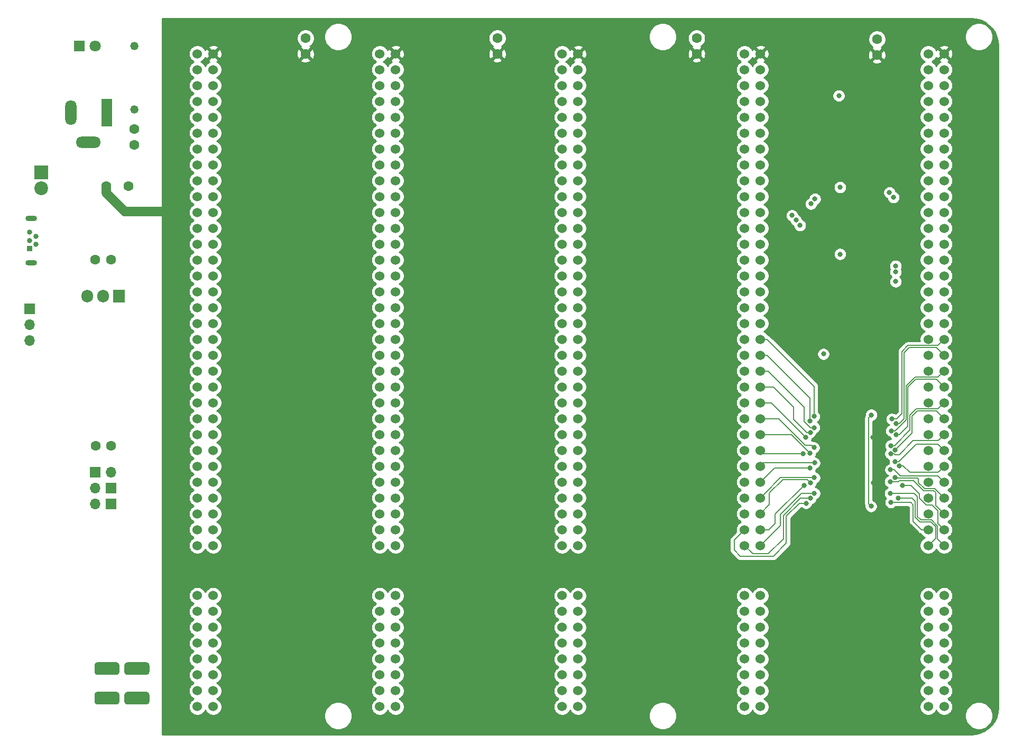
<source format=gbr>
G04 #@! TF.GenerationSoftware,KiCad,Pcbnew,(5.1.5-0-10_14)*
G04 #@! TF.CreationDate,2021-10-05T22:40:42+01:00*
G04 #@! TF.ProjectId,roscbus04,726f7363-6275-4733-9034-2e6b69636164,rev?*
G04 #@! TF.SameCoordinates,Original*
G04 #@! TF.FileFunction,Copper,L3,Inr*
G04 #@! TF.FilePolarity,Positive*
%FSLAX46Y46*%
G04 Gerber Fmt 4.6, Leading zero omitted, Abs format (unit mm)*
G04 Created by KiCad (PCBNEW (5.1.5-0-10_14)) date 2021-10-05 22:40:42*
%MOMM*%
%LPD*%
G04 APERTURE LIST*
%ADD10C,1.524000*%
%ADD11O,1.905000X2.000000*%
%ADD12R,1.905000X2.000000*%
%ADD13C,0.100000*%
%ADD14C,1.320800*%
%ADD15C,1.800000*%
%ADD16R,1.800000X1.800000*%
%ADD17O,1.700000X1.700000*%
%ADD18R,1.700000X1.700000*%
%ADD19C,2.200000*%
%ADD20R,2.200000X2.200000*%
%ADD21R,1.800000X4.400000*%
%ADD22O,1.800000X4.000000*%
%ADD23O,4.000000X1.800000*%
%ADD24O,1.850000X0.850000*%
%ADD25C,0.840000*%
%ADD26R,0.840000X0.840000*%
%ADD27C,1.600000*%
%ADD28C,1.600200*%
%ADD29C,0.800000*%
%ADD30C,0.160000*%
%ADD31C,1.500000*%
%ADD32C,0.254000*%
G04 APERTURE END LIST*
D10*
X189937000Y-120132000D03*
X187397000Y-120132000D03*
X189937000Y-117592000D03*
X187397000Y-117592000D03*
X187397000Y-41392000D03*
X189937000Y-41392000D03*
X187397000Y-43932000D03*
X189937000Y-43932000D03*
X187397000Y-46472000D03*
X189937000Y-46472000D03*
X187397000Y-49012000D03*
X189937000Y-49012000D03*
X187397000Y-51552000D03*
X189937000Y-51552000D03*
X187397000Y-54092000D03*
X189937000Y-54092000D03*
X187397000Y-56632000D03*
X189937000Y-56632000D03*
X187397000Y-59172000D03*
X189937000Y-59172000D03*
X187397000Y-61712000D03*
X189937000Y-61712000D03*
X187397000Y-64252000D03*
X189937000Y-64252000D03*
X187397000Y-66792000D03*
X189937000Y-66792000D03*
X187397000Y-69332000D03*
X189937000Y-69332000D03*
X187397000Y-71872000D03*
X189937000Y-71872000D03*
X187397000Y-74412000D03*
X189937000Y-74412000D03*
X187397000Y-76952000D03*
X189937000Y-76952000D03*
X187397000Y-79492000D03*
X189937000Y-79492000D03*
X187397000Y-82032000D03*
X189937000Y-82032000D03*
X187397000Y-84572000D03*
X189937000Y-84572000D03*
X187397000Y-87112000D03*
X189937000Y-87112000D03*
X187397000Y-89652000D03*
X189937000Y-89652000D03*
X187397000Y-92192000D03*
X189937000Y-92192000D03*
X187397000Y-94732000D03*
X189937000Y-94732000D03*
X187397000Y-97272000D03*
X189937000Y-97272000D03*
X187397000Y-99812000D03*
X189937000Y-99812000D03*
X187397000Y-102352000D03*
X189937000Y-102352000D03*
X187397000Y-104892000D03*
X189937000Y-104892000D03*
X187397000Y-107432000D03*
X189937000Y-107432000D03*
X187397000Y-109972000D03*
X189937000Y-109972000D03*
X187397000Y-112512000D03*
X189937000Y-112512000D03*
X187397000Y-115052000D03*
X189937000Y-115052000D03*
X216823000Y-128152000D03*
X219363000Y-128152000D03*
X216823000Y-130692000D03*
X219363000Y-130692000D03*
X216823000Y-133232000D03*
X219363000Y-133232000D03*
X216823000Y-135772000D03*
X219363000Y-135772000D03*
X216823000Y-138312000D03*
X219363000Y-138312000D03*
X216823000Y-140852000D03*
X219363000Y-140852000D03*
X216823000Y-143392000D03*
X219363000Y-143392000D03*
X216823000Y-145932000D03*
X219363000Y-145932000D03*
X219363000Y-120132000D03*
X216823000Y-120132000D03*
X219363000Y-117592000D03*
X216823000Y-117592000D03*
X216823000Y-41392000D03*
X219363000Y-41392000D03*
X216823000Y-43932000D03*
X219363000Y-43932000D03*
X216823000Y-46472000D03*
X219363000Y-46472000D03*
X216823000Y-49012000D03*
X219363000Y-49012000D03*
X216823000Y-51552000D03*
X219363000Y-51552000D03*
X216823000Y-54092000D03*
X219363000Y-54092000D03*
X216823000Y-56632000D03*
X219363000Y-56632000D03*
X216823000Y-59172000D03*
X219363000Y-59172000D03*
X216823000Y-61712000D03*
X219363000Y-61712000D03*
X216823000Y-64252000D03*
X219363000Y-64252000D03*
X216823000Y-66792000D03*
X219363000Y-66792000D03*
X216823000Y-69332000D03*
X219363000Y-69332000D03*
X216823000Y-71872000D03*
X219363000Y-71872000D03*
X216823000Y-74412000D03*
X219363000Y-74412000D03*
X216823000Y-76952000D03*
X219363000Y-76952000D03*
X216823000Y-79492000D03*
X219363000Y-79492000D03*
X216823000Y-82032000D03*
X219363000Y-82032000D03*
X216823000Y-84572000D03*
X219363000Y-84572000D03*
X216823000Y-87112000D03*
X219363000Y-87112000D03*
X216823000Y-89652000D03*
X219363000Y-89652000D03*
X216823000Y-92192000D03*
X219363000Y-92192000D03*
X216823000Y-94732000D03*
X219363000Y-94732000D03*
X216823000Y-97272000D03*
X219363000Y-97272000D03*
X216823000Y-99812000D03*
X219363000Y-99812000D03*
X216823000Y-102352000D03*
X219363000Y-102352000D03*
X216823000Y-104892000D03*
X219363000Y-104892000D03*
X216823000Y-107432000D03*
X219363000Y-107432000D03*
X216823000Y-109972000D03*
X219363000Y-109972000D03*
X216823000Y-112512000D03*
X219363000Y-112512000D03*
X216823000Y-115052000D03*
X219363000Y-115052000D03*
D11*
X82120000Y-80200000D03*
X84660000Y-80200000D03*
D12*
X87200000Y-80200000D03*
G04 #@! TA.AperFunction,ViaPad*
D13*
G36*
X91644009Y-138832408D02*
G01*
X91692545Y-138839607D01*
X91740142Y-138851530D01*
X91786342Y-138868060D01*
X91830698Y-138889039D01*
X91872785Y-138914265D01*
X91912197Y-138943495D01*
X91948553Y-138976447D01*
X91981505Y-139012803D01*
X92010735Y-139052215D01*
X92035961Y-139094302D01*
X92056940Y-139138658D01*
X92073470Y-139184858D01*
X92085393Y-139232455D01*
X92092592Y-139280991D01*
X92095000Y-139330000D01*
X92095000Y-140330000D01*
X92092592Y-140379009D01*
X92085393Y-140427545D01*
X92073470Y-140475142D01*
X92056940Y-140521342D01*
X92035961Y-140565698D01*
X92010735Y-140607785D01*
X91981505Y-140647197D01*
X91948553Y-140683553D01*
X91912197Y-140716505D01*
X91872785Y-140745735D01*
X91830698Y-140770961D01*
X91786342Y-140791940D01*
X91740142Y-140808470D01*
X91692545Y-140820393D01*
X91644009Y-140827592D01*
X91595000Y-140830000D01*
X88595000Y-140830000D01*
X88545991Y-140827592D01*
X88497455Y-140820393D01*
X88449858Y-140808470D01*
X88403658Y-140791940D01*
X88359302Y-140770961D01*
X88317215Y-140745735D01*
X88277803Y-140716505D01*
X88241447Y-140683553D01*
X88208495Y-140647197D01*
X88179265Y-140607785D01*
X88154039Y-140565698D01*
X88133060Y-140521342D01*
X88116530Y-140475142D01*
X88104607Y-140427545D01*
X88097408Y-140379009D01*
X88095000Y-140330000D01*
X88095000Y-139330000D01*
X88097408Y-139280991D01*
X88104607Y-139232455D01*
X88116530Y-139184858D01*
X88133060Y-139138658D01*
X88154039Y-139094302D01*
X88179265Y-139052215D01*
X88208495Y-139012803D01*
X88241447Y-138976447D01*
X88277803Y-138943495D01*
X88317215Y-138914265D01*
X88359302Y-138889039D01*
X88403658Y-138868060D01*
X88449858Y-138851530D01*
X88497455Y-138839607D01*
X88545991Y-138832408D01*
X88595000Y-138830000D01*
X91595000Y-138830000D01*
X91644009Y-138832408D01*
G37*
G04 #@! TD.AperFunction*
G04 #@! TA.AperFunction,ViaPad*
G36*
X86844009Y-138832408D02*
G01*
X86892545Y-138839607D01*
X86940142Y-138851530D01*
X86986342Y-138868060D01*
X87030698Y-138889039D01*
X87072785Y-138914265D01*
X87112197Y-138943495D01*
X87148553Y-138976447D01*
X87181505Y-139012803D01*
X87210735Y-139052215D01*
X87235961Y-139094302D01*
X87256940Y-139138658D01*
X87273470Y-139184858D01*
X87285393Y-139232455D01*
X87292592Y-139280991D01*
X87295000Y-139330000D01*
X87295000Y-140330000D01*
X87292592Y-140379009D01*
X87285393Y-140427545D01*
X87273470Y-140475142D01*
X87256940Y-140521342D01*
X87235961Y-140565698D01*
X87210735Y-140607785D01*
X87181505Y-140647197D01*
X87148553Y-140683553D01*
X87112197Y-140716505D01*
X87072785Y-140745735D01*
X87030698Y-140770961D01*
X86986342Y-140791940D01*
X86940142Y-140808470D01*
X86892545Y-140820393D01*
X86844009Y-140827592D01*
X86795000Y-140830000D01*
X83795000Y-140830000D01*
X83745991Y-140827592D01*
X83697455Y-140820393D01*
X83649858Y-140808470D01*
X83603658Y-140791940D01*
X83559302Y-140770961D01*
X83517215Y-140745735D01*
X83477803Y-140716505D01*
X83441447Y-140683553D01*
X83408495Y-140647197D01*
X83379265Y-140607785D01*
X83354039Y-140565698D01*
X83333060Y-140521342D01*
X83316530Y-140475142D01*
X83304607Y-140427545D01*
X83297408Y-140379009D01*
X83295000Y-140330000D01*
X83295000Y-139330000D01*
X83297408Y-139280991D01*
X83304607Y-139232455D01*
X83316530Y-139184858D01*
X83333060Y-139138658D01*
X83354039Y-139094302D01*
X83379265Y-139052215D01*
X83408495Y-139012803D01*
X83441447Y-138976447D01*
X83477803Y-138943495D01*
X83517215Y-138914265D01*
X83559302Y-138889039D01*
X83603658Y-138868060D01*
X83649858Y-138851530D01*
X83697455Y-138839607D01*
X83745991Y-138832408D01*
X83795000Y-138830000D01*
X86795000Y-138830000D01*
X86844009Y-138832408D01*
G37*
G04 #@! TD.AperFunction*
G04 #@! TA.AperFunction,ViaPad*
G36*
X86844009Y-143562408D02*
G01*
X86892545Y-143569607D01*
X86940142Y-143581530D01*
X86986342Y-143598060D01*
X87030698Y-143619039D01*
X87072785Y-143644265D01*
X87112197Y-143673495D01*
X87148553Y-143706447D01*
X87181505Y-143742803D01*
X87210735Y-143782215D01*
X87235961Y-143824302D01*
X87256940Y-143868658D01*
X87273470Y-143914858D01*
X87285393Y-143962455D01*
X87292592Y-144010991D01*
X87295000Y-144060000D01*
X87295000Y-145060000D01*
X87292592Y-145109009D01*
X87285393Y-145157545D01*
X87273470Y-145205142D01*
X87256940Y-145251342D01*
X87235961Y-145295698D01*
X87210735Y-145337785D01*
X87181505Y-145377197D01*
X87148553Y-145413553D01*
X87112197Y-145446505D01*
X87072785Y-145475735D01*
X87030698Y-145500961D01*
X86986342Y-145521940D01*
X86940142Y-145538470D01*
X86892545Y-145550393D01*
X86844009Y-145557592D01*
X86795000Y-145560000D01*
X83795000Y-145560000D01*
X83745991Y-145557592D01*
X83697455Y-145550393D01*
X83649858Y-145538470D01*
X83603658Y-145521940D01*
X83559302Y-145500961D01*
X83517215Y-145475735D01*
X83477803Y-145446505D01*
X83441447Y-145413553D01*
X83408495Y-145377197D01*
X83379265Y-145337785D01*
X83354039Y-145295698D01*
X83333060Y-145251342D01*
X83316530Y-145205142D01*
X83304607Y-145157545D01*
X83297408Y-145109009D01*
X83295000Y-145060000D01*
X83295000Y-144060000D01*
X83297408Y-144010991D01*
X83304607Y-143962455D01*
X83316530Y-143914858D01*
X83333060Y-143868658D01*
X83354039Y-143824302D01*
X83379265Y-143782215D01*
X83408495Y-143742803D01*
X83441447Y-143706447D01*
X83477803Y-143673495D01*
X83517215Y-143644265D01*
X83559302Y-143619039D01*
X83603658Y-143598060D01*
X83649858Y-143581530D01*
X83697455Y-143569607D01*
X83745991Y-143562408D01*
X83795000Y-143560000D01*
X86795000Y-143560000D01*
X86844009Y-143562408D01*
G37*
G04 #@! TD.AperFunction*
G04 #@! TA.AperFunction,ViaPad*
G36*
X91644009Y-143562408D02*
G01*
X91692545Y-143569607D01*
X91740142Y-143581530D01*
X91786342Y-143598060D01*
X91830698Y-143619039D01*
X91872785Y-143644265D01*
X91912197Y-143673495D01*
X91948553Y-143706447D01*
X91981505Y-143742803D01*
X92010735Y-143782215D01*
X92035961Y-143824302D01*
X92056940Y-143868658D01*
X92073470Y-143914858D01*
X92085393Y-143962455D01*
X92092592Y-144010991D01*
X92095000Y-144060000D01*
X92095000Y-145060000D01*
X92092592Y-145109009D01*
X92085393Y-145157545D01*
X92073470Y-145205142D01*
X92056940Y-145251342D01*
X92035961Y-145295698D01*
X92010735Y-145337785D01*
X91981505Y-145377197D01*
X91948553Y-145413553D01*
X91912197Y-145446505D01*
X91872785Y-145475735D01*
X91830698Y-145500961D01*
X91786342Y-145521940D01*
X91740142Y-145538470D01*
X91692545Y-145550393D01*
X91644009Y-145557592D01*
X91595000Y-145560000D01*
X88595000Y-145560000D01*
X88545991Y-145557592D01*
X88497455Y-145550393D01*
X88449858Y-145538470D01*
X88403658Y-145521940D01*
X88359302Y-145500961D01*
X88317215Y-145475735D01*
X88277803Y-145446505D01*
X88241447Y-145413553D01*
X88208495Y-145377197D01*
X88179265Y-145337785D01*
X88154039Y-145295698D01*
X88133060Y-145251342D01*
X88116530Y-145205142D01*
X88104607Y-145157545D01*
X88097408Y-145109009D01*
X88095000Y-145060000D01*
X88095000Y-144060000D01*
X88097408Y-144010991D01*
X88104607Y-143962455D01*
X88116530Y-143914858D01*
X88133060Y-143868658D01*
X88154039Y-143824302D01*
X88179265Y-143782215D01*
X88208495Y-143742803D01*
X88241447Y-143706447D01*
X88277803Y-143673495D01*
X88317215Y-143644265D01*
X88359302Y-143619039D01*
X88403658Y-143598060D01*
X88449858Y-143581530D01*
X88497455Y-143569607D01*
X88545991Y-143562408D01*
X88595000Y-143560000D01*
X91595000Y-143560000D01*
X91644009Y-143562408D01*
G37*
G04 #@! TD.AperFunction*
D14*
X89660000Y-40137000D03*
X89660000Y-50297000D03*
D15*
X83425000Y-40140000D03*
D16*
X80885000Y-40140000D03*
D17*
X85955000Y-108390000D03*
D18*
X83415000Y-108390000D03*
D17*
X83415000Y-110940000D03*
D18*
X85955000Y-110940000D03*
D17*
X83415000Y-113465000D03*
D18*
X85955000Y-113465000D03*
D17*
X72920000Y-87310000D03*
X72920000Y-84770000D03*
D18*
X72920000Y-82230000D03*
D19*
X74785000Y-62890000D03*
D20*
X74785000Y-60350000D03*
D21*
X85285000Y-50780000D03*
D22*
X79485000Y-50780000D03*
D23*
X82285000Y-55580000D03*
D24*
X73135000Y-67715000D03*
X73135000Y-74865000D03*
D25*
X72915000Y-69990000D03*
X73915000Y-70640000D03*
X72915000Y-71290000D03*
X73915000Y-71940000D03*
D26*
X72915000Y-72590000D03*
D27*
X85910000Y-74320000D03*
X83410000Y-74320000D03*
X89660000Y-55951000D03*
X89660000Y-53451000D03*
X208615000Y-39073000D03*
X208615000Y-41573000D03*
X179720000Y-38915000D03*
X179720000Y-41415000D03*
X147810000Y-38915000D03*
X147810000Y-41415000D03*
X117097000Y-38919000D03*
X117097000Y-41419000D03*
X85974000Y-104121000D03*
X83474000Y-104121000D03*
D28*
X88778000Y-62600000D03*
X85222000Y-62600000D03*
D10*
X187397000Y-128152000D03*
X189937000Y-128152000D03*
X187397000Y-130692000D03*
X189937000Y-130692000D03*
X187397000Y-133232000D03*
X189937000Y-133232000D03*
X187397000Y-135772000D03*
X189937000Y-135772000D03*
X187397000Y-138312000D03*
X189937000Y-138312000D03*
X187397000Y-140852000D03*
X189937000Y-140852000D03*
X187397000Y-143392000D03*
X189937000Y-143392000D03*
X187397000Y-145932000D03*
X189937000Y-145932000D03*
X158187000Y-128152000D03*
X160727000Y-128152000D03*
X158187000Y-130692000D03*
X160727000Y-130692000D03*
X158187000Y-133232000D03*
X160727000Y-133232000D03*
X158187000Y-135772000D03*
X160727000Y-135772000D03*
X158187000Y-138312000D03*
X160727000Y-138312000D03*
X158187000Y-140852000D03*
X160727000Y-140852000D03*
X158187000Y-143392000D03*
X160727000Y-143392000D03*
X158187000Y-145932000D03*
X160727000Y-145932000D03*
X160727000Y-120132000D03*
X158187000Y-120132000D03*
X160727000Y-117592000D03*
X158187000Y-117592000D03*
X158187000Y-41392000D03*
X160727000Y-41392000D03*
X158187000Y-43932000D03*
X160727000Y-43932000D03*
X158187000Y-46472000D03*
X160727000Y-46472000D03*
X158187000Y-49012000D03*
X160727000Y-49012000D03*
X158187000Y-51552000D03*
X160727000Y-51552000D03*
X158187000Y-54092000D03*
X160727000Y-54092000D03*
X158187000Y-56632000D03*
X160727000Y-56632000D03*
X158187000Y-59172000D03*
X160727000Y-59172000D03*
X158187000Y-61712000D03*
X160727000Y-61712000D03*
X158187000Y-64252000D03*
X160727000Y-64252000D03*
X158187000Y-66792000D03*
X160727000Y-66792000D03*
X158187000Y-69332000D03*
X160727000Y-69332000D03*
X158187000Y-71872000D03*
X160727000Y-71872000D03*
X158187000Y-74412000D03*
X160727000Y-74412000D03*
X158187000Y-76952000D03*
X160727000Y-76952000D03*
X158187000Y-79492000D03*
X160727000Y-79492000D03*
X158187000Y-82032000D03*
X160727000Y-82032000D03*
X158187000Y-84572000D03*
X160727000Y-84572000D03*
X158187000Y-87112000D03*
X160727000Y-87112000D03*
X158187000Y-89652000D03*
X160727000Y-89652000D03*
X158187000Y-92192000D03*
X160727000Y-92192000D03*
X158187000Y-94732000D03*
X160727000Y-94732000D03*
X158187000Y-97272000D03*
X160727000Y-97272000D03*
X158187000Y-99812000D03*
X160727000Y-99812000D03*
X158187000Y-102352000D03*
X160727000Y-102352000D03*
X158187000Y-104892000D03*
X160727000Y-104892000D03*
X158187000Y-107432000D03*
X160727000Y-107432000D03*
X158187000Y-109972000D03*
X160727000Y-109972000D03*
X158187000Y-112512000D03*
X160727000Y-112512000D03*
X158187000Y-115052000D03*
X160727000Y-115052000D03*
X128977000Y-128152000D03*
X131517000Y-128152000D03*
X128977000Y-130692000D03*
X131517000Y-130692000D03*
X128977000Y-133232000D03*
X131517000Y-133232000D03*
X128977000Y-135772000D03*
X131517000Y-135772000D03*
X128977000Y-138312000D03*
X131517000Y-138312000D03*
X128977000Y-140852000D03*
X131517000Y-140852000D03*
X128977000Y-143392000D03*
X131517000Y-143392000D03*
X128977000Y-145932000D03*
X131517000Y-145932000D03*
X131517000Y-120132000D03*
X128977000Y-120132000D03*
X131517000Y-117592000D03*
X128977000Y-117592000D03*
X128977000Y-41392000D03*
X131517000Y-41392000D03*
X128977000Y-43932000D03*
X131517000Y-43932000D03*
X128977000Y-46472000D03*
X131517000Y-46472000D03*
X128977000Y-49012000D03*
X131517000Y-49012000D03*
X128977000Y-51552000D03*
X131517000Y-51552000D03*
X128977000Y-54092000D03*
X131517000Y-54092000D03*
X128977000Y-56632000D03*
X131517000Y-56632000D03*
X128977000Y-59172000D03*
X131517000Y-59172000D03*
X128977000Y-61712000D03*
X131517000Y-61712000D03*
X128977000Y-64252000D03*
X131517000Y-64252000D03*
X128977000Y-66792000D03*
X131517000Y-66792000D03*
X128977000Y-69332000D03*
X131517000Y-69332000D03*
X128977000Y-71872000D03*
X131517000Y-71872000D03*
X128977000Y-74412000D03*
X131517000Y-74412000D03*
X128977000Y-76952000D03*
X131517000Y-76952000D03*
X128977000Y-79492000D03*
X131517000Y-79492000D03*
X128977000Y-82032000D03*
X131517000Y-82032000D03*
X128977000Y-84572000D03*
X131517000Y-84572000D03*
X128977000Y-87112000D03*
X131517000Y-87112000D03*
X128977000Y-89652000D03*
X131517000Y-89652000D03*
X128977000Y-92192000D03*
X131517000Y-92192000D03*
X128977000Y-94732000D03*
X131517000Y-94732000D03*
X128977000Y-97272000D03*
X131517000Y-97272000D03*
X128977000Y-99812000D03*
X131517000Y-99812000D03*
X128977000Y-102352000D03*
X131517000Y-102352000D03*
X128977000Y-104892000D03*
X131517000Y-104892000D03*
X128977000Y-107432000D03*
X131517000Y-107432000D03*
X128977000Y-109972000D03*
X131517000Y-109972000D03*
X128977000Y-112512000D03*
X131517000Y-112512000D03*
X128977000Y-115052000D03*
X131517000Y-115052000D03*
X99767000Y-128152000D03*
X102307000Y-128152000D03*
X99767000Y-130692000D03*
X102307000Y-130692000D03*
X99767000Y-133232000D03*
X102307000Y-133232000D03*
X99767000Y-135772000D03*
X102307000Y-135772000D03*
X99767000Y-138312000D03*
X102307000Y-138312000D03*
X99767000Y-140852000D03*
X102307000Y-140852000D03*
X99767000Y-143392000D03*
X102307000Y-143392000D03*
X99767000Y-145932000D03*
X102307000Y-145932000D03*
X102307000Y-120132000D03*
X99767000Y-120132000D03*
X102307000Y-117592000D03*
X99767000Y-117592000D03*
X99767000Y-41392000D03*
X102307000Y-41392000D03*
X99767000Y-43932000D03*
X102307000Y-43932000D03*
X99767000Y-46472000D03*
X102307000Y-46472000D03*
X99767000Y-49012000D03*
X102307000Y-49012000D03*
X99767000Y-51552000D03*
X102307000Y-51552000D03*
X99767000Y-54092000D03*
X102307000Y-54092000D03*
X99767000Y-56632000D03*
X102307000Y-56632000D03*
X99767000Y-59172000D03*
X102307000Y-59172000D03*
X99767000Y-61712000D03*
X102307000Y-61712000D03*
X99767000Y-64252000D03*
X102307000Y-64252000D03*
X99767000Y-66792000D03*
X102307000Y-66792000D03*
X99767000Y-69332000D03*
X102307000Y-69332000D03*
X99767000Y-71872000D03*
X102307000Y-71872000D03*
X99767000Y-74412000D03*
X102307000Y-74412000D03*
X99767000Y-76952000D03*
X102307000Y-76952000D03*
X99767000Y-79492000D03*
X102307000Y-79492000D03*
X99767000Y-82032000D03*
X102307000Y-82032000D03*
X99767000Y-84572000D03*
X102307000Y-84572000D03*
X99767000Y-87112000D03*
X102307000Y-87112000D03*
X99767000Y-89652000D03*
X102307000Y-89652000D03*
X99767000Y-92192000D03*
X102307000Y-92192000D03*
X99767000Y-94732000D03*
X102307000Y-94732000D03*
X99767000Y-97272000D03*
X102307000Y-97272000D03*
X99767000Y-99812000D03*
X102307000Y-99812000D03*
X99767000Y-102352000D03*
X102307000Y-102352000D03*
X99767000Y-104892000D03*
X102307000Y-104892000D03*
X99767000Y-107432000D03*
X102307000Y-107432000D03*
X99767000Y-109972000D03*
X102307000Y-109972000D03*
X99767000Y-112512000D03*
X102307000Y-112512000D03*
X99767000Y-115052000D03*
X102307000Y-115052000D03*
D29*
X210741000Y-111783000D03*
X211986000Y-112586000D03*
X212656000Y-110503000D03*
X210852000Y-113218500D03*
X210728000Y-109917000D03*
X207661000Y-113855000D03*
X207702000Y-99225000D03*
X211473000Y-109274000D03*
X210785000Y-107994000D03*
X212226980Y-107344731D03*
X211505000Y-106712000D03*
X200040000Y-89468000D03*
X202496000Y-48111000D03*
X202699000Y-62780000D03*
X202685000Y-73473000D03*
X210804000Y-105432000D03*
X211532114Y-104801491D03*
X210848000Y-104128000D03*
X211651353Y-102408330D03*
X210937000Y-101767000D03*
X211639461Y-100579800D03*
X210992000Y-99871000D03*
X211610000Y-75375000D03*
X211612299Y-76334999D03*
X211607000Y-77859000D03*
X211253000Y-64386881D03*
X210613000Y-63608000D03*
X202189000Y-77248000D03*
X202189000Y-84236000D03*
X201701000Y-58908000D03*
X201910000Y-52192000D03*
X203971000Y-47020000D03*
X203911000Y-72782000D03*
X203952000Y-98553000D03*
X208011000Y-110051000D03*
X207917000Y-102848000D03*
X207247000Y-52198000D03*
X207269000Y-58942000D03*
X207404000Y-77250000D03*
X202279000Y-102848000D03*
X197258000Y-113353000D03*
X197983000Y-112582000D03*
X198578000Y-111783000D03*
X196918000Y-110503000D03*
X197955000Y-110095000D03*
X198578000Y-109274000D03*
X197914000Y-107688000D03*
X198606000Y-106907000D03*
X196806000Y-105432000D03*
X197874000Y-105329000D03*
X198514000Y-104449000D03*
X197233000Y-102848000D03*
X197927000Y-102020000D03*
X198541000Y-101246000D03*
X197900000Y-100205000D03*
X198541000Y-99458000D03*
X198667000Y-64638000D03*
X198027000Y-65419382D03*
X195001258Y-67285238D03*
X195641258Y-68035992D03*
X196283000Y-68876286D03*
D30*
X210741000Y-111783000D02*
X214541990Y-111783000D01*
X215068990Y-112310000D02*
X215068991Y-115498553D01*
X214541990Y-111783000D02*
X215068990Y-112310000D01*
X218321000Y-119090000D02*
X219363000Y-120132000D01*
X218321000Y-117002562D02*
X218321000Y-119090000D01*
X215068991Y-115498553D02*
X215624439Y-116054001D01*
X217372439Y-116054001D02*
X218321000Y-117002562D01*
X215624439Y-116054001D02*
X217372439Y-116054001D01*
X211986000Y-112586000D02*
X214259981Y-112586000D01*
X214748982Y-115631106D02*
X215491887Y-116374011D01*
X214748982Y-113075001D02*
X214748982Y-115631106D01*
X214259981Y-112586000D02*
X214748982Y-113075001D01*
X217239887Y-116374011D02*
X218000990Y-117135114D01*
X215491887Y-116374011D02*
X217239887Y-116374011D01*
X218000990Y-118954010D02*
X216823000Y-120132000D01*
X218000990Y-117135114D02*
X218000990Y-118954010D01*
X212656000Y-110503000D02*
X214043000Y-110503000D01*
X214043000Y-110503000D02*
X215389000Y-111849000D01*
X215389000Y-112560962D02*
X216503038Y-113675000D01*
X215389000Y-111849000D02*
X215389000Y-112560962D01*
X216503038Y-113675000D02*
X217457000Y-113675000D01*
X218360999Y-116589999D02*
X218601001Y-116830001D01*
X218601001Y-116830001D02*
X219363000Y-117592000D01*
X218360999Y-114578999D02*
X218360999Y-116589999D01*
X217457000Y-113675000D02*
X218360999Y-114578999D01*
X210859501Y-113226001D02*
X213566001Y-113226001D01*
X210852000Y-113218500D02*
X210859501Y-113226001D01*
X213566001Y-113226001D02*
X213569000Y-113229000D01*
X214036000Y-113229000D02*
X214428972Y-113621972D01*
X213569000Y-113229000D02*
X214036000Y-113229000D01*
X215745370Y-117592000D02*
X216823000Y-117592000D01*
X214428973Y-116275603D02*
X215745370Y-117592000D01*
X214428972Y-113621972D02*
X214428973Y-116275603D01*
X217730448Y-111332010D02*
X218032000Y-111633562D01*
X216075448Y-111332010D02*
X217730448Y-111332010D01*
X214491438Y-109748000D02*
X216075448Y-111332010D01*
X218032000Y-113721000D02*
X219363000Y-115052000D01*
X218032000Y-111633562D02*
X218032000Y-113721000D01*
X212168000Y-109748000D02*
X214491438Y-109748000D01*
X211999000Y-109917000D02*
X212168000Y-109748000D01*
X210728000Y-109917000D02*
X211999000Y-109917000D01*
X207261001Y-99665999D02*
X207702000Y-99225000D01*
X207261001Y-113455001D02*
X207261001Y-99665999D01*
X207661000Y-113855000D02*
X207261001Y-113455001D01*
X211473000Y-109274000D02*
X211571000Y-109274000D01*
X211571000Y-109274000D02*
X211587009Y-109290009D01*
X211587009Y-109290009D02*
X215028009Y-109290009D01*
X215028009Y-109290009D02*
X215261000Y-109523000D01*
X215261000Y-109523000D02*
X215261000Y-110065000D01*
X215261000Y-110065000D02*
X216208000Y-111012000D01*
X217863000Y-111012000D02*
X219363000Y-112512000D01*
X216208000Y-111012000D02*
X217863000Y-111012000D01*
X218601001Y-109210001D02*
X219363000Y-109972000D01*
X212326684Y-108969999D02*
X218360999Y-108969999D01*
X218360999Y-108969999D02*
X218601001Y-109210001D01*
X211350685Y-107994000D02*
X212326684Y-108969999D01*
X210785000Y-107994000D02*
X211350685Y-107994000D01*
X213881935Y-108434001D02*
X218360999Y-108434001D01*
X212792665Y-107344731D02*
X213881935Y-108434001D01*
X218601001Y-108193999D02*
X219363000Y-107432000D01*
X218360999Y-108434001D02*
X218601001Y-108193999D01*
X212226980Y-107344731D02*
X212792665Y-107344731D01*
X218601001Y-104130001D02*
X219363000Y-104892000D01*
X212070685Y-106712000D02*
X214892686Y-103889999D01*
X218360999Y-103889999D02*
X218601001Y-104130001D01*
X214892686Y-103889999D02*
X218360999Y-103889999D01*
X211505000Y-106712000D02*
X212070685Y-106712000D01*
X211369685Y-105432000D02*
X211520685Y-105583000D01*
X210804000Y-105432000D02*
X211369685Y-105432000D01*
X211520685Y-105583000D02*
X212193000Y-105583000D01*
X218601001Y-103113999D02*
X219363000Y-102352000D01*
X218360999Y-103354001D02*
X218601001Y-103113999D01*
X214421999Y-103354001D02*
X218360999Y-103354001D01*
X212193000Y-105583000D02*
X214421999Y-103354001D01*
X211532114Y-104801491D02*
X214213050Y-102120555D01*
X214213050Y-99439950D02*
X215058989Y-98594011D01*
X214213050Y-102120555D02*
X214213050Y-99439950D01*
X218145011Y-98594011D02*
X219363000Y-99812000D01*
X215058989Y-98594011D02*
X218145011Y-98594011D01*
X211413685Y-104128000D02*
X213893040Y-101648645D01*
X210848000Y-104128000D02*
X211413685Y-104128000D01*
X213893040Y-101648645D02*
X213893040Y-99290960D01*
X213893040Y-99290960D02*
X214909999Y-98274001D01*
X218360999Y-98274001D02*
X219363000Y-97272000D01*
X214909999Y-98274001D02*
X218360999Y-98274001D01*
X212217038Y-102408330D02*
X213573030Y-101052338D01*
X211651353Y-102408330D02*
X212217038Y-102408330D01*
X213573030Y-101052338D02*
X213573030Y-94765532D01*
X213573030Y-94765532D02*
X214824551Y-93514011D01*
X218145011Y-93514011D02*
X219363000Y-94732000D01*
X214824551Y-93514011D02*
X218145011Y-93514011D01*
X214691999Y-93194001D02*
X218360999Y-93194001D01*
X213253020Y-94632980D02*
X214691999Y-93194001D01*
X218360999Y-93194001D02*
X219363000Y-92192000D01*
X213253020Y-100016665D02*
X213253020Y-94632980D01*
X211502685Y-101767000D02*
X213253020Y-100016665D01*
X210937000Y-101767000D02*
X211502685Y-101767000D01*
X212205146Y-100579800D02*
X212933010Y-99851936D01*
X211639461Y-100579800D02*
X212205146Y-100579800D01*
X212933010Y-89253990D02*
X213752989Y-88434011D01*
X212933010Y-99851936D02*
X212933010Y-89253990D01*
X218145011Y-88434011D02*
X219363000Y-89652000D01*
X213752989Y-88434011D02*
X218145011Y-88434011D01*
X218360999Y-88114001D02*
X219363000Y-87112000D01*
X213569999Y-88114001D02*
X218360999Y-88114001D01*
X212613000Y-89071000D02*
X213569999Y-88114001D01*
X211770000Y-99871000D02*
X212613000Y-99028000D01*
X212613000Y-99028000D02*
X212613000Y-89071000D01*
X210992000Y-99871000D02*
X211770000Y-99871000D01*
D31*
X85222000Y-63731512D02*
X88163488Y-66673000D01*
X85222000Y-62600000D02*
X85222000Y-63731512D01*
X88163488Y-66673000D02*
X96942000Y-66673000D01*
D30*
X197258000Y-113353000D02*
X196192000Y-113353000D01*
X196192000Y-113353000D02*
X194098000Y-115447000D01*
X194098000Y-115447000D02*
X194098000Y-119773000D01*
X194098000Y-119773000D02*
X192009000Y-121862000D01*
X192009000Y-121862000D02*
X186726000Y-121862000D01*
X186726000Y-121862000D02*
X185746000Y-120882000D01*
X185746000Y-119243000D02*
X187397000Y-117592000D01*
X185746000Y-120882000D02*
X185746000Y-119243000D01*
X197983000Y-112582000D02*
X196367000Y-112582000D01*
X196367000Y-112582000D02*
X193608000Y-115341000D01*
X193608000Y-115341000D02*
X193608000Y-119050000D01*
X193608000Y-119050000D02*
X191199000Y-121459000D01*
X188724000Y-121459000D02*
X187397000Y-120132000D01*
X191199000Y-121459000D02*
X188724000Y-121459000D01*
X198578000Y-111783000D02*
X196489000Y-111783000D01*
X196489000Y-111783000D02*
X193118000Y-115154000D01*
X193118000Y-116951000D02*
X189937000Y-120132000D01*
X193118000Y-115154000D02*
X193118000Y-116951000D01*
X189937000Y-117592000D02*
X191269000Y-117592000D01*
X191269000Y-117592000D02*
X192278000Y-116583000D01*
X192278000Y-115143000D02*
X192301000Y-115120000D01*
X192278000Y-116583000D02*
X192278000Y-115143000D01*
X192301000Y-115120000D02*
X196918000Y-110503000D01*
X197955000Y-110095000D02*
X197454010Y-109594010D01*
X197454010Y-109594010D02*
X193527990Y-109594010D01*
X193527990Y-109594010D02*
X191391000Y-111731000D01*
X191391000Y-113598000D02*
X189937000Y-115052000D01*
X191391000Y-111731000D02*
X191391000Y-113598000D01*
X190698999Y-111750001D02*
X190698999Y-111746001D01*
X189937000Y-112512000D02*
X190698999Y-111750001D01*
X193171000Y-109274000D02*
X198578000Y-109274000D01*
X190698999Y-111746001D02*
X193171000Y-109274000D01*
X192221000Y-107688000D02*
X197914000Y-107688000D01*
X189937000Y-109972000D02*
X192221000Y-107688000D01*
X190462000Y-106907000D02*
X189937000Y-107432000D01*
X198606000Y-106907000D02*
X190462000Y-106907000D01*
X190477000Y-105432000D02*
X189937000Y-104892000D01*
X196806000Y-105432000D02*
X190477000Y-105432000D01*
X197474001Y-104929001D02*
X197464001Y-104929001D01*
X197874000Y-105329000D02*
X197474001Y-104929001D01*
X194887000Y-102352000D02*
X189937000Y-102352000D01*
X197464001Y-104929001D02*
X194887000Y-102352000D01*
X198114001Y-104049001D02*
X197118001Y-104049001D01*
X198514000Y-104449000D02*
X198114001Y-104049001D01*
X192881000Y-99812000D02*
X189937000Y-99812000D01*
X197118001Y-104049001D02*
X192881000Y-99812000D01*
X191657000Y-97272000D02*
X189937000Y-97272000D01*
X197233000Y-102848000D02*
X191657000Y-97272000D01*
X197361315Y-102020000D02*
X195269000Y-99927685D01*
X197927000Y-102020000D02*
X197361315Y-102020000D01*
X195269000Y-99927685D02*
X195269000Y-97944000D01*
X192057000Y-94732000D02*
X189937000Y-94732000D01*
X195269000Y-97944000D02*
X192057000Y-94732000D01*
X197975315Y-101246000D02*
X196958000Y-100228685D01*
X198541000Y-101246000D02*
X197975315Y-101246000D01*
X189937000Y-92192000D02*
X191157000Y-92192000D01*
X196958000Y-97993000D02*
X196958000Y-100228685D01*
X191157000Y-92192000D02*
X196958000Y-97993000D01*
X197900000Y-96537370D02*
X197900000Y-99639315D01*
X191014630Y-89652000D02*
X197900000Y-96537370D01*
X197900000Y-99639315D02*
X197900000Y-100205000D01*
X189937000Y-89652000D02*
X191014630Y-89652000D01*
X198541000Y-98892315D02*
X198541000Y-99458000D01*
X198541000Y-94638370D02*
X198541000Y-98892315D01*
X191014630Y-87112000D02*
X198541000Y-94638370D01*
X189937000Y-87112000D02*
X191014630Y-87112000D01*
D32*
G36*
X224489801Y-35844988D02*
G01*
X225220745Y-36044951D01*
X225904728Y-36371194D01*
X226520123Y-36813400D01*
X227047489Y-37357600D01*
X227470150Y-37986586D01*
X227774746Y-38680475D01*
X227952869Y-39422413D01*
X228000000Y-40064207D01*
X228000001Y-146060596D01*
X227930012Y-146844801D01*
X227730048Y-147575747D01*
X227403806Y-148259727D01*
X226961600Y-148875123D01*
X226417400Y-149402489D01*
X225788414Y-149825150D01*
X225094525Y-150129746D01*
X224352588Y-150307869D01*
X223710793Y-150355000D01*
X94137000Y-150355000D01*
X94137000Y-128014408D01*
X98370000Y-128014408D01*
X98370000Y-128289592D01*
X98423686Y-128559490D01*
X98528995Y-128813727D01*
X98681880Y-129042535D01*
X98876465Y-129237120D01*
X99105273Y-129390005D01*
X99182515Y-129422000D01*
X99105273Y-129453995D01*
X98876465Y-129606880D01*
X98681880Y-129801465D01*
X98528995Y-130030273D01*
X98423686Y-130284510D01*
X98370000Y-130554408D01*
X98370000Y-130829592D01*
X98423686Y-131099490D01*
X98528995Y-131353727D01*
X98681880Y-131582535D01*
X98876465Y-131777120D01*
X99105273Y-131930005D01*
X99182515Y-131962000D01*
X99105273Y-131993995D01*
X98876465Y-132146880D01*
X98681880Y-132341465D01*
X98528995Y-132570273D01*
X98423686Y-132824510D01*
X98370000Y-133094408D01*
X98370000Y-133369592D01*
X98423686Y-133639490D01*
X98528995Y-133893727D01*
X98681880Y-134122535D01*
X98876465Y-134317120D01*
X99105273Y-134470005D01*
X99182515Y-134502000D01*
X99105273Y-134533995D01*
X98876465Y-134686880D01*
X98681880Y-134881465D01*
X98528995Y-135110273D01*
X98423686Y-135364510D01*
X98370000Y-135634408D01*
X98370000Y-135909592D01*
X98423686Y-136179490D01*
X98528995Y-136433727D01*
X98681880Y-136662535D01*
X98876465Y-136857120D01*
X99105273Y-137010005D01*
X99182515Y-137042000D01*
X99105273Y-137073995D01*
X98876465Y-137226880D01*
X98681880Y-137421465D01*
X98528995Y-137650273D01*
X98423686Y-137904510D01*
X98370000Y-138174408D01*
X98370000Y-138449592D01*
X98423686Y-138719490D01*
X98528995Y-138973727D01*
X98681880Y-139202535D01*
X98876465Y-139397120D01*
X99105273Y-139550005D01*
X99182515Y-139582000D01*
X99105273Y-139613995D01*
X98876465Y-139766880D01*
X98681880Y-139961465D01*
X98528995Y-140190273D01*
X98423686Y-140444510D01*
X98370000Y-140714408D01*
X98370000Y-140989592D01*
X98423686Y-141259490D01*
X98528995Y-141513727D01*
X98681880Y-141742535D01*
X98876465Y-141937120D01*
X99105273Y-142090005D01*
X99182515Y-142122000D01*
X99105273Y-142153995D01*
X98876465Y-142306880D01*
X98681880Y-142501465D01*
X98528995Y-142730273D01*
X98423686Y-142984510D01*
X98370000Y-143254408D01*
X98370000Y-143529592D01*
X98423686Y-143799490D01*
X98528995Y-144053727D01*
X98681880Y-144282535D01*
X98876465Y-144477120D01*
X99105273Y-144630005D01*
X99182515Y-144662000D01*
X99105273Y-144693995D01*
X98876465Y-144846880D01*
X98681880Y-145041465D01*
X98528995Y-145270273D01*
X98423686Y-145524510D01*
X98370000Y-145794408D01*
X98370000Y-146069592D01*
X98423686Y-146339490D01*
X98528995Y-146593727D01*
X98681880Y-146822535D01*
X98876465Y-147017120D01*
X99105273Y-147170005D01*
X99359510Y-147275314D01*
X99629408Y-147329000D01*
X99904592Y-147329000D01*
X100174490Y-147275314D01*
X100428727Y-147170005D01*
X100657535Y-147017120D01*
X100852120Y-146822535D01*
X101005005Y-146593727D01*
X101037000Y-146516485D01*
X101068995Y-146593727D01*
X101221880Y-146822535D01*
X101416465Y-147017120D01*
X101645273Y-147170005D01*
X101899510Y-147275314D01*
X102169408Y-147329000D01*
X102444592Y-147329000D01*
X102714490Y-147275314D01*
X102968727Y-147170005D01*
X102998858Y-147149872D01*
X120101666Y-147149872D01*
X120101666Y-147590128D01*
X120187556Y-148021925D01*
X120356035Y-148428669D01*
X120600628Y-148794729D01*
X120911937Y-149106038D01*
X121277997Y-149350631D01*
X121684741Y-149519110D01*
X122116538Y-149605000D01*
X122556794Y-149605000D01*
X122988591Y-149519110D01*
X123395335Y-149350631D01*
X123761395Y-149106038D01*
X124072704Y-148794729D01*
X124317297Y-148428669D01*
X124485776Y-148021925D01*
X124571666Y-147590128D01*
X124571666Y-147149872D01*
X124485776Y-146718075D01*
X124317297Y-146311331D01*
X124072704Y-145945271D01*
X123761395Y-145633962D01*
X123395335Y-145389369D01*
X122988591Y-145220890D01*
X122556794Y-145135000D01*
X122116538Y-145135000D01*
X121684741Y-145220890D01*
X121277997Y-145389369D01*
X120911937Y-145633962D01*
X120600628Y-145945271D01*
X120356035Y-146311331D01*
X120187556Y-146718075D01*
X120101666Y-147149872D01*
X102998858Y-147149872D01*
X103197535Y-147017120D01*
X103392120Y-146822535D01*
X103545005Y-146593727D01*
X103650314Y-146339490D01*
X103704000Y-146069592D01*
X103704000Y-145794408D01*
X103650314Y-145524510D01*
X103545005Y-145270273D01*
X103392120Y-145041465D01*
X103197535Y-144846880D01*
X102968727Y-144693995D01*
X102891485Y-144662000D01*
X102968727Y-144630005D01*
X103197535Y-144477120D01*
X103392120Y-144282535D01*
X103545005Y-144053727D01*
X103650314Y-143799490D01*
X103704000Y-143529592D01*
X103704000Y-143254408D01*
X103650314Y-142984510D01*
X103545005Y-142730273D01*
X103392120Y-142501465D01*
X103197535Y-142306880D01*
X102968727Y-142153995D01*
X102891485Y-142122000D01*
X102968727Y-142090005D01*
X103197535Y-141937120D01*
X103392120Y-141742535D01*
X103545005Y-141513727D01*
X103650314Y-141259490D01*
X103704000Y-140989592D01*
X103704000Y-140714408D01*
X103650314Y-140444510D01*
X103545005Y-140190273D01*
X103392120Y-139961465D01*
X103197535Y-139766880D01*
X102968727Y-139613995D01*
X102891485Y-139582000D01*
X102968727Y-139550005D01*
X103197535Y-139397120D01*
X103392120Y-139202535D01*
X103545005Y-138973727D01*
X103650314Y-138719490D01*
X103704000Y-138449592D01*
X103704000Y-138174408D01*
X103650314Y-137904510D01*
X103545005Y-137650273D01*
X103392120Y-137421465D01*
X103197535Y-137226880D01*
X102968727Y-137073995D01*
X102891485Y-137042000D01*
X102968727Y-137010005D01*
X103197535Y-136857120D01*
X103392120Y-136662535D01*
X103545005Y-136433727D01*
X103650314Y-136179490D01*
X103704000Y-135909592D01*
X103704000Y-135634408D01*
X103650314Y-135364510D01*
X103545005Y-135110273D01*
X103392120Y-134881465D01*
X103197535Y-134686880D01*
X102968727Y-134533995D01*
X102891485Y-134502000D01*
X102968727Y-134470005D01*
X103197535Y-134317120D01*
X103392120Y-134122535D01*
X103545005Y-133893727D01*
X103650314Y-133639490D01*
X103704000Y-133369592D01*
X103704000Y-133094408D01*
X103650314Y-132824510D01*
X103545005Y-132570273D01*
X103392120Y-132341465D01*
X103197535Y-132146880D01*
X102968727Y-131993995D01*
X102891485Y-131962000D01*
X102968727Y-131930005D01*
X103197535Y-131777120D01*
X103392120Y-131582535D01*
X103545005Y-131353727D01*
X103650314Y-131099490D01*
X103704000Y-130829592D01*
X103704000Y-130554408D01*
X103650314Y-130284510D01*
X103545005Y-130030273D01*
X103392120Y-129801465D01*
X103197535Y-129606880D01*
X102968727Y-129453995D01*
X102891485Y-129422000D01*
X102968727Y-129390005D01*
X103197535Y-129237120D01*
X103392120Y-129042535D01*
X103545005Y-128813727D01*
X103650314Y-128559490D01*
X103704000Y-128289592D01*
X103704000Y-128014408D01*
X127580000Y-128014408D01*
X127580000Y-128289592D01*
X127633686Y-128559490D01*
X127738995Y-128813727D01*
X127891880Y-129042535D01*
X128086465Y-129237120D01*
X128315273Y-129390005D01*
X128392515Y-129422000D01*
X128315273Y-129453995D01*
X128086465Y-129606880D01*
X127891880Y-129801465D01*
X127738995Y-130030273D01*
X127633686Y-130284510D01*
X127580000Y-130554408D01*
X127580000Y-130829592D01*
X127633686Y-131099490D01*
X127738995Y-131353727D01*
X127891880Y-131582535D01*
X128086465Y-131777120D01*
X128315273Y-131930005D01*
X128392515Y-131962000D01*
X128315273Y-131993995D01*
X128086465Y-132146880D01*
X127891880Y-132341465D01*
X127738995Y-132570273D01*
X127633686Y-132824510D01*
X127580000Y-133094408D01*
X127580000Y-133369592D01*
X127633686Y-133639490D01*
X127738995Y-133893727D01*
X127891880Y-134122535D01*
X128086465Y-134317120D01*
X128315273Y-134470005D01*
X128392515Y-134502000D01*
X128315273Y-134533995D01*
X128086465Y-134686880D01*
X127891880Y-134881465D01*
X127738995Y-135110273D01*
X127633686Y-135364510D01*
X127580000Y-135634408D01*
X127580000Y-135909592D01*
X127633686Y-136179490D01*
X127738995Y-136433727D01*
X127891880Y-136662535D01*
X128086465Y-136857120D01*
X128315273Y-137010005D01*
X128392515Y-137042000D01*
X128315273Y-137073995D01*
X128086465Y-137226880D01*
X127891880Y-137421465D01*
X127738995Y-137650273D01*
X127633686Y-137904510D01*
X127580000Y-138174408D01*
X127580000Y-138449592D01*
X127633686Y-138719490D01*
X127738995Y-138973727D01*
X127891880Y-139202535D01*
X128086465Y-139397120D01*
X128315273Y-139550005D01*
X128392515Y-139582000D01*
X128315273Y-139613995D01*
X128086465Y-139766880D01*
X127891880Y-139961465D01*
X127738995Y-140190273D01*
X127633686Y-140444510D01*
X127580000Y-140714408D01*
X127580000Y-140989592D01*
X127633686Y-141259490D01*
X127738995Y-141513727D01*
X127891880Y-141742535D01*
X128086465Y-141937120D01*
X128315273Y-142090005D01*
X128392515Y-142122000D01*
X128315273Y-142153995D01*
X128086465Y-142306880D01*
X127891880Y-142501465D01*
X127738995Y-142730273D01*
X127633686Y-142984510D01*
X127580000Y-143254408D01*
X127580000Y-143529592D01*
X127633686Y-143799490D01*
X127738995Y-144053727D01*
X127891880Y-144282535D01*
X128086465Y-144477120D01*
X128315273Y-144630005D01*
X128392515Y-144662000D01*
X128315273Y-144693995D01*
X128086465Y-144846880D01*
X127891880Y-145041465D01*
X127738995Y-145270273D01*
X127633686Y-145524510D01*
X127580000Y-145794408D01*
X127580000Y-146069592D01*
X127633686Y-146339490D01*
X127738995Y-146593727D01*
X127891880Y-146822535D01*
X128086465Y-147017120D01*
X128315273Y-147170005D01*
X128569510Y-147275314D01*
X128839408Y-147329000D01*
X129114592Y-147329000D01*
X129384490Y-147275314D01*
X129638727Y-147170005D01*
X129867535Y-147017120D01*
X130062120Y-146822535D01*
X130215005Y-146593727D01*
X130247000Y-146516485D01*
X130278995Y-146593727D01*
X130431880Y-146822535D01*
X130626465Y-147017120D01*
X130855273Y-147170005D01*
X131109510Y-147275314D01*
X131379408Y-147329000D01*
X131654592Y-147329000D01*
X131924490Y-147275314D01*
X132178727Y-147170005D01*
X132407535Y-147017120D01*
X132602120Y-146822535D01*
X132755005Y-146593727D01*
X132860314Y-146339490D01*
X132914000Y-146069592D01*
X132914000Y-145794408D01*
X132860314Y-145524510D01*
X132755005Y-145270273D01*
X132602120Y-145041465D01*
X132407535Y-144846880D01*
X132178727Y-144693995D01*
X132101485Y-144662000D01*
X132178727Y-144630005D01*
X132407535Y-144477120D01*
X132602120Y-144282535D01*
X132755005Y-144053727D01*
X132860314Y-143799490D01*
X132914000Y-143529592D01*
X132914000Y-143254408D01*
X132860314Y-142984510D01*
X132755005Y-142730273D01*
X132602120Y-142501465D01*
X132407535Y-142306880D01*
X132178727Y-142153995D01*
X132101485Y-142122000D01*
X132178727Y-142090005D01*
X132407535Y-141937120D01*
X132602120Y-141742535D01*
X132755005Y-141513727D01*
X132860314Y-141259490D01*
X132914000Y-140989592D01*
X132914000Y-140714408D01*
X132860314Y-140444510D01*
X132755005Y-140190273D01*
X132602120Y-139961465D01*
X132407535Y-139766880D01*
X132178727Y-139613995D01*
X132101485Y-139582000D01*
X132178727Y-139550005D01*
X132407535Y-139397120D01*
X132602120Y-139202535D01*
X132755005Y-138973727D01*
X132860314Y-138719490D01*
X132914000Y-138449592D01*
X132914000Y-138174408D01*
X132860314Y-137904510D01*
X132755005Y-137650273D01*
X132602120Y-137421465D01*
X132407535Y-137226880D01*
X132178727Y-137073995D01*
X132101485Y-137042000D01*
X132178727Y-137010005D01*
X132407535Y-136857120D01*
X132602120Y-136662535D01*
X132755005Y-136433727D01*
X132860314Y-136179490D01*
X132914000Y-135909592D01*
X132914000Y-135634408D01*
X132860314Y-135364510D01*
X132755005Y-135110273D01*
X132602120Y-134881465D01*
X132407535Y-134686880D01*
X132178727Y-134533995D01*
X132101485Y-134502000D01*
X132178727Y-134470005D01*
X132407535Y-134317120D01*
X132602120Y-134122535D01*
X132755005Y-133893727D01*
X132860314Y-133639490D01*
X132914000Y-133369592D01*
X132914000Y-133094408D01*
X132860314Y-132824510D01*
X132755005Y-132570273D01*
X132602120Y-132341465D01*
X132407535Y-132146880D01*
X132178727Y-131993995D01*
X132101485Y-131962000D01*
X132178727Y-131930005D01*
X132407535Y-131777120D01*
X132602120Y-131582535D01*
X132755005Y-131353727D01*
X132860314Y-131099490D01*
X132914000Y-130829592D01*
X132914000Y-130554408D01*
X132860314Y-130284510D01*
X132755005Y-130030273D01*
X132602120Y-129801465D01*
X132407535Y-129606880D01*
X132178727Y-129453995D01*
X132101485Y-129422000D01*
X132178727Y-129390005D01*
X132407535Y-129237120D01*
X132602120Y-129042535D01*
X132755005Y-128813727D01*
X132860314Y-128559490D01*
X132914000Y-128289592D01*
X132914000Y-128014408D01*
X156790000Y-128014408D01*
X156790000Y-128289592D01*
X156843686Y-128559490D01*
X156948995Y-128813727D01*
X157101880Y-129042535D01*
X157296465Y-129237120D01*
X157525273Y-129390005D01*
X157602515Y-129422000D01*
X157525273Y-129453995D01*
X157296465Y-129606880D01*
X157101880Y-129801465D01*
X156948995Y-130030273D01*
X156843686Y-130284510D01*
X156790000Y-130554408D01*
X156790000Y-130829592D01*
X156843686Y-131099490D01*
X156948995Y-131353727D01*
X157101880Y-131582535D01*
X157296465Y-131777120D01*
X157525273Y-131930005D01*
X157602515Y-131962000D01*
X157525273Y-131993995D01*
X157296465Y-132146880D01*
X157101880Y-132341465D01*
X156948995Y-132570273D01*
X156843686Y-132824510D01*
X156790000Y-133094408D01*
X156790000Y-133369592D01*
X156843686Y-133639490D01*
X156948995Y-133893727D01*
X157101880Y-134122535D01*
X157296465Y-134317120D01*
X157525273Y-134470005D01*
X157602515Y-134502000D01*
X157525273Y-134533995D01*
X157296465Y-134686880D01*
X157101880Y-134881465D01*
X156948995Y-135110273D01*
X156843686Y-135364510D01*
X156790000Y-135634408D01*
X156790000Y-135909592D01*
X156843686Y-136179490D01*
X156948995Y-136433727D01*
X157101880Y-136662535D01*
X157296465Y-136857120D01*
X157525273Y-137010005D01*
X157602515Y-137042000D01*
X157525273Y-137073995D01*
X157296465Y-137226880D01*
X157101880Y-137421465D01*
X156948995Y-137650273D01*
X156843686Y-137904510D01*
X156790000Y-138174408D01*
X156790000Y-138449592D01*
X156843686Y-138719490D01*
X156948995Y-138973727D01*
X157101880Y-139202535D01*
X157296465Y-139397120D01*
X157525273Y-139550005D01*
X157602515Y-139582000D01*
X157525273Y-139613995D01*
X157296465Y-139766880D01*
X157101880Y-139961465D01*
X156948995Y-140190273D01*
X156843686Y-140444510D01*
X156790000Y-140714408D01*
X156790000Y-140989592D01*
X156843686Y-141259490D01*
X156948995Y-141513727D01*
X157101880Y-141742535D01*
X157296465Y-141937120D01*
X157525273Y-142090005D01*
X157602515Y-142122000D01*
X157525273Y-142153995D01*
X157296465Y-142306880D01*
X157101880Y-142501465D01*
X156948995Y-142730273D01*
X156843686Y-142984510D01*
X156790000Y-143254408D01*
X156790000Y-143529592D01*
X156843686Y-143799490D01*
X156948995Y-144053727D01*
X157101880Y-144282535D01*
X157296465Y-144477120D01*
X157525273Y-144630005D01*
X157602515Y-144662000D01*
X157525273Y-144693995D01*
X157296465Y-144846880D01*
X157101880Y-145041465D01*
X156948995Y-145270273D01*
X156843686Y-145524510D01*
X156790000Y-145794408D01*
X156790000Y-146069592D01*
X156843686Y-146339490D01*
X156948995Y-146593727D01*
X157101880Y-146822535D01*
X157296465Y-147017120D01*
X157525273Y-147170005D01*
X157779510Y-147275314D01*
X158049408Y-147329000D01*
X158324592Y-147329000D01*
X158594490Y-147275314D01*
X158848727Y-147170005D01*
X159077535Y-147017120D01*
X159272120Y-146822535D01*
X159425005Y-146593727D01*
X159457000Y-146516485D01*
X159488995Y-146593727D01*
X159641880Y-146822535D01*
X159836465Y-147017120D01*
X160065273Y-147170005D01*
X160319510Y-147275314D01*
X160589408Y-147329000D01*
X160864592Y-147329000D01*
X161134490Y-147275314D01*
X161388727Y-147170005D01*
X161418858Y-147149872D01*
X172041666Y-147149872D01*
X172041666Y-147590128D01*
X172127556Y-148021925D01*
X172296035Y-148428669D01*
X172540628Y-148794729D01*
X172851937Y-149106038D01*
X173217997Y-149350631D01*
X173624741Y-149519110D01*
X174056538Y-149605000D01*
X174496794Y-149605000D01*
X174928591Y-149519110D01*
X175335335Y-149350631D01*
X175701395Y-149106038D01*
X176012704Y-148794729D01*
X176257297Y-148428669D01*
X176425776Y-148021925D01*
X176511666Y-147590128D01*
X176511666Y-147149872D01*
X176425776Y-146718075D01*
X176257297Y-146311331D01*
X176012704Y-145945271D01*
X175701395Y-145633962D01*
X175335335Y-145389369D01*
X174928591Y-145220890D01*
X174496794Y-145135000D01*
X174056538Y-145135000D01*
X173624741Y-145220890D01*
X173217997Y-145389369D01*
X172851937Y-145633962D01*
X172540628Y-145945271D01*
X172296035Y-146311331D01*
X172127556Y-146718075D01*
X172041666Y-147149872D01*
X161418858Y-147149872D01*
X161617535Y-147017120D01*
X161812120Y-146822535D01*
X161965005Y-146593727D01*
X162070314Y-146339490D01*
X162124000Y-146069592D01*
X162124000Y-145794408D01*
X162070314Y-145524510D01*
X161965005Y-145270273D01*
X161812120Y-145041465D01*
X161617535Y-144846880D01*
X161388727Y-144693995D01*
X161311485Y-144662000D01*
X161388727Y-144630005D01*
X161617535Y-144477120D01*
X161812120Y-144282535D01*
X161965005Y-144053727D01*
X162070314Y-143799490D01*
X162124000Y-143529592D01*
X162124000Y-143254408D01*
X162070314Y-142984510D01*
X161965005Y-142730273D01*
X161812120Y-142501465D01*
X161617535Y-142306880D01*
X161388727Y-142153995D01*
X161311485Y-142122000D01*
X161388727Y-142090005D01*
X161617535Y-141937120D01*
X161812120Y-141742535D01*
X161965005Y-141513727D01*
X162070314Y-141259490D01*
X162124000Y-140989592D01*
X162124000Y-140714408D01*
X162070314Y-140444510D01*
X161965005Y-140190273D01*
X161812120Y-139961465D01*
X161617535Y-139766880D01*
X161388727Y-139613995D01*
X161311485Y-139582000D01*
X161388727Y-139550005D01*
X161617535Y-139397120D01*
X161812120Y-139202535D01*
X161965005Y-138973727D01*
X162070314Y-138719490D01*
X162124000Y-138449592D01*
X162124000Y-138174408D01*
X162070314Y-137904510D01*
X161965005Y-137650273D01*
X161812120Y-137421465D01*
X161617535Y-137226880D01*
X161388727Y-137073995D01*
X161311485Y-137042000D01*
X161388727Y-137010005D01*
X161617535Y-136857120D01*
X161812120Y-136662535D01*
X161965005Y-136433727D01*
X162070314Y-136179490D01*
X162124000Y-135909592D01*
X162124000Y-135634408D01*
X162070314Y-135364510D01*
X161965005Y-135110273D01*
X161812120Y-134881465D01*
X161617535Y-134686880D01*
X161388727Y-134533995D01*
X161311485Y-134502000D01*
X161388727Y-134470005D01*
X161617535Y-134317120D01*
X161812120Y-134122535D01*
X161965005Y-133893727D01*
X162070314Y-133639490D01*
X162124000Y-133369592D01*
X162124000Y-133094408D01*
X162070314Y-132824510D01*
X161965005Y-132570273D01*
X161812120Y-132341465D01*
X161617535Y-132146880D01*
X161388727Y-131993995D01*
X161311485Y-131962000D01*
X161388727Y-131930005D01*
X161617535Y-131777120D01*
X161812120Y-131582535D01*
X161965005Y-131353727D01*
X162070314Y-131099490D01*
X162124000Y-130829592D01*
X162124000Y-130554408D01*
X162070314Y-130284510D01*
X161965005Y-130030273D01*
X161812120Y-129801465D01*
X161617535Y-129606880D01*
X161388727Y-129453995D01*
X161311485Y-129422000D01*
X161388727Y-129390005D01*
X161617535Y-129237120D01*
X161812120Y-129042535D01*
X161965005Y-128813727D01*
X162070314Y-128559490D01*
X162124000Y-128289592D01*
X162124000Y-128014408D01*
X186000000Y-128014408D01*
X186000000Y-128289592D01*
X186053686Y-128559490D01*
X186158995Y-128813727D01*
X186311880Y-129042535D01*
X186506465Y-129237120D01*
X186735273Y-129390005D01*
X186812515Y-129422000D01*
X186735273Y-129453995D01*
X186506465Y-129606880D01*
X186311880Y-129801465D01*
X186158995Y-130030273D01*
X186053686Y-130284510D01*
X186000000Y-130554408D01*
X186000000Y-130829592D01*
X186053686Y-131099490D01*
X186158995Y-131353727D01*
X186311880Y-131582535D01*
X186506465Y-131777120D01*
X186735273Y-131930005D01*
X186812515Y-131962000D01*
X186735273Y-131993995D01*
X186506465Y-132146880D01*
X186311880Y-132341465D01*
X186158995Y-132570273D01*
X186053686Y-132824510D01*
X186000000Y-133094408D01*
X186000000Y-133369592D01*
X186053686Y-133639490D01*
X186158995Y-133893727D01*
X186311880Y-134122535D01*
X186506465Y-134317120D01*
X186735273Y-134470005D01*
X186812515Y-134502000D01*
X186735273Y-134533995D01*
X186506465Y-134686880D01*
X186311880Y-134881465D01*
X186158995Y-135110273D01*
X186053686Y-135364510D01*
X186000000Y-135634408D01*
X186000000Y-135909592D01*
X186053686Y-136179490D01*
X186158995Y-136433727D01*
X186311880Y-136662535D01*
X186506465Y-136857120D01*
X186735273Y-137010005D01*
X186812515Y-137042000D01*
X186735273Y-137073995D01*
X186506465Y-137226880D01*
X186311880Y-137421465D01*
X186158995Y-137650273D01*
X186053686Y-137904510D01*
X186000000Y-138174408D01*
X186000000Y-138449592D01*
X186053686Y-138719490D01*
X186158995Y-138973727D01*
X186311880Y-139202535D01*
X186506465Y-139397120D01*
X186735273Y-139550005D01*
X186812515Y-139582000D01*
X186735273Y-139613995D01*
X186506465Y-139766880D01*
X186311880Y-139961465D01*
X186158995Y-140190273D01*
X186053686Y-140444510D01*
X186000000Y-140714408D01*
X186000000Y-140989592D01*
X186053686Y-141259490D01*
X186158995Y-141513727D01*
X186311880Y-141742535D01*
X186506465Y-141937120D01*
X186735273Y-142090005D01*
X186812515Y-142122000D01*
X186735273Y-142153995D01*
X186506465Y-142306880D01*
X186311880Y-142501465D01*
X186158995Y-142730273D01*
X186053686Y-142984510D01*
X186000000Y-143254408D01*
X186000000Y-143529592D01*
X186053686Y-143799490D01*
X186158995Y-144053727D01*
X186311880Y-144282535D01*
X186506465Y-144477120D01*
X186735273Y-144630005D01*
X186812515Y-144662000D01*
X186735273Y-144693995D01*
X186506465Y-144846880D01*
X186311880Y-145041465D01*
X186158995Y-145270273D01*
X186053686Y-145524510D01*
X186000000Y-145794408D01*
X186000000Y-146069592D01*
X186053686Y-146339490D01*
X186158995Y-146593727D01*
X186311880Y-146822535D01*
X186506465Y-147017120D01*
X186735273Y-147170005D01*
X186989510Y-147275314D01*
X187259408Y-147329000D01*
X187534592Y-147329000D01*
X187804490Y-147275314D01*
X188058727Y-147170005D01*
X188287535Y-147017120D01*
X188482120Y-146822535D01*
X188635005Y-146593727D01*
X188667000Y-146516485D01*
X188698995Y-146593727D01*
X188851880Y-146822535D01*
X189046465Y-147017120D01*
X189275273Y-147170005D01*
X189529510Y-147275314D01*
X189799408Y-147329000D01*
X190074592Y-147329000D01*
X190344490Y-147275314D01*
X190598727Y-147170005D01*
X190827535Y-147017120D01*
X191022120Y-146822535D01*
X191175005Y-146593727D01*
X191280314Y-146339490D01*
X191334000Y-146069592D01*
X191334000Y-145794408D01*
X191280314Y-145524510D01*
X191175005Y-145270273D01*
X191022120Y-145041465D01*
X190827535Y-144846880D01*
X190598727Y-144693995D01*
X190521485Y-144662000D01*
X190598727Y-144630005D01*
X190827535Y-144477120D01*
X191022120Y-144282535D01*
X191175005Y-144053727D01*
X191280314Y-143799490D01*
X191334000Y-143529592D01*
X191334000Y-143254408D01*
X191280314Y-142984510D01*
X191175005Y-142730273D01*
X191022120Y-142501465D01*
X190827535Y-142306880D01*
X190598727Y-142153995D01*
X190521485Y-142122000D01*
X190598727Y-142090005D01*
X190827535Y-141937120D01*
X191022120Y-141742535D01*
X191175005Y-141513727D01*
X191280314Y-141259490D01*
X191334000Y-140989592D01*
X191334000Y-140714408D01*
X191280314Y-140444510D01*
X191175005Y-140190273D01*
X191022120Y-139961465D01*
X190827535Y-139766880D01*
X190598727Y-139613995D01*
X190521485Y-139582000D01*
X190598727Y-139550005D01*
X190827535Y-139397120D01*
X191022120Y-139202535D01*
X191175005Y-138973727D01*
X191280314Y-138719490D01*
X191334000Y-138449592D01*
X191334000Y-138174408D01*
X191280314Y-137904510D01*
X191175005Y-137650273D01*
X191022120Y-137421465D01*
X190827535Y-137226880D01*
X190598727Y-137073995D01*
X190521485Y-137042000D01*
X190598727Y-137010005D01*
X190827535Y-136857120D01*
X191022120Y-136662535D01*
X191175005Y-136433727D01*
X191280314Y-136179490D01*
X191334000Y-135909592D01*
X191334000Y-135634408D01*
X191280314Y-135364510D01*
X191175005Y-135110273D01*
X191022120Y-134881465D01*
X190827535Y-134686880D01*
X190598727Y-134533995D01*
X190521485Y-134502000D01*
X190598727Y-134470005D01*
X190827535Y-134317120D01*
X191022120Y-134122535D01*
X191175005Y-133893727D01*
X191280314Y-133639490D01*
X191334000Y-133369592D01*
X191334000Y-133094408D01*
X191280314Y-132824510D01*
X191175005Y-132570273D01*
X191022120Y-132341465D01*
X190827535Y-132146880D01*
X190598727Y-131993995D01*
X190521485Y-131962000D01*
X190598727Y-131930005D01*
X190827535Y-131777120D01*
X191022120Y-131582535D01*
X191175005Y-131353727D01*
X191280314Y-131099490D01*
X191334000Y-130829592D01*
X191334000Y-130554408D01*
X191280314Y-130284510D01*
X191175005Y-130030273D01*
X191022120Y-129801465D01*
X190827535Y-129606880D01*
X190598727Y-129453995D01*
X190521485Y-129422000D01*
X190598727Y-129390005D01*
X190827535Y-129237120D01*
X191022120Y-129042535D01*
X191175005Y-128813727D01*
X191280314Y-128559490D01*
X191334000Y-128289592D01*
X191334000Y-128014408D01*
X215426000Y-128014408D01*
X215426000Y-128289592D01*
X215479686Y-128559490D01*
X215584995Y-128813727D01*
X215737880Y-129042535D01*
X215932465Y-129237120D01*
X216161273Y-129390005D01*
X216238515Y-129422000D01*
X216161273Y-129453995D01*
X215932465Y-129606880D01*
X215737880Y-129801465D01*
X215584995Y-130030273D01*
X215479686Y-130284510D01*
X215426000Y-130554408D01*
X215426000Y-130829592D01*
X215479686Y-131099490D01*
X215584995Y-131353727D01*
X215737880Y-131582535D01*
X215932465Y-131777120D01*
X216161273Y-131930005D01*
X216238515Y-131962000D01*
X216161273Y-131993995D01*
X215932465Y-132146880D01*
X215737880Y-132341465D01*
X215584995Y-132570273D01*
X215479686Y-132824510D01*
X215426000Y-133094408D01*
X215426000Y-133369592D01*
X215479686Y-133639490D01*
X215584995Y-133893727D01*
X215737880Y-134122535D01*
X215932465Y-134317120D01*
X216161273Y-134470005D01*
X216238515Y-134502000D01*
X216161273Y-134533995D01*
X215932465Y-134686880D01*
X215737880Y-134881465D01*
X215584995Y-135110273D01*
X215479686Y-135364510D01*
X215426000Y-135634408D01*
X215426000Y-135909592D01*
X215479686Y-136179490D01*
X215584995Y-136433727D01*
X215737880Y-136662535D01*
X215932465Y-136857120D01*
X216161273Y-137010005D01*
X216238515Y-137042000D01*
X216161273Y-137073995D01*
X215932465Y-137226880D01*
X215737880Y-137421465D01*
X215584995Y-137650273D01*
X215479686Y-137904510D01*
X215426000Y-138174408D01*
X215426000Y-138449592D01*
X215479686Y-138719490D01*
X215584995Y-138973727D01*
X215737880Y-139202535D01*
X215932465Y-139397120D01*
X216161273Y-139550005D01*
X216238515Y-139582000D01*
X216161273Y-139613995D01*
X215932465Y-139766880D01*
X215737880Y-139961465D01*
X215584995Y-140190273D01*
X215479686Y-140444510D01*
X215426000Y-140714408D01*
X215426000Y-140989592D01*
X215479686Y-141259490D01*
X215584995Y-141513727D01*
X215737880Y-141742535D01*
X215932465Y-141937120D01*
X216161273Y-142090005D01*
X216238515Y-142122000D01*
X216161273Y-142153995D01*
X215932465Y-142306880D01*
X215737880Y-142501465D01*
X215584995Y-142730273D01*
X215479686Y-142984510D01*
X215426000Y-143254408D01*
X215426000Y-143529592D01*
X215479686Y-143799490D01*
X215584995Y-144053727D01*
X215737880Y-144282535D01*
X215932465Y-144477120D01*
X216161273Y-144630005D01*
X216238515Y-144662000D01*
X216161273Y-144693995D01*
X215932465Y-144846880D01*
X215737880Y-145041465D01*
X215584995Y-145270273D01*
X215479686Y-145524510D01*
X215426000Y-145794408D01*
X215426000Y-146069592D01*
X215479686Y-146339490D01*
X215584995Y-146593727D01*
X215737880Y-146822535D01*
X215932465Y-147017120D01*
X216161273Y-147170005D01*
X216415510Y-147275314D01*
X216685408Y-147329000D01*
X216960592Y-147329000D01*
X217230490Y-147275314D01*
X217484727Y-147170005D01*
X217713535Y-147017120D01*
X217908120Y-146822535D01*
X218061005Y-146593727D01*
X218093000Y-146516485D01*
X218124995Y-146593727D01*
X218277880Y-146822535D01*
X218472465Y-147017120D01*
X218701273Y-147170005D01*
X218955510Y-147275314D01*
X219225408Y-147329000D01*
X219500592Y-147329000D01*
X219770490Y-147275314D01*
X220024727Y-147170005D01*
X220054858Y-147149872D01*
X222685000Y-147149872D01*
X222685000Y-147590128D01*
X222770890Y-148021925D01*
X222939369Y-148428669D01*
X223183962Y-148794729D01*
X223495271Y-149106038D01*
X223861331Y-149350631D01*
X224268075Y-149519110D01*
X224699872Y-149605000D01*
X225140128Y-149605000D01*
X225571925Y-149519110D01*
X225978669Y-149350631D01*
X226344729Y-149106038D01*
X226656038Y-148794729D01*
X226900631Y-148428669D01*
X227069110Y-148021925D01*
X227155000Y-147590128D01*
X227155000Y-147149872D01*
X227069110Y-146718075D01*
X226900631Y-146311331D01*
X226656038Y-145945271D01*
X226344729Y-145633962D01*
X225978669Y-145389369D01*
X225571925Y-145220890D01*
X225140128Y-145135000D01*
X224699872Y-145135000D01*
X224268075Y-145220890D01*
X223861331Y-145389369D01*
X223495271Y-145633962D01*
X223183962Y-145945271D01*
X222939369Y-146311331D01*
X222770890Y-146718075D01*
X222685000Y-147149872D01*
X220054858Y-147149872D01*
X220253535Y-147017120D01*
X220448120Y-146822535D01*
X220601005Y-146593727D01*
X220706314Y-146339490D01*
X220760000Y-146069592D01*
X220760000Y-145794408D01*
X220706314Y-145524510D01*
X220601005Y-145270273D01*
X220448120Y-145041465D01*
X220253535Y-144846880D01*
X220024727Y-144693995D01*
X219947485Y-144662000D01*
X220024727Y-144630005D01*
X220253535Y-144477120D01*
X220448120Y-144282535D01*
X220601005Y-144053727D01*
X220706314Y-143799490D01*
X220760000Y-143529592D01*
X220760000Y-143254408D01*
X220706314Y-142984510D01*
X220601005Y-142730273D01*
X220448120Y-142501465D01*
X220253535Y-142306880D01*
X220024727Y-142153995D01*
X219947485Y-142122000D01*
X220024727Y-142090005D01*
X220253535Y-141937120D01*
X220448120Y-141742535D01*
X220601005Y-141513727D01*
X220706314Y-141259490D01*
X220760000Y-140989592D01*
X220760000Y-140714408D01*
X220706314Y-140444510D01*
X220601005Y-140190273D01*
X220448120Y-139961465D01*
X220253535Y-139766880D01*
X220024727Y-139613995D01*
X219947485Y-139582000D01*
X220024727Y-139550005D01*
X220253535Y-139397120D01*
X220448120Y-139202535D01*
X220601005Y-138973727D01*
X220706314Y-138719490D01*
X220760000Y-138449592D01*
X220760000Y-138174408D01*
X220706314Y-137904510D01*
X220601005Y-137650273D01*
X220448120Y-137421465D01*
X220253535Y-137226880D01*
X220024727Y-137073995D01*
X219947485Y-137042000D01*
X220024727Y-137010005D01*
X220253535Y-136857120D01*
X220448120Y-136662535D01*
X220601005Y-136433727D01*
X220706314Y-136179490D01*
X220760000Y-135909592D01*
X220760000Y-135634408D01*
X220706314Y-135364510D01*
X220601005Y-135110273D01*
X220448120Y-134881465D01*
X220253535Y-134686880D01*
X220024727Y-134533995D01*
X219947485Y-134502000D01*
X220024727Y-134470005D01*
X220253535Y-134317120D01*
X220448120Y-134122535D01*
X220601005Y-133893727D01*
X220706314Y-133639490D01*
X220760000Y-133369592D01*
X220760000Y-133094408D01*
X220706314Y-132824510D01*
X220601005Y-132570273D01*
X220448120Y-132341465D01*
X220253535Y-132146880D01*
X220024727Y-131993995D01*
X219947485Y-131962000D01*
X220024727Y-131930005D01*
X220253535Y-131777120D01*
X220448120Y-131582535D01*
X220601005Y-131353727D01*
X220706314Y-131099490D01*
X220760000Y-130829592D01*
X220760000Y-130554408D01*
X220706314Y-130284510D01*
X220601005Y-130030273D01*
X220448120Y-129801465D01*
X220253535Y-129606880D01*
X220024727Y-129453995D01*
X219947485Y-129422000D01*
X220024727Y-129390005D01*
X220253535Y-129237120D01*
X220448120Y-129042535D01*
X220601005Y-128813727D01*
X220706314Y-128559490D01*
X220760000Y-128289592D01*
X220760000Y-128014408D01*
X220706314Y-127744510D01*
X220601005Y-127490273D01*
X220448120Y-127261465D01*
X220253535Y-127066880D01*
X220024727Y-126913995D01*
X219770490Y-126808686D01*
X219500592Y-126755000D01*
X219225408Y-126755000D01*
X218955510Y-126808686D01*
X218701273Y-126913995D01*
X218472465Y-127066880D01*
X218277880Y-127261465D01*
X218124995Y-127490273D01*
X218093000Y-127567515D01*
X218061005Y-127490273D01*
X217908120Y-127261465D01*
X217713535Y-127066880D01*
X217484727Y-126913995D01*
X217230490Y-126808686D01*
X216960592Y-126755000D01*
X216685408Y-126755000D01*
X216415510Y-126808686D01*
X216161273Y-126913995D01*
X215932465Y-127066880D01*
X215737880Y-127261465D01*
X215584995Y-127490273D01*
X215479686Y-127744510D01*
X215426000Y-128014408D01*
X191334000Y-128014408D01*
X191280314Y-127744510D01*
X191175005Y-127490273D01*
X191022120Y-127261465D01*
X190827535Y-127066880D01*
X190598727Y-126913995D01*
X190344490Y-126808686D01*
X190074592Y-126755000D01*
X189799408Y-126755000D01*
X189529510Y-126808686D01*
X189275273Y-126913995D01*
X189046465Y-127066880D01*
X188851880Y-127261465D01*
X188698995Y-127490273D01*
X188667000Y-127567515D01*
X188635005Y-127490273D01*
X188482120Y-127261465D01*
X188287535Y-127066880D01*
X188058727Y-126913995D01*
X187804490Y-126808686D01*
X187534592Y-126755000D01*
X187259408Y-126755000D01*
X186989510Y-126808686D01*
X186735273Y-126913995D01*
X186506465Y-127066880D01*
X186311880Y-127261465D01*
X186158995Y-127490273D01*
X186053686Y-127744510D01*
X186000000Y-128014408D01*
X162124000Y-128014408D01*
X162070314Y-127744510D01*
X161965005Y-127490273D01*
X161812120Y-127261465D01*
X161617535Y-127066880D01*
X161388727Y-126913995D01*
X161134490Y-126808686D01*
X160864592Y-126755000D01*
X160589408Y-126755000D01*
X160319510Y-126808686D01*
X160065273Y-126913995D01*
X159836465Y-127066880D01*
X159641880Y-127261465D01*
X159488995Y-127490273D01*
X159457000Y-127567515D01*
X159425005Y-127490273D01*
X159272120Y-127261465D01*
X159077535Y-127066880D01*
X158848727Y-126913995D01*
X158594490Y-126808686D01*
X158324592Y-126755000D01*
X158049408Y-126755000D01*
X157779510Y-126808686D01*
X157525273Y-126913995D01*
X157296465Y-127066880D01*
X157101880Y-127261465D01*
X156948995Y-127490273D01*
X156843686Y-127744510D01*
X156790000Y-128014408D01*
X132914000Y-128014408D01*
X132860314Y-127744510D01*
X132755005Y-127490273D01*
X132602120Y-127261465D01*
X132407535Y-127066880D01*
X132178727Y-126913995D01*
X131924490Y-126808686D01*
X131654592Y-126755000D01*
X131379408Y-126755000D01*
X131109510Y-126808686D01*
X130855273Y-126913995D01*
X130626465Y-127066880D01*
X130431880Y-127261465D01*
X130278995Y-127490273D01*
X130247000Y-127567515D01*
X130215005Y-127490273D01*
X130062120Y-127261465D01*
X129867535Y-127066880D01*
X129638727Y-126913995D01*
X129384490Y-126808686D01*
X129114592Y-126755000D01*
X128839408Y-126755000D01*
X128569510Y-126808686D01*
X128315273Y-126913995D01*
X128086465Y-127066880D01*
X127891880Y-127261465D01*
X127738995Y-127490273D01*
X127633686Y-127744510D01*
X127580000Y-128014408D01*
X103704000Y-128014408D01*
X103650314Y-127744510D01*
X103545005Y-127490273D01*
X103392120Y-127261465D01*
X103197535Y-127066880D01*
X102968727Y-126913995D01*
X102714490Y-126808686D01*
X102444592Y-126755000D01*
X102169408Y-126755000D01*
X101899510Y-126808686D01*
X101645273Y-126913995D01*
X101416465Y-127066880D01*
X101221880Y-127261465D01*
X101068995Y-127490273D01*
X101037000Y-127567515D01*
X101005005Y-127490273D01*
X100852120Y-127261465D01*
X100657535Y-127066880D01*
X100428727Y-126913995D01*
X100174490Y-126808686D01*
X99904592Y-126755000D01*
X99629408Y-126755000D01*
X99359510Y-126808686D01*
X99105273Y-126913995D01*
X98876465Y-127066880D01*
X98681880Y-127261465D01*
X98528995Y-127490273D01*
X98423686Y-127744510D01*
X98370000Y-128014408D01*
X94137000Y-128014408D01*
X94137000Y-41254408D01*
X98370000Y-41254408D01*
X98370000Y-41529592D01*
X98423686Y-41799490D01*
X98528995Y-42053727D01*
X98681880Y-42282535D01*
X98876465Y-42477120D01*
X99105273Y-42630005D01*
X99182515Y-42662000D01*
X99105273Y-42693995D01*
X98876465Y-42846880D01*
X98681880Y-43041465D01*
X98528995Y-43270273D01*
X98423686Y-43524510D01*
X98370000Y-43794408D01*
X98370000Y-44069592D01*
X98423686Y-44339490D01*
X98528995Y-44593727D01*
X98681880Y-44822535D01*
X98876465Y-45017120D01*
X99105273Y-45170005D01*
X99182515Y-45202000D01*
X99105273Y-45233995D01*
X98876465Y-45386880D01*
X98681880Y-45581465D01*
X98528995Y-45810273D01*
X98423686Y-46064510D01*
X98370000Y-46334408D01*
X98370000Y-46609592D01*
X98423686Y-46879490D01*
X98528995Y-47133727D01*
X98681880Y-47362535D01*
X98876465Y-47557120D01*
X99105273Y-47710005D01*
X99182515Y-47742000D01*
X99105273Y-47773995D01*
X98876465Y-47926880D01*
X98681880Y-48121465D01*
X98528995Y-48350273D01*
X98423686Y-48604510D01*
X98370000Y-48874408D01*
X98370000Y-49149592D01*
X98423686Y-49419490D01*
X98528995Y-49673727D01*
X98681880Y-49902535D01*
X98876465Y-50097120D01*
X99105273Y-50250005D01*
X99182515Y-50282000D01*
X99105273Y-50313995D01*
X98876465Y-50466880D01*
X98681880Y-50661465D01*
X98528995Y-50890273D01*
X98423686Y-51144510D01*
X98370000Y-51414408D01*
X98370000Y-51689592D01*
X98423686Y-51959490D01*
X98528995Y-52213727D01*
X98681880Y-52442535D01*
X98876465Y-52637120D01*
X99105273Y-52790005D01*
X99182515Y-52822000D01*
X99105273Y-52853995D01*
X98876465Y-53006880D01*
X98681880Y-53201465D01*
X98528995Y-53430273D01*
X98423686Y-53684510D01*
X98370000Y-53954408D01*
X98370000Y-54229592D01*
X98423686Y-54499490D01*
X98528995Y-54753727D01*
X98681880Y-54982535D01*
X98876465Y-55177120D01*
X99105273Y-55330005D01*
X99182515Y-55362000D01*
X99105273Y-55393995D01*
X98876465Y-55546880D01*
X98681880Y-55741465D01*
X98528995Y-55970273D01*
X98423686Y-56224510D01*
X98370000Y-56494408D01*
X98370000Y-56769592D01*
X98423686Y-57039490D01*
X98528995Y-57293727D01*
X98681880Y-57522535D01*
X98876465Y-57717120D01*
X99105273Y-57870005D01*
X99182515Y-57902000D01*
X99105273Y-57933995D01*
X98876465Y-58086880D01*
X98681880Y-58281465D01*
X98528995Y-58510273D01*
X98423686Y-58764510D01*
X98370000Y-59034408D01*
X98370000Y-59309592D01*
X98423686Y-59579490D01*
X98528995Y-59833727D01*
X98681880Y-60062535D01*
X98876465Y-60257120D01*
X99105273Y-60410005D01*
X99182515Y-60442000D01*
X99105273Y-60473995D01*
X98876465Y-60626880D01*
X98681880Y-60821465D01*
X98528995Y-61050273D01*
X98423686Y-61304510D01*
X98370000Y-61574408D01*
X98370000Y-61849592D01*
X98423686Y-62119490D01*
X98528995Y-62373727D01*
X98681880Y-62602535D01*
X98876465Y-62797120D01*
X99105273Y-62950005D01*
X99182515Y-62982000D01*
X99105273Y-63013995D01*
X98876465Y-63166880D01*
X98681880Y-63361465D01*
X98528995Y-63590273D01*
X98423686Y-63844510D01*
X98370000Y-64114408D01*
X98370000Y-64389592D01*
X98423686Y-64659490D01*
X98528995Y-64913727D01*
X98681880Y-65142535D01*
X98876465Y-65337120D01*
X99105273Y-65490005D01*
X99182515Y-65522000D01*
X99105273Y-65553995D01*
X98876465Y-65706880D01*
X98681880Y-65901465D01*
X98528995Y-66130273D01*
X98423686Y-66384510D01*
X98370000Y-66654408D01*
X98370000Y-66929592D01*
X98423686Y-67199490D01*
X98528995Y-67453727D01*
X98681880Y-67682535D01*
X98876465Y-67877120D01*
X99105273Y-68030005D01*
X99182515Y-68062000D01*
X99105273Y-68093995D01*
X98876465Y-68246880D01*
X98681880Y-68441465D01*
X98528995Y-68670273D01*
X98423686Y-68924510D01*
X98370000Y-69194408D01*
X98370000Y-69469592D01*
X98423686Y-69739490D01*
X98528995Y-69993727D01*
X98681880Y-70222535D01*
X98876465Y-70417120D01*
X99105273Y-70570005D01*
X99182515Y-70602000D01*
X99105273Y-70633995D01*
X98876465Y-70786880D01*
X98681880Y-70981465D01*
X98528995Y-71210273D01*
X98423686Y-71464510D01*
X98370000Y-71734408D01*
X98370000Y-72009592D01*
X98423686Y-72279490D01*
X98528995Y-72533727D01*
X98681880Y-72762535D01*
X98876465Y-72957120D01*
X99105273Y-73110005D01*
X99182515Y-73142000D01*
X99105273Y-73173995D01*
X98876465Y-73326880D01*
X98681880Y-73521465D01*
X98528995Y-73750273D01*
X98423686Y-74004510D01*
X98370000Y-74274408D01*
X98370000Y-74549592D01*
X98423686Y-74819490D01*
X98528995Y-75073727D01*
X98681880Y-75302535D01*
X98876465Y-75497120D01*
X99105273Y-75650005D01*
X99182515Y-75682000D01*
X99105273Y-75713995D01*
X98876465Y-75866880D01*
X98681880Y-76061465D01*
X98528995Y-76290273D01*
X98423686Y-76544510D01*
X98370000Y-76814408D01*
X98370000Y-77089592D01*
X98423686Y-77359490D01*
X98528995Y-77613727D01*
X98681880Y-77842535D01*
X98876465Y-78037120D01*
X99105273Y-78190005D01*
X99182515Y-78222000D01*
X99105273Y-78253995D01*
X98876465Y-78406880D01*
X98681880Y-78601465D01*
X98528995Y-78830273D01*
X98423686Y-79084510D01*
X98370000Y-79354408D01*
X98370000Y-79629592D01*
X98423686Y-79899490D01*
X98528995Y-80153727D01*
X98681880Y-80382535D01*
X98876465Y-80577120D01*
X99105273Y-80730005D01*
X99182515Y-80762000D01*
X99105273Y-80793995D01*
X98876465Y-80946880D01*
X98681880Y-81141465D01*
X98528995Y-81370273D01*
X98423686Y-81624510D01*
X98370000Y-81894408D01*
X98370000Y-82169592D01*
X98423686Y-82439490D01*
X98528995Y-82693727D01*
X98681880Y-82922535D01*
X98876465Y-83117120D01*
X99105273Y-83270005D01*
X99182515Y-83302000D01*
X99105273Y-83333995D01*
X98876465Y-83486880D01*
X98681880Y-83681465D01*
X98528995Y-83910273D01*
X98423686Y-84164510D01*
X98370000Y-84434408D01*
X98370000Y-84709592D01*
X98423686Y-84979490D01*
X98528995Y-85233727D01*
X98681880Y-85462535D01*
X98876465Y-85657120D01*
X99105273Y-85810005D01*
X99182515Y-85842000D01*
X99105273Y-85873995D01*
X98876465Y-86026880D01*
X98681880Y-86221465D01*
X98528995Y-86450273D01*
X98423686Y-86704510D01*
X98370000Y-86974408D01*
X98370000Y-87249592D01*
X98423686Y-87519490D01*
X98528995Y-87773727D01*
X98681880Y-88002535D01*
X98876465Y-88197120D01*
X99105273Y-88350005D01*
X99182515Y-88382000D01*
X99105273Y-88413995D01*
X98876465Y-88566880D01*
X98681880Y-88761465D01*
X98528995Y-88990273D01*
X98423686Y-89244510D01*
X98370000Y-89514408D01*
X98370000Y-89789592D01*
X98423686Y-90059490D01*
X98528995Y-90313727D01*
X98681880Y-90542535D01*
X98876465Y-90737120D01*
X99105273Y-90890005D01*
X99182515Y-90922000D01*
X99105273Y-90953995D01*
X98876465Y-91106880D01*
X98681880Y-91301465D01*
X98528995Y-91530273D01*
X98423686Y-91784510D01*
X98370000Y-92054408D01*
X98370000Y-92329592D01*
X98423686Y-92599490D01*
X98528995Y-92853727D01*
X98681880Y-93082535D01*
X98876465Y-93277120D01*
X99105273Y-93430005D01*
X99182515Y-93462000D01*
X99105273Y-93493995D01*
X98876465Y-93646880D01*
X98681880Y-93841465D01*
X98528995Y-94070273D01*
X98423686Y-94324510D01*
X98370000Y-94594408D01*
X98370000Y-94869592D01*
X98423686Y-95139490D01*
X98528995Y-95393727D01*
X98681880Y-95622535D01*
X98876465Y-95817120D01*
X99105273Y-95970005D01*
X99182515Y-96002000D01*
X99105273Y-96033995D01*
X98876465Y-96186880D01*
X98681880Y-96381465D01*
X98528995Y-96610273D01*
X98423686Y-96864510D01*
X98370000Y-97134408D01*
X98370000Y-97409592D01*
X98423686Y-97679490D01*
X98528995Y-97933727D01*
X98681880Y-98162535D01*
X98876465Y-98357120D01*
X99105273Y-98510005D01*
X99182515Y-98542000D01*
X99105273Y-98573995D01*
X98876465Y-98726880D01*
X98681880Y-98921465D01*
X98528995Y-99150273D01*
X98423686Y-99404510D01*
X98370000Y-99674408D01*
X98370000Y-99949592D01*
X98423686Y-100219490D01*
X98528995Y-100473727D01*
X98681880Y-100702535D01*
X98876465Y-100897120D01*
X99105273Y-101050005D01*
X99182515Y-101082000D01*
X99105273Y-101113995D01*
X98876465Y-101266880D01*
X98681880Y-101461465D01*
X98528995Y-101690273D01*
X98423686Y-101944510D01*
X98370000Y-102214408D01*
X98370000Y-102489592D01*
X98423686Y-102759490D01*
X98528995Y-103013727D01*
X98681880Y-103242535D01*
X98876465Y-103437120D01*
X99105273Y-103590005D01*
X99182515Y-103622000D01*
X99105273Y-103653995D01*
X98876465Y-103806880D01*
X98681880Y-104001465D01*
X98528995Y-104230273D01*
X98423686Y-104484510D01*
X98370000Y-104754408D01*
X98370000Y-105029592D01*
X98423686Y-105299490D01*
X98528995Y-105553727D01*
X98681880Y-105782535D01*
X98876465Y-105977120D01*
X99105273Y-106130005D01*
X99182515Y-106162000D01*
X99105273Y-106193995D01*
X98876465Y-106346880D01*
X98681880Y-106541465D01*
X98528995Y-106770273D01*
X98423686Y-107024510D01*
X98370000Y-107294408D01*
X98370000Y-107569592D01*
X98423686Y-107839490D01*
X98528995Y-108093727D01*
X98681880Y-108322535D01*
X98876465Y-108517120D01*
X99105273Y-108670005D01*
X99182515Y-108702000D01*
X99105273Y-108733995D01*
X98876465Y-108886880D01*
X98681880Y-109081465D01*
X98528995Y-109310273D01*
X98423686Y-109564510D01*
X98370000Y-109834408D01*
X98370000Y-110109592D01*
X98423686Y-110379490D01*
X98528995Y-110633727D01*
X98681880Y-110862535D01*
X98876465Y-111057120D01*
X99105273Y-111210005D01*
X99182515Y-111242000D01*
X99105273Y-111273995D01*
X98876465Y-111426880D01*
X98681880Y-111621465D01*
X98528995Y-111850273D01*
X98423686Y-112104510D01*
X98370000Y-112374408D01*
X98370000Y-112649592D01*
X98423686Y-112919490D01*
X98528995Y-113173727D01*
X98681880Y-113402535D01*
X98876465Y-113597120D01*
X99105273Y-113750005D01*
X99182515Y-113782000D01*
X99105273Y-113813995D01*
X98876465Y-113966880D01*
X98681880Y-114161465D01*
X98528995Y-114390273D01*
X98423686Y-114644510D01*
X98370000Y-114914408D01*
X98370000Y-115189592D01*
X98423686Y-115459490D01*
X98528995Y-115713727D01*
X98681880Y-115942535D01*
X98876465Y-116137120D01*
X99105273Y-116290005D01*
X99182515Y-116322000D01*
X99105273Y-116353995D01*
X98876465Y-116506880D01*
X98681880Y-116701465D01*
X98528995Y-116930273D01*
X98423686Y-117184510D01*
X98370000Y-117454408D01*
X98370000Y-117729592D01*
X98423686Y-117999490D01*
X98528995Y-118253727D01*
X98681880Y-118482535D01*
X98876465Y-118677120D01*
X99105273Y-118830005D01*
X99182515Y-118862000D01*
X99105273Y-118893995D01*
X98876465Y-119046880D01*
X98681880Y-119241465D01*
X98528995Y-119470273D01*
X98423686Y-119724510D01*
X98370000Y-119994408D01*
X98370000Y-120269592D01*
X98423686Y-120539490D01*
X98528995Y-120793727D01*
X98681880Y-121022535D01*
X98876465Y-121217120D01*
X99105273Y-121370005D01*
X99359510Y-121475314D01*
X99629408Y-121529000D01*
X99904592Y-121529000D01*
X100174490Y-121475314D01*
X100428727Y-121370005D01*
X100657535Y-121217120D01*
X100852120Y-121022535D01*
X101005005Y-120793727D01*
X101037000Y-120716485D01*
X101068995Y-120793727D01*
X101221880Y-121022535D01*
X101416465Y-121217120D01*
X101645273Y-121370005D01*
X101899510Y-121475314D01*
X102169408Y-121529000D01*
X102444592Y-121529000D01*
X102714490Y-121475314D01*
X102968727Y-121370005D01*
X103197535Y-121217120D01*
X103392120Y-121022535D01*
X103545005Y-120793727D01*
X103650314Y-120539490D01*
X103704000Y-120269592D01*
X103704000Y-119994408D01*
X103650314Y-119724510D01*
X103545005Y-119470273D01*
X103392120Y-119241465D01*
X103197535Y-119046880D01*
X102968727Y-118893995D01*
X102891485Y-118862000D01*
X102968727Y-118830005D01*
X103197535Y-118677120D01*
X103392120Y-118482535D01*
X103545005Y-118253727D01*
X103650314Y-117999490D01*
X103704000Y-117729592D01*
X103704000Y-117454408D01*
X103650314Y-117184510D01*
X103545005Y-116930273D01*
X103392120Y-116701465D01*
X103197535Y-116506880D01*
X102968727Y-116353995D01*
X102891485Y-116322000D01*
X102968727Y-116290005D01*
X103197535Y-116137120D01*
X103392120Y-115942535D01*
X103545005Y-115713727D01*
X103650314Y-115459490D01*
X103704000Y-115189592D01*
X103704000Y-114914408D01*
X103650314Y-114644510D01*
X103545005Y-114390273D01*
X103392120Y-114161465D01*
X103197535Y-113966880D01*
X102968727Y-113813995D01*
X102891485Y-113782000D01*
X102968727Y-113750005D01*
X103197535Y-113597120D01*
X103392120Y-113402535D01*
X103545005Y-113173727D01*
X103650314Y-112919490D01*
X103704000Y-112649592D01*
X103704000Y-112374408D01*
X103650314Y-112104510D01*
X103545005Y-111850273D01*
X103392120Y-111621465D01*
X103197535Y-111426880D01*
X102968727Y-111273995D01*
X102891485Y-111242000D01*
X102968727Y-111210005D01*
X103197535Y-111057120D01*
X103392120Y-110862535D01*
X103545005Y-110633727D01*
X103650314Y-110379490D01*
X103704000Y-110109592D01*
X103704000Y-109834408D01*
X103650314Y-109564510D01*
X103545005Y-109310273D01*
X103392120Y-109081465D01*
X103197535Y-108886880D01*
X102968727Y-108733995D01*
X102891485Y-108702000D01*
X102968727Y-108670005D01*
X103197535Y-108517120D01*
X103392120Y-108322535D01*
X103545005Y-108093727D01*
X103650314Y-107839490D01*
X103704000Y-107569592D01*
X103704000Y-107294408D01*
X103650314Y-107024510D01*
X103545005Y-106770273D01*
X103392120Y-106541465D01*
X103197535Y-106346880D01*
X102968727Y-106193995D01*
X102891485Y-106162000D01*
X102968727Y-106130005D01*
X103197535Y-105977120D01*
X103392120Y-105782535D01*
X103545005Y-105553727D01*
X103650314Y-105299490D01*
X103704000Y-105029592D01*
X103704000Y-104754408D01*
X103650314Y-104484510D01*
X103545005Y-104230273D01*
X103392120Y-104001465D01*
X103197535Y-103806880D01*
X102968727Y-103653995D01*
X102891485Y-103622000D01*
X102968727Y-103590005D01*
X103197535Y-103437120D01*
X103392120Y-103242535D01*
X103545005Y-103013727D01*
X103650314Y-102759490D01*
X103704000Y-102489592D01*
X103704000Y-102214408D01*
X103650314Y-101944510D01*
X103545005Y-101690273D01*
X103392120Y-101461465D01*
X103197535Y-101266880D01*
X102968727Y-101113995D01*
X102891485Y-101082000D01*
X102968727Y-101050005D01*
X103197535Y-100897120D01*
X103392120Y-100702535D01*
X103545005Y-100473727D01*
X103650314Y-100219490D01*
X103704000Y-99949592D01*
X103704000Y-99674408D01*
X103650314Y-99404510D01*
X103545005Y-99150273D01*
X103392120Y-98921465D01*
X103197535Y-98726880D01*
X102968727Y-98573995D01*
X102891485Y-98542000D01*
X102968727Y-98510005D01*
X103197535Y-98357120D01*
X103392120Y-98162535D01*
X103545005Y-97933727D01*
X103650314Y-97679490D01*
X103704000Y-97409592D01*
X103704000Y-97134408D01*
X103650314Y-96864510D01*
X103545005Y-96610273D01*
X103392120Y-96381465D01*
X103197535Y-96186880D01*
X102968727Y-96033995D01*
X102891485Y-96002000D01*
X102968727Y-95970005D01*
X103197535Y-95817120D01*
X103392120Y-95622535D01*
X103545005Y-95393727D01*
X103650314Y-95139490D01*
X103704000Y-94869592D01*
X103704000Y-94594408D01*
X103650314Y-94324510D01*
X103545005Y-94070273D01*
X103392120Y-93841465D01*
X103197535Y-93646880D01*
X102968727Y-93493995D01*
X102891485Y-93462000D01*
X102968727Y-93430005D01*
X103197535Y-93277120D01*
X103392120Y-93082535D01*
X103545005Y-92853727D01*
X103650314Y-92599490D01*
X103704000Y-92329592D01*
X103704000Y-92054408D01*
X103650314Y-91784510D01*
X103545005Y-91530273D01*
X103392120Y-91301465D01*
X103197535Y-91106880D01*
X102968727Y-90953995D01*
X102891485Y-90922000D01*
X102968727Y-90890005D01*
X103197535Y-90737120D01*
X103392120Y-90542535D01*
X103545005Y-90313727D01*
X103650314Y-90059490D01*
X103704000Y-89789592D01*
X103704000Y-89514408D01*
X103650314Y-89244510D01*
X103545005Y-88990273D01*
X103392120Y-88761465D01*
X103197535Y-88566880D01*
X102968727Y-88413995D01*
X102891485Y-88382000D01*
X102968727Y-88350005D01*
X103197535Y-88197120D01*
X103392120Y-88002535D01*
X103545005Y-87773727D01*
X103650314Y-87519490D01*
X103704000Y-87249592D01*
X103704000Y-86974408D01*
X103650314Y-86704510D01*
X103545005Y-86450273D01*
X103392120Y-86221465D01*
X103197535Y-86026880D01*
X102968727Y-85873995D01*
X102891485Y-85842000D01*
X102968727Y-85810005D01*
X103197535Y-85657120D01*
X103392120Y-85462535D01*
X103545005Y-85233727D01*
X103650314Y-84979490D01*
X103704000Y-84709592D01*
X103704000Y-84434408D01*
X103650314Y-84164510D01*
X103545005Y-83910273D01*
X103392120Y-83681465D01*
X103197535Y-83486880D01*
X102968727Y-83333995D01*
X102891485Y-83302000D01*
X102968727Y-83270005D01*
X103197535Y-83117120D01*
X103392120Y-82922535D01*
X103545005Y-82693727D01*
X103650314Y-82439490D01*
X103704000Y-82169592D01*
X103704000Y-81894408D01*
X103650314Y-81624510D01*
X103545005Y-81370273D01*
X103392120Y-81141465D01*
X103197535Y-80946880D01*
X102968727Y-80793995D01*
X102891485Y-80762000D01*
X102968727Y-80730005D01*
X103197535Y-80577120D01*
X103392120Y-80382535D01*
X103545005Y-80153727D01*
X103650314Y-79899490D01*
X103704000Y-79629592D01*
X103704000Y-79354408D01*
X103650314Y-79084510D01*
X103545005Y-78830273D01*
X103392120Y-78601465D01*
X103197535Y-78406880D01*
X102968727Y-78253995D01*
X102891485Y-78222000D01*
X102968727Y-78190005D01*
X103197535Y-78037120D01*
X103392120Y-77842535D01*
X103545005Y-77613727D01*
X103650314Y-77359490D01*
X103704000Y-77089592D01*
X103704000Y-76814408D01*
X103650314Y-76544510D01*
X103545005Y-76290273D01*
X103392120Y-76061465D01*
X103197535Y-75866880D01*
X102968727Y-75713995D01*
X102891485Y-75682000D01*
X102968727Y-75650005D01*
X103197535Y-75497120D01*
X103392120Y-75302535D01*
X103545005Y-75073727D01*
X103650314Y-74819490D01*
X103704000Y-74549592D01*
X103704000Y-74274408D01*
X103650314Y-74004510D01*
X103545005Y-73750273D01*
X103392120Y-73521465D01*
X103197535Y-73326880D01*
X102968727Y-73173995D01*
X102891485Y-73142000D01*
X102968727Y-73110005D01*
X103197535Y-72957120D01*
X103392120Y-72762535D01*
X103545005Y-72533727D01*
X103650314Y-72279490D01*
X103704000Y-72009592D01*
X103704000Y-71734408D01*
X103650314Y-71464510D01*
X103545005Y-71210273D01*
X103392120Y-70981465D01*
X103197535Y-70786880D01*
X102968727Y-70633995D01*
X102891485Y-70602000D01*
X102968727Y-70570005D01*
X103197535Y-70417120D01*
X103392120Y-70222535D01*
X103545005Y-69993727D01*
X103650314Y-69739490D01*
X103704000Y-69469592D01*
X103704000Y-69194408D01*
X103650314Y-68924510D01*
X103545005Y-68670273D01*
X103392120Y-68441465D01*
X103197535Y-68246880D01*
X102968727Y-68093995D01*
X102891485Y-68062000D01*
X102968727Y-68030005D01*
X103197535Y-67877120D01*
X103392120Y-67682535D01*
X103545005Y-67453727D01*
X103650314Y-67199490D01*
X103704000Y-66929592D01*
X103704000Y-66654408D01*
X103650314Y-66384510D01*
X103545005Y-66130273D01*
X103392120Y-65901465D01*
X103197535Y-65706880D01*
X102968727Y-65553995D01*
X102891485Y-65522000D01*
X102968727Y-65490005D01*
X103197535Y-65337120D01*
X103392120Y-65142535D01*
X103545005Y-64913727D01*
X103650314Y-64659490D01*
X103704000Y-64389592D01*
X103704000Y-64114408D01*
X103650314Y-63844510D01*
X103545005Y-63590273D01*
X103392120Y-63361465D01*
X103197535Y-63166880D01*
X102968727Y-63013995D01*
X102891485Y-62982000D01*
X102968727Y-62950005D01*
X103197535Y-62797120D01*
X103392120Y-62602535D01*
X103545005Y-62373727D01*
X103650314Y-62119490D01*
X103704000Y-61849592D01*
X103704000Y-61574408D01*
X103650314Y-61304510D01*
X103545005Y-61050273D01*
X103392120Y-60821465D01*
X103197535Y-60626880D01*
X102968727Y-60473995D01*
X102891485Y-60442000D01*
X102968727Y-60410005D01*
X103197535Y-60257120D01*
X103392120Y-60062535D01*
X103545005Y-59833727D01*
X103650314Y-59579490D01*
X103704000Y-59309592D01*
X103704000Y-59034408D01*
X103650314Y-58764510D01*
X103545005Y-58510273D01*
X103392120Y-58281465D01*
X103197535Y-58086880D01*
X102968727Y-57933995D01*
X102891485Y-57902000D01*
X102968727Y-57870005D01*
X103197535Y-57717120D01*
X103392120Y-57522535D01*
X103545005Y-57293727D01*
X103650314Y-57039490D01*
X103704000Y-56769592D01*
X103704000Y-56494408D01*
X103650314Y-56224510D01*
X103545005Y-55970273D01*
X103392120Y-55741465D01*
X103197535Y-55546880D01*
X102968727Y-55393995D01*
X102891485Y-55362000D01*
X102968727Y-55330005D01*
X103197535Y-55177120D01*
X103392120Y-54982535D01*
X103545005Y-54753727D01*
X103650314Y-54499490D01*
X103704000Y-54229592D01*
X103704000Y-53954408D01*
X103650314Y-53684510D01*
X103545005Y-53430273D01*
X103392120Y-53201465D01*
X103197535Y-53006880D01*
X102968727Y-52853995D01*
X102891485Y-52822000D01*
X102968727Y-52790005D01*
X103197535Y-52637120D01*
X103392120Y-52442535D01*
X103545005Y-52213727D01*
X103650314Y-51959490D01*
X103704000Y-51689592D01*
X103704000Y-51414408D01*
X103650314Y-51144510D01*
X103545005Y-50890273D01*
X103392120Y-50661465D01*
X103197535Y-50466880D01*
X102968727Y-50313995D01*
X102891485Y-50282000D01*
X102968727Y-50250005D01*
X103197535Y-50097120D01*
X103392120Y-49902535D01*
X103545005Y-49673727D01*
X103650314Y-49419490D01*
X103704000Y-49149592D01*
X103704000Y-48874408D01*
X103650314Y-48604510D01*
X103545005Y-48350273D01*
X103392120Y-48121465D01*
X103197535Y-47926880D01*
X102968727Y-47773995D01*
X102891485Y-47742000D01*
X102968727Y-47710005D01*
X103197535Y-47557120D01*
X103392120Y-47362535D01*
X103545005Y-47133727D01*
X103650314Y-46879490D01*
X103704000Y-46609592D01*
X103704000Y-46334408D01*
X103650314Y-46064510D01*
X103545005Y-45810273D01*
X103392120Y-45581465D01*
X103197535Y-45386880D01*
X102968727Y-45233995D01*
X102891485Y-45202000D01*
X102968727Y-45170005D01*
X103197535Y-45017120D01*
X103392120Y-44822535D01*
X103545005Y-44593727D01*
X103650314Y-44339490D01*
X103704000Y-44069592D01*
X103704000Y-43794408D01*
X103650314Y-43524510D01*
X103545005Y-43270273D01*
X103392120Y-43041465D01*
X103197535Y-42846880D01*
X102968727Y-42693995D01*
X102897057Y-42664308D01*
X102910023Y-42659636D01*
X103025980Y-42597656D01*
X103077856Y-42411702D01*
X116283903Y-42411702D01*
X116355486Y-42655671D01*
X116610996Y-42776571D01*
X116885184Y-42845300D01*
X117167512Y-42859217D01*
X117447130Y-42817787D01*
X117713292Y-42722603D01*
X117838514Y-42655671D01*
X117910097Y-42411702D01*
X117097000Y-41598605D01*
X116283903Y-42411702D01*
X103077856Y-42411702D01*
X103092960Y-42357565D01*
X102307000Y-41571605D01*
X101521040Y-42357565D01*
X101588020Y-42597656D01*
X101723760Y-42661485D01*
X101645273Y-42693995D01*
X101416465Y-42846880D01*
X101221880Y-43041465D01*
X101068995Y-43270273D01*
X101037000Y-43347515D01*
X101005005Y-43270273D01*
X100852120Y-43041465D01*
X100657535Y-42846880D01*
X100428727Y-42693995D01*
X100351485Y-42662000D01*
X100428727Y-42630005D01*
X100657535Y-42477120D01*
X100852120Y-42282535D01*
X101005005Y-42053727D01*
X101034692Y-41982057D01*
X101039364Y-41995023D01*
X101101344Y-42110980D01*
X101341435Y-42177960D01*
X102127395Y-41392000D01*
X102486605Y-41392000D01*
X103272565Y-42177960D01*
X103512656Y-42110980D01*
X103629756Y-41861952D01*
X103696023Y-41594865D01*
X103700962Y-41489512D01*
X115656783Y-41489512D01*
X115698213Y-41769130D01*
X115793397Y-42035292D01*
X115860329Y-42160514D01*
X116104298Y-42232097D01*
X116917395Y-41419000D01*
X117276605Y-41419000D01*
X118089702Y-42232097D01*
X118333671Y-42160514D01*
X118454571Y-41905004D01*
X118523300Y-41630816D01*
X118537217Y-41348488D01*
X118523278Y-41254408D01*
X127580000Y-41254408D01*
X127580000Y-41529592D01*
X127633686Y-41799490D01*
X127738995Y-42053727D01*
X127891880Y-42282535D01*
X128086465Y-42477120D01*
X128315273Y-42630005D01*
X128392515Y-42662000D01*
X128315273Y-42693995D01*
X128086465Y-42846880D01*
X127891880Y-43041465D01*
X127738995Y-43270273D01*
X127633686Y-43524510D01*
X127580000Y-43794408D01*
X127580000Y-44069592D01*
X127633686Y-44339490D01*
X127738995Y-44593727D01*
X127891880Y-44822535D01*
X128086465Y-45017120D01*
X128315273Y-45170005D01*
X128392515Y-45202000D01*
X128315273Y-45233995D01*
X128086465Y-45386880D01*
X127891880Y-45581465D01*
X127738995Y-45810273D01*
X127633686Y-46064510D01*
X127580000Y-46334408D01*
X127580000Y-46609592D01*
X127633686Y-46879490D01*
X127738995Y-47133727D01*
X127891880Y-47362535D01*
X128086465Y-47557120D01*
X128315273Y-47710005D01*
X128392515Y-47742000D01*
X128315273Y-47773995D01*
X128086465Y-47926880D01*
X127891880Y-48121465D01*
X127738995Y-48350273D01*
X127633686Y-48604510D01*
X127580000Y-48874408D01*
X127580000Y-49149592D01*
X127633686Y-49419490D01*
X127738995Y-49673727D01*
X127891880Y-49902535D01*
X128086465Y-50097120D01*
X128315273Y-50250005D01*
X128392515Y-50282000D01*
X128315273Y-50313995D01*
X128086465Y-50466880D01*
X127891880Y-50661465D01*
X127738995Y-50890273D01*
X127633686Y-51144510D01*
X127580000Y-51414408D01*
X127580000Y-51689592D01*
X127633686Y-51959490D01*
X127738995Y-52213727D01*
X127891880Y-52442535D01*
X128086465Y-52637120D01*
X128315273Y-52790005D01*
X128392515Y-52822000D01*
X128315273Y-52853995D01*
X128086465Y-53006880D01*
X127891880Y-53201465D01*
X127738995Y-53430273D01*
X127633686Y-53684510D01*
X127580000Y-53954408D01*
X127580000Y-54229592D01*
X127633686Y-54499490D01*
X127738995Y-54753727D01*
X127891880Y-54982535D01*
X128086465Y-55177120D01*
X128315273Y-55330005D01*
X128392515Y-55362000D01*
X128315273Y-55393995D01*
X128086465Y-55546880D01*
X127891880Y-55741465D01*
X127738995Y-55970273D01*
X127633686Y-56224510D01*
X127580000Y-56494408D01*
X127580000Y-56769592D01*
X127633686Y-57039490D01*
X127738995Y-57293727D01*
X127891880Y-57522535D01*
X128086465Y-57717120D01*
X128315273Y-57870005D01*
X128392515Y-57902000D01*
X128315273Y-57933995D01*
X128086465Y-58086880D01*
X127891880Y-58281465D01*
X127738995Y-58510273D01*
X127633686Y-58764510D01*
X127580000Y-59034408D01*
X127580000Y-59309592D01*
X127633686Y-59579490D01*
X127738995Y-59833727D01*
X127891880Y-60062535D01*
X128086465Y-60257120D01*
X128315273Y-60410005D01*
X128392515Y-60442000D01*
X128315273Y-60473995D01*
X128086465Y-60626880D01*
X127891880Y-60821465D01*
X127738995Y-61050273D01*
X127633686Y-61304510D01*
X127580000Y-61574408D01*
X127580000Y-61849592D01*
X127633686Y-62119490D01*
X127738995Y-62373727D01*
X127891880Y-62602535D01*
X128086465Y-62797120D01*
X128315273Y-62950005D01*
X128392515Y-62982000D01*
X128315273Y-63013995D01*
X128086465Y-63166880D01*
X127891880Y-63361465D01*
X127738995Y-63590273D01*
X127633686Y-63844510D01*
X127580000Y-64114408D01*
X127580000Y-64389592D01*
X127633686Y-64659490D01*
X127738995Y-64913727D01*
X127891880Y-65142535D01*
X128086465Y-65337120D01*
X128315273Y-65490005D01*
X128392515Y-65522000D01*
X128315273Y-65553995D01*
X128086465Y-65706880D01*
X127891880Y-65901465D01*
X127738995Y-66130273D01*
X127633686Y-66384510D01*
X127580000Y-66654408D01*
X127580000Y-66929592D01*
X127633686Y-67199490D01*
X127738995Y-67453727D01*
X127891880Y-67682535D01*
X128086465Y-67877120D01*
X128315273Y-68030005D01*
X128392515Y-68062000D01*
X128315273Y-68093995D01*
X128086465Y-68246880D01*
X127891880Y-68441465D01*
X127738995Y-68670273D01*
X127633686Y-68924510D01*
X127580000Y-69194408D01*
X127580000Y-69469592D01*
X127633686Y-69739490D01*
X127738995Y-69993727D01*
X127891880Y-70222535D01*
X128086465Y-70417120D01*
X128315273Y-70570005D01*
X128392515Y-70602000D01*
X128315273Y-70633995D01*
X128086465Y-70786880D01*
X127891880Y-70981465D01*
X127738995Y-71210273D01*
X127633686Y-71464510D01*
X127580000Y-71734408D01*
X127580000Y-72009592D01*
X127633686Y-72279490D01*
X127738995Y-72533727D01*
X127891880Y-72762535D01*
X128086465Y-72957120D01*
X128315273Y-73110005D01*
X128392515Y-73142000D01*
X128315273Y-73173995D01*
X128086465Y-73326880D01*
X127891880Y-73521465D01*
X127738995Y-73750273D01*
X127633686Y-74004510D01*
X127580000Y-74274408D01*
X127580000Y-74549592D01*
X127633686Y-74819490D01*
X127738995Y-75073727D01*
X127891880Y-75302535D01*
X128086465Y-75497120D01*
X128315273Y-75650005D01*
X128392515Y-75682000D01*
X128315273Y-75713995D01*
X128086465Y-75866880D01*
X127891880Y-76061465D01*
X127738995Y-76290273D01*
X127633686Y-76544510D01*
X127580000Y-76814408D01*
X127580000Y-77089592D01*
X127633686Y-77359490D01*
X127738995Y-77613727D01*
X127891880Y-77842535D01*
X128086465Y-78037120D01*
X128315273Y-78190005D01*
X128392515Y-78222000D01*
X128315273Y-78253995D01*
X128086465Y-78406880D01*
X127891880Y-78601465D01*
X127738995Y-78830273D01*
X127633686Y-79084510D01*
X127580000Y-79354408D01*
X127580000Y-79629592D01*
X127633686Y-79899490D01*
X127738995Y-80153727D01*
X127891880Y-80382535D01*
X128086465Y-80577120D01*
X128315273Y-80730005D01*
X128392515Y-80762000D01*
X128315273Y-80793995D01*
X128086465Y-80946880D01*
X127891880Y-81141465D01*
X127738995Y-81370273D01*
X127633686Y-81624510D01*
X127580000Y-81894408D01*
X127580000Y-82169592D01*
X127633686Y-82439490D01*
X127738995Y-82693727D01*
X127891880Y-82922535D01*
X128086465Y-83117120D01*
X128315273Y-83270005D01*
X128392515Y-83302000D01*
X128315273Y-83333995D01*
X128086465Y-83486880D01*
X127891880Y-83681465D01*
X127738995Y-83910273D01*
X127633686Y-84164510D01*
X127580000Y-84434408D01*
X127580000Y-84709592D01*
X127633686Y-84979490D01*
X127738995Y-85233727D01*
X127891880Y-85462535D01*
X128086465Y-85657120D01*
X128315273Y-85810005D01*
X128392515Y-85842000D01*
X128315273Y-85873995D01*
X128086465Y-86026880D01*
X127891880Y-86221465D01*
X127738995Y-86450273D01*
X127633686Y-86704510D01*
X127580000Y-86974408D01*
X127580000Y-87249592D01*
X127633686Y-87519490D01*
X127738995Y-87773727D01*
X127891880Y-88002535D01*
X128086465Y-88197120D01*
X128315273Y-88350005D01*
X128392515Y-88382000D01*
X128315273Y-88413995D01*
X128086465Y-88566880D01*
X127891880Y-88761465D01*
X127738995Y-88990273D01*
X127633686Y-89244510D01*
X127580000Y-89514408D01*
X127580000Y-89789592D01*
X127633686Y-90059490D01*
X127738995Y-90313727D01*
X127891880Y-90542535D01*
X128086465Y-90737120D01*
X128315273Y-90890005D01*
X128392515Y-90922000D01*
X128315273Y-90953995D01*
X128086465Y-91106880D01*
X127891880Y-91301465D01*
X127738995Y-91530273D01*
X127633686Y-91784510D01*
X127580000Y-92054408D01*
X127580000Y-92329592D01*
X127633686Y-92599490D01*
X127738995Y-92853727D01*
X127891880Y-93082535D01*
X128086465Y-93277120D01*
X128315273Y-93430005D01*
X128392515Y-93462000D01*
X128315273Y-93493995D01*
X128086465Y-93646880D01*
X127891880Y-93841465D01*
X127738995Y-94070273D01*
X127633686Y-94324510D01*
X127580000Y-94594408D01*
X127580000Y-94869592D01*
X127633686Y-95139490D01*
X127738995Y-95393727D01*
X127891880Y-95622535D01*
X128086465Y-95817120D01*
X128315273Y-95970005D01*
X128392515Y-96002000D01*
X128315273Y-96033995D01*
X128086465Y-96186880D01*
X127891880Y-96381465D01*
X127738995Y-96610273D01*
X127633686Y-96864510D01*
X127580000Y-97134408D01*
X127580000Y-97409592D01*
X127633686Y-97679490D01*
X127738995Y-97933727D01*
X127891880Y-98162535D01*
X128086465Y-98357120D01*
X128315273Y-98510005D01*
X128392515Y-98542000D01*
X128315273Y-98573995D01*
X128086465Y-98726880D01*
X127891880Y-98921465D01*
X127738995Y-99150273D01*
X127633686Y-99404510D01*
X127580000Y-99674408D01*
X127580000Y-99949592D01*
X127633686Y-100219490D01*
X127738995Y-100473727D01*
X127891880Y-100702535D01*
X128086465Y-100897120D01*
X128315273Y-101050005D01*
X128392515Y-101082000D01*
X128315273Y-101113995D01*
X128086465Y-101266880D01*
X127891880Y-101461465D01*
X127738995Y-101690273D01*
X127633686Y-101944510D01*
X127580000Y-102214408D01*
X127580000Y-102489592D01*
X127633686Y-102759490D01*
X127738995Y-103013727D01*
X127891880Y-103242535D01*
X128086465Y-103437120D01*
X128315273Y-103590005D01*
X128392515Y-103622000D01*
X128315273Y-103653995D01*
X128086465Y-103806880D01*
X127891880Y-104001465D01*
X127738995Y-104230273D01*
X127633686Y-104484510D01*
X127580000Y-104754408D01*
X127580000Y-105029592D01*
X127633686Y-105299490D01*
X127738995Y-105553727D01*
X127891880Y-105782535D01*
X128086465Y-105977120D01*
X128315273Y-106130005D01*
X128392515Y-106162000D01*
X128315273Y-106193995D01*
X128086465Y-106346880D01*
X127891880Y-106541465D01*
X127738995Y-106770273D01*
X127633686Y-107024510D01*
X127580000Y-107294408D01*
X127580000Y-107569592D01*
X127633686Y-107839490D01*
X127738995Y-108093727D01*
X127891880Y-108322535D01*
X128086465Y-108517120D01*
X128315273Y-108670005D01*
X128392515Y-108702000D01*
X128315273Y-108733995D01*
X128086465Y-108886880D01*
X127891880Y-109081465D01*
X127738995Y-109310273D01*
X127633686Y-109564510D01*
X127580000Y-109834408D01*
X127580000Y-110109592D01*
X127633686Y-110379490D01*
X127738995Y-110633727D01*
X127891880Y-110862535D01*
X128086465Y-111057120D01*
X128315273Y-111210005D01*
X128392515Y-111242000D01*
X128315273Y-111273995D01*
X128086465Y-111426880D01*
X127891880Y-111621465D01*
X127738995Y-111850273D01*
X127633686Y-112104510D01*
X127580000Y-112374408D01*
X127580000Y-112649592D01*
X127633686Y-112919490D01*
X127738995Y-113173727D01*
X127891880Y-113402535D01*
X128086465Y-113597120D01*
X128315273Y-113750005D01*
X128392515Y-113782000D01*
X128315273Y-113813995D01*
X128086465Y-113966880D01*
X127891880Y-114161465D01*
X127738995Y-114390273D01*
X127633686Y-114644510D01*
X127580000Y-114914408D01*
X127580000Y-115189592D01*
X127633686Y-115459490D01*
X127738995Y-115713727D01*
X127891880Y-115942535D01*
X128086465Y-116137120D01*
X128315273Y-116290005D01*
X128392515Y-116322000D01*
X128315273Y-116353995D01*
X128086465Y-116506880D01*
X127891880Y-116701465D01*
X127738995Y-116930273D01*
X127633686Y-117184510D01*
X127580000Y-117454408D01*
X127580000Y-117729592D01*
X127633686Y-117999490D01*
X127738995Y-118253727D01*
X127891880Y-118482535D01*
X128086465Y-118677120D01*
X128315273Y-118830005D01*
X128392515Y-118862000D01*
X128315273Y-118893995D01*
X128086465Y-119046880D01*
X127891880Y-119241465D01*
X127738995Y-119470273D01*
X127633686Y-119724510D01*
X127580000Y-119994408D01*
X127580000Y-120269592D01*
X127633686Y-120539490D01*
X127738995Y-120793727D01*
X127891880Y-121022535D01*
X128086465Y-121217120D01*
X128315273Y-121370005D01*
X128569510Y-121475314D01*
X128839408Y-121529000D01*
X129114592Y-121529000D01*
X129384490Y-121475314D01*
X129638727Y-121370005D01*
X129867535Y-121217120D01*
X130062120Y-121022535D01*
X130215005Y-120793727D01*
X130247000Y-120716485D01*
X130278995Y-120793727D01*
X130431880Y-121022535D01*
X130626465Y-121217120D01*
X130855273Y-121370005D01*
X131109510Y-121475314D01*
X131379408Y-121529000D01*
X131654592Y-121529000D01*
X131924490Y-121475314D01*
X132178727Y-121370005D01*
X132407535Y-121217120D01*
X132602120Y-121022535D01*
X132755005Y-120793727D01*
X132860314Y-120539490D01*
X132914000Y-120269592D01*
X132914000Y-119994408D01*
X132860314Y-119724510D01*
X132755005Y-119470273D01*
X132602120Y-119241465D01*
X132407535Y-119046880D01*
X132178727Y-118893995D01*
X132101485Y-118862000D01*
X132178727Y-118830005D01*
X132407535Y-118677120D01*
X132602120Y-118482535D01*
X132755005Y-118253727D01*
X132860314Y-117999490D01*
X132914000Y-117729592D01*
X132914000Y-117454408D01*
X132860314Y-117184510D01*
X132755005Y-116930273D01*
X132602120Y-116701465D01*
X132407535Y-116506880D01*
X132178727Y-116353995D01*
X132101485Y-116322000D01*
X132178727Y-116290005D01*
X132407535Y-116137120D01*
X132602120Y-115942535D01*
X132755005Y-115713727D01*
X132860314Y-115459490D01*
X132914000Y-115189592D01*
X132914000Y-114914408D01*
X132860314Y-114644510D01*
X132755005Y-114390273D01*
X132602120Y-114161465D01*
X132407535Y-113966880D01*
X132178727Y-113813995D01*
X132101485Y-113782000D01*
X132178727Y-113750005D01*
X132407535Y-113597120D01*
X132602120Y-113402535D01*
X132755005Y-113173727D01*
X132860314Y-112919490D01*
X132914000Y-112649592D01*
X132914000Y-112374408D01*
X132860314Y-112104510D01*
X132755005Y-111850273D01*
X132602120Y-111621465D01*
X132407535Y-111426880D01*
X132178727Y-111273995D01*
X132101485Y-111242000D01*
X132178727Y-111210005D01*
X132407535Y-111057120D01*
X132602120Y-110862535D01*
X132755005Y-110633727D01*
X132860314Y-110379490D01*
X132914000Y-110109592D01*
X132914000Y-109834408D01*
X132860314Y-109564510D01*
X132755005Y-109310273D01*
X132602120Y-109081465D01*
X132407535Y-108886880D01*
X132178727Y-108733995D01*
X132101485Y-108702000D01*
X132178727Y-108670005D01*
X132407535Y-108517120D01*
X132602120Y-108322535D01*
X132755005Y-108093727D01*
X132860314Y-107839490D01*
X132914000Y-107569592D01*
X132914000Y-107294408D01*
X132860314Y-107024510D01*
X132755005Y-106770273D01*
X132602120Y-106541465D01*
X132407535Y-106346880D01*
X132178727Y-106193995D01*
X132101485Y-106162000D01*
X132178727Y-106130005D01*
X132407535Y-105977120D01*
X132602120Y-105782535D01*
X132755005Y-105553727D01*
X132860314Y-105299490D01*
X132914000Y-105029592D01*
X132914000Y-104754408D01*
X132860314Y-104484510D01*
X132755005Y-104230273D01*
X132602120Y-104001465D01*
X132407535Y-103806880D01*
X132178727Y-103653995D01*
X132101485Y-103622000D01*
X132178727Y-103590005D01*
X132407535Y-103437120D01*
X132602120Y-103242535D01*
X132755005Y-103013727D01*
X132860314Y-102759490D01*
X132914000Y-102489592D01*
X132914000Y-102214408D01*
X132860314Y-101944510D01*
X132755005Y-101690273D01*
X132602120Y-101461465D01*
X132407535Y-101266880D01*
X132178727Y-101113995D01*
X132101485Y-101082000D01*
X132178727Y-101050005D01*
X132407535Y-100897120D01*
X132602120Y-100702535D01*
X132755005Y-100473727D01*
X132860314Y-100219490D01*
X132914000Y-99949592D01*
X132914000Y-99674408D01*
X132860314Y-99404510D01*
X132755005Y-99150273D01*
X132602120Y-98921465D01*
X132407535Y-98726880D01*
X132178727Y-98573995D01*
X132101485Y-98542000D01*
X132178727Y-98510005D01*
X132407535Y-98357120D01*
X132602120Y-98162535D01*
X132755005Y-97933727D01*
X132860314Y-97679490D01*
X132914000Y-97409592D01*
X132914000Y-97134408D01*
X132860314Y-96864510D01*
X132755005Y-96610273D01*
X132602120Y-96381465D01*
X132407535Y-96186880D01*
X132178727Y-96033995D01*
X132101485Y-96002000D01*
X132178727Y-95970005D01*
X132407535Y-95817120D01*
X132602120Y-95622535D01*
X132755005Y-95393727D01*
X132860314Y-95139490D01*
X132914000Y-94869592D01*
X132914000Y-94594408D01*
X132860314Y-94324510D01*
X132755005Y-94070273D01*
X132602120Y-93841465D01*
X132407535Y-93646880D01*
X132178727Y-93493995D01*
X132101485Y-93462000D01*
X132178727Y-93430005D01*
X132407535Y-93277120D01*
X132602120Y-93082535D01*
X132755005Y-92853727D01*
X132860314Y-92599490D01*
X132914000Y-92329592D01*
X132914000Y-92054408D01*
X132860314Y-91784510D01*
X132755005Y-91530273D01*
X132602120Y-91301465D01*
X132407535Y-91106880D01*
X132178727Y-90953995D01*
X132101485Y-90922000D01*
X132178727Y-90890005D01*
X132407535Y-90737120D01*
X132602120Y-90542535D01*
X132755005Y-90313727D01*
X132860314Y-90059490D01*
X132914000Y-89789592D01*
X132914000Y-89514408D01*
X132860314Y-89244510D01*
X132755005Y-88990273D01*
X132602120Y-88761465D01*
X132407535Y-88566880D01*
X132178727Y-88413995D01*
X132101485Y-88382000D01*
X132178727Y-88350005D01*
X132407535Y-88197120D01*
X132602120Y-88002535D01*
X132755005Y-87773727D01*
X132860314Y-87519490D01*
X132914000Y-87249592D01*
X132914000Y-86974408D01*
X132860314Y-86704510D01*
X132755005Y-86450273D01*
X132602120Y-86221465D01*
X132407535Y-86026880D01*
X132178727Y-85873995D01*
X132101485Y-85842000D01*
X132178727Y-85810005D01*
X132407535Y-85657120D01*
X132602120Y-85462535D01*
X132755005Y-85233727D01*
X132860314Y-84979490D01*
X132914000Y-84709592D01*
X132914000Y-84434408D01*
X132860314Y-84164510D01*
X132755005Y-83910273D01*
X132602120Y-83681465D01*
X132407535Y-83486880D01*
X132178727Y-83333995D01*
X132101485Y-83302000D01*
X132178727Y-83270005D01*
X132407535Y-83117120D01*
X132602120Y-82922535D01*
X132755005Y-82693727D01*
X132860314Y-82439490D01*
X132914000Y-82169592D01*
X132914000Y-81894408D01*
X132860314Y-81624510D01*
X132755005Y-81370273D01*
X132602120Y-81141465D01*
X132407535Y-80946880D01*
X132178727Y-80793995D01*
X132101485Y-80762000D01*
X132178727Y-80730005D01*
X132407535Y-80577120D01*
X132602120Y-80382535D01*
X132755005Y-80153727D01*
X132860314Y-79899490D01*
X132914000Y-79629592D01*
X132914000Y-79354408D01*
X132860314Y-79084510D01*
X132755005Y-78830273D01*
X132602120Y-78601465D01*
X132407535Y-78406880D01*
X132178727Y-78253995D01*
X132101485Y-78222000D01*
X132178727Y-78190005D01*
X132407535Y-78037120D01*
X132602120Y-77842535D01*
X132755005Y-77613727D01*
X132860314Y-77359490D01*
X132914000Y-77089592D01*
X132914000Y-76814408D01*
X132860314Y-76544510D01*
X132755005Y-76290273D01*
X132602120Y-76061465D01*
X132407535Y-75866880D01*
X132178727Y-75713995D01*
X132101485Y-75682000D01*
X132178727Y-75650005D01*
X132407535Y-75497120D01*
X132602120Y-75302535D01*
X132755005Y-75073727D01*
X132860314Y-74819490D01*
X132914000Y-74549592D01*
X132914000Y-74274408D01*
X132860314Y-74004510D01*
X132755005Y-73750273D01*
X132602120Y-73521465D01*
X132407535Y-73326880D01*
X132178727Y-73173995D01*
X132101485Y-73142000D01*
X132178727Y-73110005D01*
X132407535Y-72957120D01*
X132602120Y-72762535D01*
X132755005Y-72533727D01*
X132860314Y-72279490D01*
X132914000Y-72009592D01*
X132914000Y-71734408D01*
X132860314Y-71464510D01*
X132755005Y-71210273D01*
X132602120Y-70981465D01*
X132407535Y-70786880D01*
X132178727Y-70633995D01*
X132101485Y-70602000D01*
X132178727Y-70570005D01*
X132407535Y-70417120D01*
X132602120Y-70222535D01*
X132755005Y-69993727D01*
X132860314Y-69739490D01*
X132914000Y-69469592D01*
X132914000Y-69194408D01*
X132860314Y-68924510D01*
X132755005Y-68670273D01*
X132602120Y-68441465D01*
X132407535Y-68246880D01*
X132178727Y-68093995D01*
X132101485Y-68062000D01*
X132178727Y-68030005D01*
X132407535Y-67877120D01*
X132602120Y-67682535D01*
X132755005Y-67453727D01*
X132860314Y-67199490D01*
X132914000Y-66929592D01*
X132914000Y-66654408D01*
X132860314Y-66384510D01*
X132755005Y-66130273D01*
X132602120Y-65901465D01*
X132407535Y-65706880D01*
X132178727Y-65553995D01*
X132101485Y-65522000D01*
X132178727Y-65490005D01*
X132407535Y-65337120D01*
X132602120Y-65142535D01*
X132755005Y-64913727D01*
X132860314Y-64659490D01*
X132914000Y-64389592D01*
X132914000Y-64114408D01*
X132860314Y-63844510D01*
X132755005Y-63590273D01*
X132602120Y-63361465D01*
X132407535Y-63166880D01*
X132178727Y-63013995D01*
X132101485Y-62982000D01*
X132178727Y-62950005D01*
X132407535Y-62797120D01*
X132602120Y-62602535D01*
X132755005Y-62373727D01*
X132860314Y-62119490D01*
X132914000Y-61849592D01*
X132914000Y-61574408D01*
X132860314Y-61304510D01*
X132755005Y-61050273D01*
X132602120Y-60821465D01*
X132407535Y-60626880D01*
X132178727Y-60473995D01*
X132101485Y-60442000D01*
X132178727Y-60410005D01*
X132407535Y-60257120D01*
X132602120Y-60062535D01*
X132755005Y-59833727D01*
X132860314Y-59579490D01*
X132914000Y-59309592D01*
X132914000Y-59034408D01*
X132860314Y-58764510D01*
X132755005Y-58510273D01*
X132602120Y-58281465D01*
X132407535Y-58086880D01*
X132178727Y-57933995D01*
X132101485Y-57902000D01*
X132178727Y-57870005D01*
X132407535Y-57717120D01*
X132602120Y-57522535D01*
X132755005Y-57293727D01*
X132860314Y-57039490D01*
X132914000Y-56769592D01*
X132914000Y-56494408D01*
X132860314Y-56224510D01*
X132755005Y-55970273D01*
X132602120Y-55741465D01*
X132407535Y-55546880D01*
X132178727Y-55393995D01*
X132101485Y-55362000D01*
X132178727Y-55330005D01*
X132407535Y-55177120D01*
X132602120Y-54982535D01*
X132755005Y-54753727D01*
X132860314Y-54499490D01*
X132914000Y-54229592D01*
X132914000Y-53954408D01*
X132860314Y-53684510D01*
X132755005Y-53430273D01*
X132602120Y-53201465D01*
X132407535Y-53006880D01*
X132178727Y-52853995D01*
X132101485Y-52822000D01*
X132178727Y-52790005D01*
X132407535Y-52637120D01*
X132602120Y-52442535D01*
X132755005Y-52213727D01*
X132860314Y-51959490D01*
X132914000Y-51689592D01*
X132914000Y-51414408D01*
X132860314Y-51144510D01*
X132755005Y-50890273D01*
X132602120Y-50661465D01*
X132407535Y-50466880D01*
X132178727Y-50313995D01*
X132101485Y-50282000D01*
X132178727Y-50250005D01*
X132407535Y-50097120D01*
X132602120Y-49902535D01*
X132755005Y-49673727D01*
X132860314Y-49419490D01*
X132914000Y-49149592D01*
X132914000Y-48874408D01*
X132860314Y-48604510D01*
X132755005Y-48350273D01*
X132602120Y-48121465D01*
X132407535Y-47926880D01*
X132178727Y-47773995D01*
X132101485Y-47742000D01*
X132178727Y-47710005D01*
X132407535Y-47557120D01*
X132602120Y-47362535D01*
X132755005Y-47133727D01*
X132860314Y-46879490D01*
X132914000Y-46609592D01*
X132914000Y-46334408D01*
X132860314Y-46064510D01*
X132755005Y-45810273D01*
X132602120Y-45581465D01*
X132407535Y-45386880D01*
X132178727Y-45233995D01*
X132101485Y-45202000D01*
X132178727Y-45170005D01*
X132407535Y-45017120D01*
X132602120Y-44822535D01*
X132755005Y-44593727D01*
X132860314Y-44339490D01*
X132914000Y-44069592D01*
X132914000Y-43794408D01*
X132860314Y-43524510D01*
X132755005Y-43270273D01*
X132602120Y-43041465D01*
X132407535Y-42846880D01*
X132178727Y-42693995D01*
X132107057Y-42664308D01*
X132120023Y-42659636D01*
X132235980Y-42597656D01*
X132288972Y-42407702D01*
X146996903Y-42407702D01*
X147068486Y-42651671D01*
X147323996Y-42772571D01*
X147598184Y-42841300D01*
X147880512Y-42855217D01*
X148160130Y-42813787D01*
X148426292Y-42718603D01*
X148551514Y-42651671D01*
X148623097Y-42407702D01*
X147810000Y-41594605D01*
X146996903Y-42407702D01*
X132288972Y-42407702D01*
X132302960Y-42357565D01*
X131517000Y-41571605D01*
X130731040Y-42357565D01*
X130798020Y-42597656D01*
X130933760Y-42661485D01*
X130855273Y-42693995D01*
X130626465Y-42846880D01*
X130431880Y-43041465D01*
X130278995Y-43270273D01*
X130247000Y-43347515D01*
X130215005Y-43270273D01*
X130062120Y-43041465D01*
X129867535Y-42846880D01*
X129638727Y-42693995D01*
X129561485Y-42662000D01*
X129638727Y-42630005D01*
X129867535Y-42477120D01*
X130062120Y-42282535D01*
X130215005Y-42053727D01*
X130244692Y-41982057D01*
X130249364Y-41995023D01*
X130311344Y-42110980D01*
X130551435Y-42177960D01*
X131337395Y-41392000D01*
X131696605Y-41392000D01*
X132482565Y-42177960D01*
X132722656Y-42110980D01*
X132839756Y-41861952D01*
X132906023Y-41594865D01*
X132911149Y-41485512D01*
X146369783Y-41485512D01*
X146411213Y-41765130D01*
X146506397Y-42031292D01*
X146573329Y-42156514D01*
X146817298Y-42228097D01*
X147630395Y-41415000D01*
X147989605Y-41415000D01*
X148802702Y-42228097D01*
X149046671Y-42156514D01*
X149167571Y-41901004D01*
X149236300Y-41626816D01*
X149250217Y-41344488D01*
X149236871Y-41254408D01*
X156790000Y-41254408D01*
X156790000Y-41529592D01*
X156843686Y-41799490D01*
X156948995Y-42053727D01*
X157101880Y-42282535D01*
X157296465Y-42477120D01*
X157525273Y-42630005D01*
X157602515Y-42662000D01*
X157525273Y-42693995D01*
X157296465Y-42846880D01*
X157101880Y-43041465D01*
X156948995Y-43270273D01*
X156843686Y-43524510D01*
X156790000Y-43794408D01*
X156790000Y-44069592D01*
X156843686Y-44339490D01*
X156948995Y-44593727D01*
X157101880Y-44822535D01*
X157296465Y-45017120D01*
X157525273Y-45170005D01*
X157602515Y-45202000D01*
X157525273Y-45233995D01*
X157296465Y-45386880D01*
X157101880Y-45581465D01*
X156948995Y-45810273D01*
X156843686Y-46064510D01*
X156790000Y-46334408D01*
X156790000Y-46609592D01*
X156843686Y-46879490D01*
X156948995Y-47133727D01*
X157101880Y-47362535D01*
X157296465Y-47557120D01*
X157525273Y-47710005D01*
X157602515Y-47742000D01*
X157525273Y-47773995D01*
X157296465Y-47926880D01*
X157101880Y-48121465D01*
X156948995Y-48350273D01*
X156843686Y-48604510D01*
X156790000Y-48874408D01*
X156790000Y-49149592D01*
X156843686Y-49419490D01*
X156948995Y-49673727D01*
X157101880Y-49902535D01*
X157296465Y-50097120D01*
X157525273Y-50250005D01*
X157602515Y-50282000D01*
X157525273Y-50313995D01*
X157296465Y-50466880D01*
X157101880Y-50661465D01*
X156948995Y-50890273D01*
X156843686Y-51144510D01*
X156790000Y-51414408D01*
X156790000Y-51689592D01*
X156843686Y-51959490D01*
X156948995Y-52213727D01*
X157101880Y-52442535D01*
X157296465Y-52637120D01*
X157525273Y-52790005D01*
X157602515Y-52822000D01*
X157525273Y-52853995D01*
X157296465Y-53006880D01*
X157101880Y-53201465D01*
X156948995Y-53430273D01*
X156843686Y-53684510D01*
X156790000Y-53954408D01*
X156790000Y-54229592D01*
X156843686Y-54499490D01*
X156948995Y-54753727D01*
X157101880Y-54982535D01*
X157296465Y-55177120D01*
X157525273Y-55330005D01*
X157602515Y-55362000D01*
X157525273Y-55393995D01*
X157296465Y-55546880D01*
X157101880Y-55741465D01*
X156948995Y-55970273D01*
X156843686Y-56224510D01*
X156790000Y-56494408D01*
X156790000Y-56769592D01*
X156843686Y-57039490D01*
X156948995Y-57293727D01*
X157101880Y-57522535D01*
X157296465Y-57717120D01*
X157525273Y-57870005D01*
X157602515Y-57902000D01*
X157525273Y-57933995D01*
X157296465Y-58086880D01*
X157101880Y-58281465D01*
X156948995Y-58510273D01*
X156843686Y-58764510D01*
X156790000Y-59034408D01*
X156790000Y-59309592D01*
X156843686Y-59579490D01*
X156948995Y-59833727D01*
X157101880Y-60062535D01*
X157296465Y-60257120D01*
X157525273Y-60410005D01*
X157602515Y-60442000D01*
X157525273Y-60473995D01*
X157296465Y-60626880D01*
X157101880Y-60821465D01*
X156948995Y-61050273D01*
X156843686Y-61304510D01*
X156790000Y-61574408D01*
X156790000Y-61849592D01*
X156843686Y-62119490D01*
X156948995Y-62373727D01*
X157101880Y-62602535D01*
X157296465Y-62797120D01*
X157525273Y-62950005D01*
X157602515Y-62982000D01*
X157525273Y-63013995D01*
X157296465Y-63166880D01*
X157101880Y-63361465D01*
X156948995Y-63590273D01*
X156843686Y-63844510D01*
X156790000Y-64114408D01*
X156790000Y-64389592D01*
X156843686Y-64659490D01*
X156948995Y-64913727D01*
X157101880Y-65142535D01*
X157296465Y-65337120D01*
X157525273Y-65490005D01*
X157602515Y-65522000D01*
X157525273Y-65553995D01*
X157296465Y-65706880D01*
X157101880Y-65901465D01*
X156948995Y-66130273D01*
X156843686Y-66384510D01*
X156790000Y-66654408D01*
X156790000Y-66929592D01*
X156843686Y-67199490D01*
X156948995Y-67453727D01*
X157101880Y-67682535D01*
X157296465Y-67877120D01*
X157525273Y-68030005D01*
X157602515Y-68062000D01*
X157525273Y-68093995D01*
X157296465Y-68246880D01*
X157101880Y-68441465D01*
X156948995Y-68670273D01*
X156843686Y-68924510D01*
X156790000Y-69194408D01*
X156790000Y-69469592D01*
X156843686Y-69739490D01*
X156948995Y-69993727D01*
X157101880Y-70222535D01*
X157296465Y-70417120D01*
X157525273Y-70570005D01*
X157602515Y-70602000D01*
X157525273Y-70633995D01*
X157296465Y-70786880D01*
X157101880Y-70981465D01*
X156948995Y-71210273D01*
X156843686Y-71464510D01*
X156790000Y-71734408D01*
X156790000Y-72009592D01*
X156843686Y-72279490D01*
X156948995Y-72533727D01*
X157101880Y-72762535D01*
X157296465Y-72957120D01*
X157525273Y-73110005D01*
X157602515Y-73142000D01*
X157525273Y-73173995D01*
X157296465Y-73326880D01*
X157101880Y-73521465D01*
X156948995Y-73750273D01*
X156843686Y-74004510D01*
X156790000Y-74274408D01*
X156790000Y-74549592D01*
X156843686Y-74819490D01*
X156948995Y-75073727D01*
X157101880Y-75302535D01*
X157296465Y-75497120D01*
X157525273Y-75650005D01*
X157602515Y-75682000D01*
X157525273Y-75713995D01*
X157296465Y-75866880D01*
X157101880Y-76061465D01*
X156948995Y-76290273D01*
X156843686Y-76544510D01*
X156790000Y-76814408D01*
X156790000Y-77089592D01*
X156843686Y-77359490D01*
X156948995Y-77613727D01*
X157101880Y-77842535D01*
X157296465Y-78037120D01*
X157525273Y-78190005D01*
X157602515Y-78222000D01*
X157525273Y-78253995D01*
X157296465Y-78406880D01*
X157101880Y-78601465D01*
X156948995Y-78830273D01*
X156843686Y-79084510D01*
X156790000Y-79354408D01*
X156790000Y-79629592D01*
X156843686Y-79899490D01*
X156948995Y-80153727D01*
X157101880Y-80382535D01*
X157296465Y-80577120D01*
X157525273Y-80730005D01*
X157602515Y-80762000D01*
X157525273Y-80793995D01*
X157296465Y-80946880D01*
X157101880Y-81141465D01*
X156948995Y-81370273D01*
X156843686Y-81624510D01*
X156790000Y-81894408D01*
X156790000Y-82169592D01*
X156843686Y-82439490D01*
X156948995Y-82693727D01*
X157101880Y-82922535D01*
X157296465Y-83117120D01*
X157525273Y-83270005D01*
X157602515Y-83302000D01*
X157525273Y-83333995D01*
X157296465Y-83486880D01*
X157101880Y-83681465D01*
X156948995Y-83910273D01*
X156843686Y-84164510D01*
X156790000Y-84434408D01*
X156790000Y-84709592D01*
X156843686Y-84979490D01*
X156948995Y-85233727D01*
X157101880Y-85462535D01*
X157296465Y-85657120D01*
X157525273Y-85810005D01*
X157602515Y-85842000D01*
X157525273Y-85873995D01*
X157296465Y-86026880D01*
X157101880Y-86221465D01*
X156948995Y-86450273D01*
X156843686Y-86704510D01*
X156790000Y-86974408D01*
X156790000Y-87249592D01*
X156843686Y-87519490D01*
X156948995Y-87773727D01*
X157101880Y-88002535D01*
X157296465Y-88197120D01*
X157525273Y-88350005D01*
X157602515Y-88382000D01*
X157525273Y-88413995D01*
X157296465Y-88566880D01*
X157101880Y-88761465D01*
X156948995Y-88990273D01*
X156843686Y-89244510D01*
X156790000Y-89514408D01*
X156790000Y-89789592D01*
X156843686Y-90059490D01*
X156948995Y-90313727D01*
X157101880Y-90542535D01*
X157296465Y-90737120D01*
X157525273Y-90890005D01*
X157602515Y-90922000D01*
X157525273Y-90953995D01*
X157296465Y-91106880D01*
X157101880Y-91301465D01*
X156948995Y-91530273D01*
X156843686Y-91784510D01*
X156790000Y-92054408D01*
X156790000Y-92329592D01*
X156843686Y-92599490D01*
X156948995Y-92853727D01*
X157101880Y-93082535D01*
X157296465Y-93277120D01*
X157525273Y-93430005D01*
X157602515Y-93462000D01*
X157525273Y-93493995D01*
X157296465Y-93646880D01*
X157101880Y-93841465D01*
X156948995Y-94070273D01*
X156843686Y-94324510D01*
X156790000Y-94594408D01*
X156790000Y-94869592D01*
X156843686Y-95139490D01*
X156948995Y-95393727D01*
X157101880Y-95622535D01*
X157296465Y-95817120D01*
X157525273Y-95970005D01*
X157602515Y-96002000D01*
X157525273Y-96033995D01*
X157296465Y-96186880D01*
X157101880Y-96381465D01*
X156948995Y-96610273D01*
X156843686Y-96864510D01*
X156790000Y-97134408D01*
X156790000Y-97409592D01*
X156843686Y-97679490D01*
X156948995Y-97933727D01*
X157101880Y-98162535D01*
X157296465Y-98357120D01*
X157525273Y-98510005D01*
X157602515Y-98542000D01*
X157525273Y-98573995D01*
X157296465Y-98726880D01*
X157101880Y-98921465D01*
X156948995Y-99150273D01*
X156843686Y-99404510D01*
X156790000Y-99674408D01*
X156790000Y-99949592D01*
X156843686Y-100219490D01*
X156948995Y-100473727D01*
X157101880Y-100702535D01*
X157296465Y-100897120D01*
X157525273Y-101050005D01*
X157602515Y-101082000D01*
X157525273Y-101113995D01*
X157296465Y-101266880D01*
X157101880Y-101461465D01*
X156948995Y-101690273D01*
X156843686Y-101944510D01*
X156790000Y-102214408D01*
X156790000Y-102489592D01*
X156843686Y-102759490D01*
X156948995Y-103013727D01*
X157101880Y-103242535D01*
X157296465Y-103437120D01*
X157525273Y-103590005D01*
X157602515Y-103622000D01*
X157525273Y-103653995D01*
X157296465Y-103806880D01*
X157101880Y-104001465D01*
X156948995Y-104230273D01*
X156843686Y-104484510D01*
X156790000Y-104754408D01*
X156790000Y-105029592D01*
X156843686Y-105299490D01*
X156948995Y-105553727D01*
X157101880Y-105782535D01*
X157296465Y-105977120D01*
X157525273Y-106130005D01*
X157602515Y-106162000D01*
X157525273Y-106193995D01*
X157296465Y-106346880D01*
X157101880Y-106541465D01*
X156948995Y-106770273D01*
X156843686Y-107024510D01*
X156790000Y-107294408D01*
X156790000Y-107569592D01*
X156843686Y-107839490D01*
X156948995Y-108093727D01*
X157101880Y-108322535D01*
X157296465Y-108517120D01*
X157525273Y-108670005D01*
X157602515Y-108702000D01*
X157525273Y-108733995D01*
X157296465Y-108886880D01*
X157101880Y-109081465D01*
X156948995Y-109310273D01*
X156843686Y-109564510D01*
X156790000Y-109834408D01*
X156790000Y-110109592D01*
X156843686Y-110379490D01*
X156948995Y-110633727D01*
X157101880Y-110862535D01*
X157296465Y-111057120D01*
X157525273Y-111210005D01*
X157602515Y-111242000D01*
X157525273Y-111273995D01*
X157296465Y-111426880D01*
X157101880Y-111621465D01*
X156948995Y-111850273D01*
X156843686Y-112104510D01*
X156790000Y-112374408D01*
X156790000Y-112649592D01*
X156843686Y-112919490D01*
X156948995Y-113173727D01*
X157101880Y-113402535D01*
X157296465Y-113597120D01*
X157525273Y-113750005D01*
X157602515Y-113782000D01*
X157525273Y-113813995D01*
X157296465Y-113966880D01*
X157101880Y-114161465D01*
X156948995Y-114390273D01*
X156843686Y-114644510D01*
X156790000Y-114914408D01*
X156790000Y-115189592D01*
X156843686Y-115459490D01*
X156948995Y-115713727D01*
X157101880Y-115942535D01*
X157296465Y-116137120D01*
X157525273Y-116290005D01*
X157602515Y-116322000D01*
X157525273Y-116353995D01*
X157296465Y-116506880D01*
X157101880Y-116701465D01*
X156948995Y-116930273D01*
X156843686Y-117184510D01*
X156790000Y-117454408D01*
X156790000Y-117729592D01*
X156843686Y-117999490D01*
X156948995Y-118253727D01*
X157101880Y-118482535D01*
X157296465Y-118677120D01*
X157525273Y-118830005D01*
X157602515Y-118862000D01*
X157525273Y-118893995D01*
X157296465Y-119046880D01*
X157101880Y-119241465D01*
X156948995Y-119470273D01*
X156843686Y-119724510D01*
X156790000Y-119994408D01*
X156790000Y-120269592D01*
X156843686Y-120539490D01*
X156948995Y-120793727D01*
X157101880Y-121022535D01*
X157296465Y-121217120D01*
X157525273Y-121370005D01*
X157779510Y-121475314D01*
X158049408Y-121529000D01*
X158324592Y-121529000D01*
X158594490Y-121475314D01*
X158848727Y-121370005D01*
X159077535Y-121217120D01*
X159272120Y-121022535D01*
X159425005Y-120793727D01*
X159457000Y-120716485D01*
X159488995Y-120793727D01*
X159641880Y-121022535D01*
X159836465Y-121217120D01*
X160065273Y-121370005D01*
X160319510Y-121475314D01*
X160589408Y-121529000D01*
X160864592Y-121529000D01*
X161134490Y-121475314D01*
X161388727Y-121370005D01*
X161617535Y-121217120D01*
X161812120Y-121022535D01*
X161965005Y-120793727D01*
X162070314Y-120539490D01*
X162124000Y-120269592D01*
X162124000Y-119994408D01*
X162070314Y-119724510D01*
X161965005Y-119470273D01*
X161813146Y-119243000D01*
X185027542Y-119243000D01*
X185031001Y-119278119D01*
X185031000Y-120846890D01*
X185027542Y-120882000D01*
X185031000Y-120917110D01*
X185031000Y-120917119D01*
X185041346Y-121022163D01*
X185082230Y-121156941D01*
X185148623Y-121281153D01*
X185237973Y-121390026D01*
X185265255Y-121412416D01*
X186195584Y-122342746D01*
X186217973Y-122370027D01*
X186326846Y-122459377D01*
X186451058Y-122525770D01*
X186585836Y-122566654D01*
X186690880Y-122577000D01*
X186690889Y-122577000D01*
X186725999Y-122580458D01*
X186761109Y-122577000D01*
X191973890Y-122577000D01*
X192009000Y-122580458D01*
X192044110Y-122577000D01*
X192044120Y-122577000D01*
X192149164Y-122566654D01*
X192283942Y-122525770D01*
X192408154Y-122459377D01*
X192517027Y-122370027D01*
X192539420Y-122342741D01*
X194578746Y-120303416D01*
X194606027Y-120281027D01*
X194695377Y-120172154D01*
X194761770Y-120047942D01*
X194802654Y-119913164D01*
X194813000Y-119808120D01*
X194813000Y-119808111D01*
X194816458Y-119773001D01*
X194813000Y-119737891D01*
X194813000Y-115743161D01*
X196488162Y-114068000D01*
X196509289Y-114068000D01*
X196598226Y-114156937D01*
X196767744Y-114270205D01*
X196956102Y-114348226D01*
X197156061Y-114388000D01*
X197359939Y-114388000D01*
X197559898Y-114348226D01*
X197748256Y-114270205D01*
X197917774Y-114156937D01*
X198061937Y-114012774D01*
X198175205Y-113843256D01*
X198253226Y-113654898D01*
X198268008Y-113580586D01*
X198284898Y-113577226D01*
X198473256Y-113499205D01*
X198642774Y-113385937D01*
X198786937Y-113241774D01*
X198900205Y-113072256D01*
X198978226Y-112883898D01*
X199009962Y-112724352D01*
X199068256Y-112700205D01*
X199237774Y-112586937D01*
X199381937Y-112442774D01*
X199495205Y-112273256D01*
X199573226Y-112084898D01*
X199613000Y-111884939D01*
X199613000Y-111681061D01*
X199573226Y-111481102D01*
X199495205Y-111292744D01*
X199381937Y-111123226D01*
X199237774Y-110979063D01*
X199068256Y-110865795D01*
X198879898Y-110787774D01*
X198751481Y-110762230D01*
X198758937Y-110754774D01*
X198872205Y-110585256D01*
X198950226Y-110396898D01*
X198984216Y-110226016D01*
X199068256Y-110191205D01*
X199237774Y-110077937D01*
X199381937Y-109933774D01*
X199495205Y-109764256D01*
X199573226Y-109575898D01*
X199613000Y-109375939D01*
X199613000Y-109172061D01*
X199573226Y-108972102D01*
X199495205Y-108783744D01*
X199381937Y-108614226D01*
X199237774Y-108470063D01*
X199068256Y-108356795D01*
X198879898Y-108278774D01*
X198777633Y-108258432D01*
X198831205Y-108178256D01*
X198909226Y-107989898D01*
X198928350Y-107893754D01*
X199096256Y-107824205D01*
X199265774Y-107710937D01*
X199409937Y-107566774D01*
X199523205Y-107397256D01*
X199601226Y-107208898D01*
X199641000Y-107008939D01*
X199641000Y-106805061D01*
X199601226Y-106605102D01*
X199523205Y-106416744D01*
X199409937Y-106247226D01*
X199265774Y-106103063D01*
X199096256Y-105989795D01*
X198907898Y-105911774D01*
X198750329Y-105880432D01*
X198791205Y-105819256D01*
X198869226Y-105630898D01*
X198909000Y-105430939D01*
X198909000Y-105405662D01*
X199004256Y-105366205D01*
X199173774Y-105252937D01*
X199317937Y-105108774D01*
X199431205Y-104939256D01*
X199509226Y-104750898D01*
X199549000Y-104550939D01*
X199549000Y-104347061D01*
X199509226Y-104147102D01*
X199431205Y-103958744D01*
X199317937Y-103789226D01*
X199173774Y-103645063D01*
X199004256Y-103531795D01*
X198815898Y-103453774D01*
X198615939Y-103414000D01*
X198442766Y-103414000D01*
X198388943Y-103385231D01*
X198254165Y-103344347D01*
X198151856Y-103334270D01*
X198228226Y-103149898D01*
X198257359Y-103003437D01*
X198417256Y-102937205D01*
X198586774Y-102823937D01*
X198730937Y-102679774D01*
X198844205Y-102510256D01*
X198922226Y-102321898D01*
X198946836Y-102198173D01*
X199031256Y-102163205D01*
X199200774Y-102049937D01*
X199344937Y-101905774D01*
X199458205Y-101736256D01*
X199536226Y-101547898D01*
X199576000Y-101347939D01*
X199576000Y-101144061D01*
X199536226Y-100944102D01*
X199458205Y-100755744D01*
X199344937Y-100586226D01*
X199200774Y-100442063D01*
X199065985Y-100352000D01*
X199200774Y-100261937D01*
X199344937Y-100117774D01*
X199458205Y-99948256D01*
X199536226Y-99759898D01*
X199554903Y-99665999D01*
X206542543Y-99665999D01*
X206546002Y-99701119D01*
X206546001Y-113419891D01*
X206542543Y-113455001D01*
X206546001Y-113490111D01*
X206546001Y-113490120D01*
X206556347Y-113595164D01*
X206597231Y-113729942D01*
X206626000Y-113783765D01*
X206626000Y-113956939D01*
X206665774Y-114156898D01*
X206743795Y-114345256D01*
X206857063Y-114514774D01*
X207001226Y-114658937D01*
X207170744Y-114772205D01*
X207359102Y-114850226D01*
X207559061Y-114890000D01*
X207762939Y-114890000D01*
X207962898Y-114850226D01*
X208151256Y-114772205D01*
X208320774Y-114658937D01*
X208464937Y-114514774D01*
X208578205Y-114345256D01*
X208656226Y-114156898D01*
X208696000Y-113956939D01*
X208696000Y-113753061D01*
X208656226Y-113553102D01*
X208578205Y-113364744D01*
X208464937Y-113195226D01*
X208320774Y-113051063D01*
X208151256Y-112937795D01*
X207976001Y-112865201D01*
X207976001Y-109815061D01*
X209693000Y-109815061D01*
X209693000Y-110018939D01*
X209732774Y-110218898D01*
X209810795Y-110407256D01*
X209924063Y-110576774D01*
X210068226Y-110720937D01*
X210237744Y-110834205D01*
X210282376Y-110852692D01*
X210250744Y-110865795D01*
X210081226Y-110979063D01*
X209937063Y-111123226D01*
X209823795Y-111292744D01*
X209745774Y-111481102D01*
X209706000Y-111681061D01*
X209706000Y-111884939D01*
X209745774Y-112084898D01*
X209823795Y-112273256D01*
X209937063Y-112442774D01*
X210050539Y-112556250D01*
X210048063Y-112558726D01*
X209934795Y-112728244D01*
X209856774Y-112916602D01*
X209817000Y-113116561D01*
X209817000Y-113320439D01*
X209856774Y-113520398D01*
X209934795Y-113708756D01*
X210048063Y-113878274D01*
X210192226Y-114022437D01*
X210361744Y-114135705D01*
X210550102Y-114213726D01*
X210750061Y-114253500D01*
X210953939Y-114253500D01*
X211153898Y-114213726D01*
X211342256Y-114135705D01*
X211511774Y-114022437D01*
X211593210Y-113941001D01*
X213503431Y-113941001D01*
X213533880Y-113944000D01*
X213533890Y-113944000D01*
X213568999Y-113947458D01*
X213604109Y-113944000D01*
X213713972Y-113944000D01*
X213713974Y-116240484D01*
X213710515Y-116275603D01*
X213713974Y-116310722D01*
X213713974Y-116310723D01*
X213724320Y-116415767D01*
X213765204Y-116550545D01*
X213831597Y-116674757D01*
X213920947Y-116783630D01*
X213948228Y-116806019D01*
X215214958Y-118072751D01*
X215237343Y-118100027D01*
X215264618Y-118122411D01*
X215264621Y-118122414D01*
X215346214Y-118189376D01*
X215346216Y-118189377D01*
X215470428Y-118255770D01*
X215605206Y-118296654D01*
X215614275Y-118297547D01*
X215737880Y-118482535D01*
X215932465Y-118677120D01*
X216161273Y-118830005D01*
X216238515Y-118862000D01*
X216161273Y-118893995D01*
X215932465Y-119046880D01*
X215737880Y-119241465D01*
X215584995Y-119470273D01*
X215479686Y-119724510D01*
X215426000Y-119994408D01*
X215426000Y-120269592D01*
X215479686Y-120539490D01*
X215584995Y-120793727D01*
X215737880Y-121022535D01*
X215932465Y-121217120D01*
X216161273Y-121370005D01*
X216415510Y-121475314D01*
X216685408Y-121529000D01*
X216960592Y-121529000D01*
X217230490Y-121475314D01*
X217484727Y-121370005D01*
X217713535Y-121217120D01*
X217908120Y-121022535D01*
X218061005Y-120793727D01*
X218093000Y-120716485D01*
X218124995Y-120793727D01*
X218277880Y-121022535D01*
X218472465Y-121217120D01*
X218701273Y-121370005D01*
X218955510Y-121475314D01*
X219225408Y-121529000D01*
X219500592Y-121529000D01*
X219770490Y-121475314D01*
X220024727Y-121370005D01*
X220253535Y-121217120D01*
X220448120Y-121022535D01*
X220601005Y-120793727D01*
X220706314Y-120539490D01*
X220760000Y-120269592D01*
X220760000Y-119994408D01*
X220706314Y-119724510D01*
X220601005Y-119470273D01*
X220448120Y-119241465D01*
X220253535Y-119046880D01*
X220024727Y-118893995D01*
X219947485Y-118862000D01*
X220024727Y-118830005D01*
X220253535Y-118677120D01*
X220448120Y-118482535D01*
X220601005Y-118253727D01*
X220706314Y-117999490D01*
X220760000Y-117729592D01*
X220760000Y-117454408D01*
X220706314Y-117184510D01*
X220601005Y-116930273D01*
X220448120Y-116701465D01*
X220253535Y-116506880D01*
X220024727Y-116353995D01*
X219947485Y-116322000D01*
X220024727Y-116290005D01*
X220253535Y-116137120D01*
X220448120Y-115942535D01*
X220601005Y-115713727D01*
X220706314Y-115459490D01*
X220760000Y-115189592D01*
X220760000Y-114914408D01*
X220706314Y-114644510D01*
X220601005Y-114390273D01*
X220448120Y-114161465D01*
X220253535Y-113966880D01*
X220024727Y-113813995D01*
X219947485Y-113782000D01*
X220024727Y-113750005D01*
X220253535Y-113597120D01*
X220448120Y-113402535D01*
X220601005Y-113173727D01*
X220706314Y-112919490D01*
X220760000Y-112649592D01*
X220760000Y-112374408D01*
X220706314Y-112104510D01*
X220601005Y-111850273D01*
X220448120Y-111621465D01*
X220253535Y-111426880D01*
X220024727Y-111273995D01*
X219947485Y-111242000D01*
X220024727Y-111210005D01*
X220253535Y-111057120D01*
X220448120Y-110862535D01*
X220601005Y-110633727D01*
X220706314Y-110379490D01*
X220760000Y-110109592D01*
X220760000Y-109834408D01*
X220706314Y-109564510D01*
X220601005Y-109310273D01*
X220448120Y-109081465D01*
X220253535Y-108886880D01*
X220024727Y-108733995D01*
X219947485Y-108702000D01*
X220024727Y-108670005D01*
X220253535Y-108517120D01*
X220448120Y-108322535D01*
X220601005Y-108093727D01*
X220706314Y-107839490D01*
X220760000Y-107569592D01*
X220760000Y-107294408D01*
X220706314Y-107024510D01*
X220601005Y-106770273D01*
X220448120Y-106541465D01*
X220253535Y-106346880D01*
X220024727Y-106193995D01*
X219947485Y-106162000D01*
X220024727Y-106130005D01*
X220253535Y-105977120D01*
X220448120Y-105782535D01*
X220601005Y-105553727D01*
X220706314Y-105299490D01*
X220760000Y-105029592D01*
X220760000Y-104754408D01*
X220706314Y-104484510D01*
X220601005Y-104230273D01*
X220448120Y-104001465D01*
X220253535Y-103806880D01*
X220024727Y-103653995D01*
X219947485Y-103622000D01*
X220024727Y-103590005D01*
X220253535Y-103437120D01*
X220448120Y-103242535D01*
X220601005Y-103013727D01*
X220706314Y-102759490D01*
X220760000Y-102489592D01*
X220760000Y-102214408D01*
X220706314Y-101944510D01*
X220601005Y-101690273D01*
X220448120Y-101461465D01*
X220253535Y-101266880D01*
X220024727Y-101113995D01*
X219947485Y-101082000D01*
X220024727Y-101050005D01*
X220253535Y-100897120D01*
X220448120Y-100702535D01*
X220601005Y-100473727D01*
X220706314Y-100219490D01*
X220760000Y-99949592D01*
X220760000Y-99674408D01*
X220706314Y-99404510D01*
X220601005Y-99150273D01*
X220448120Y-98921465D01*
X220253535Y-98726880D01*
X220024727Y-98573995D01*
X219947485Y-98542000D01*
X220024727Y-98510005D01*
X220253535Y-98357120D01*
X220448120Y-98162535D01*
X220601005Y-97933727D01*
X220706314Y-97679490D01*
X220760000Y-97409592D01*
X220760000Y-97134408D01*
X220706314Y-96864510D01*
X220601005Y-96610273D01*
X220448120Y-96381465D01*
X220253535Y-96186880D01*
X220024727Y-96033995D01*
X219947485Y-96002000D01*
X220024727Y-95970005D01*
X220253535Y-95817120D01*
X220448120Y-95622535D01*
X220601005Y-95393727D01*
X220706314Y-95139490D01*
X220760000Y-94869592D01*
X220760000Y-94594408D01*
X220706314Y-94324510D01*
X220601005Y-94070273D01*
X220448120Y-93841465D01*
X220253535Y-93646880D01*
X220024727Y-93493995D01*
X219947485Y-93462000D01*
X220024727Y-93430005D01*
X220253535Y-93277120D01*
X220448120Y-93082535D01*
X220601005Y-92853727D01*
X220706314Y-92599490D01*
X220760000Y-92329592D01*
X220760000Y-92054408D01*
X220706314Y-91784510D01*
X220601005Y-91530273D01*
X220448120Y-91301465D01*
X220253535Y-91106880D01*
X220024727Y-90953995D01*
X219947485Y-90922000D01*
X220024727Y-90890005D01*
X220253535Y-90737120D01*
X220448120Y-90542535D01*
X220601005Y-90313727D01*
X220706314Y-90059490D01*
X220760000Y-89789592D01*
X220760000Y-89514408D01*
X220706314Y-89244510D01*
X220601005Y-88990273D01*
X220448120Y-88761465D01*
X220253535Y-88566880D01*
X220024727Y-88413995D01*
X219947485Y-88382000D01*
X220024727Y-88350005D01*
X220253535Y-88197120D01*
X220448120Y-88002535D01*
X220601005Y-87773727D01*
X220706314Y-87519490D01*
X220760000Y-87249592D01*
X220760000Y-86974408D01*
X220706314Y-86704510D01*
X220601005Y-86450273D01*
X220448120Y-86221465D01*
X220253535Y-86026880D01*
X220024727Y-85873995D01*
X219947485Y-85842000D01*
X220024727Y-85810005D01*
X220253535Y-85657120D01*
X220448120Y-85462535D01*
X220601005Y-85233727D01*
X220706314Y-84979490D01*
X220760000Y-84709592D01*
X220760000Y-84434408D01*
X220706314Y-84164510D01*
X220601005Y-83910273D01*
X220448120Y-83681465D01*
X220253535Y-83486880D01*
X220024727Y-83333995D01*
X219947485Y-83302000D01*
X220024727Y-83270005D01*
X220253535Y-83117120D01*
X220448120Y-82922535D01*
X220601005Y-82693727D01*
X220706314Y-82439490D01*
X220760000Y-82169592D01*
X220760000Y-81894408D01*
X220706314Y-81624510D01*
X220601005Y-81370273D01*
X220448120Y-81141465D01*
X220253535Y-80946880D01*
X220024727Y-80793995D01*
X219947485Y-80762000D01*
X220024727Y-80730005D01*
X220253535Y-80577120D01*
X220448120Y-80382535D01*
X220601005Y-80153727D01*
X220706314Y-79899490D01*
X220760000Y-79629592D01*
X220760000Y-79354408D01*
X220706314Y-79084510D01*
X220601005Y-78830273D01*
X220448120Y-78601465D01*
X220253535Y-78406880D01*
X220024727Y-78253995D01*
X219947485Y-78222000D01*
X220024727Y-78190005D01*
X220253535Y-78037120D01*
X220448120Y-77842535D01*
X220601005Y-77613727D01*
X220706314Y-77359490D01*
X220760000Y-77089592D01*
X220760000Y-76814408D01*
X220706314Y-76544510D01*
X220601005Y-76290273D01*
X220448120Y-76061465D01*
X220253535Y-75866880D01*
X220024727Y-75713995D01*
X219947485Y-75682000D01*
X220024727Y-75650005D01*
X220253535Y-75497120D01*
X220448120Y-75302535D01*
X220601005Y-75073727D01*
X220706314Y-74819490D01*
X220760000Y-74549592D01*
X220760000Y-74274408D01*
X220706314Y-74004510D01*
X220601005Y-73750273D01*
X220448120Y-73521465D01*
X220253535Y-73326880D01*
X220024727Y-73173995D01*
X219947485Y-73142000D01*
X220024727Y-73110005D01*
X220253535Y-72957120D01*
X220448120Y-72762535D01*
X220601005Y-72533727D01*
X220706314Y-72279490D01*
X220760000Y-72009592D01*
X220760000Y-71734408D01*
X220706314Y-71464510D01*
X220601005Y-71210273D01*
X220448120Y-70981465D01*
X220253535Y-70786880D01*
X220024727Y-70633995D01*
X219947485Y-70602000D01*
X220024727Y-70570005D01*
X220253535Y-70417120D01*
X220448120Y-70222535D01*
X220601005Y-69993727D01*
X220706314Y-69739490D01*
X220760000Y-69469592D01*
X220760000Y-69194408D01*
X220706314Y-68924510D01*
X220601005Y-68670273D01*
X220448120Y-68441465D01*
X220253535Y-68246880D01*
X220024727Y-68093995D01*
X219947485Y-68062000D01*
X220024727Y-68030005D01*
X220253535Y-67877120D01*
X220448120Y-67682535D01*
X220601005Y-67453727D01*
X220706314Y-67199490D01*
X220760000Y-66929592D01*
X220760000Y-66654408D01*
X220706314Y-66384510D01*
X220601005Y-66130273D01*
X220448120Y-65901465D01*
X220253535Y-65706880D01*
X220024727Y-65553995D01*
X219947485Y-65522000D01*
X220024727Y-65490005D01*
X220253535Y-65337120D01*
X220448120Y-65142535D01*
X220601005Y-64913727D01*
X220706314Y-64659490D01*
X220760000Y-64389592D01*
X220760000Y-64114408D01*
X220706314Y-63844510D01*
X220601005Y-63590273D01*
X220448120Y-63361465D01*
X220253535Y-63166880D01*
X220024727Y-63013995D01*
X219947485Y-62982000D01*
X220024727Y-62950005D01*
X220253535Y-62797120D01*
X220448120Y-62602535D01*
X220601005Y-62373727D01*
X220706314Y-62119490D01*
X220760000Y-61849592D01*
X220760000Y-61574408D01*
X220706314Y-61304510D01*
X220601005Y-61050273D01*
X220448120Y-60821465D01*
X220253535Y-60626880D01*
X220024727Y-60473995D01*
X219947485Y-60442000D01*
X220024727Y-60410005D01*
X220253535Y-60257120D01*
X220448120Y-60062535D01*
X220601005Y-59833727D01*
X220706314Y-59579490D01*
X220760000Y-59309592D01*
X220760000Y-59034408D01*
X220706314Y-58764510D01*
X220601005Y-58510273D01*
X220448120Y-58281465D01*
X220253535Y-58086880D01*
X220024727Y-57933995D01*
X219947485Y-57902000D01*
X220024727Y-57870005D01*
X220253535Y-57717120D01*
X220448120Y-57522535D01*
X220601005Y-57293727D01*
X220706314Y-57039490D01*
X220760000Y-56769592D01*
X220760000Y-56494408D01*
X220706314Y-56224510D01*
X220601005Y-55970273D01*
X220448120Y-55741465D01*
X220253535Y-55546880D01*
X220024727Y-55393995D01*
X219947485Y-55362000D01*
X220024727Y-55330005D01*
X220253535Y-55177120D01*
X220448120Y-54982535D01*
X220601005Y-54753727D01*
X220706314Y-54499490D01*
X220760000Y-54229592D01*
X220760000Y-53954408D01*
X220706314Y-53684510D01*
X220601005Y-53430273D01*
X220448120Y-53201465D01*
X220253535Y-53006880D01*
X220024727Y-52853995D01*
X219947485Y-52822000D01*
X220024727Y-52790005D01*
X220253535Y-52637120D01*
X220448120Y-52442535D01*
X220601005Y-52213727D01*
X220706314Y-51959490D01*
X220760000Y-51689592D01*
X220760000Y-51414408D01*
X220706314Y-51144510D01*
X220601005Y-50890273D01*
X220448120Y-50661465D01*
X220253535Y-50466880D01*
X220024727Y-50313995D01*
X219947485Y-50282000D01*
X220024727Y-50250005D01*
X220253535Y-50097120D01*
X220448120Y-49902535D01*
X220601005Y-49673727D01*
X220706314Y-49419490D01*
X220760000Y-49149592D01*
X220760000Y-48874408D01*
X220706314Y-48604510D01*
X220601005Y-48350273D01*
X220448120Y-48121465D01*
X220253535Y-47926880D01*
X220024727Y-47773995D01*
X219947485Y-47742000D01*
X220024727Y-47710005D01*
X220253535Y-47557120D01*
X220448120Y-47362535D01*
X220601005Y-47133727D01*
X220706314Y-46879490D01*
X220760000Y-46609592D01*
X220760000Y-46334408D01*
X220706314Y-46064510D01*
X220601005Y-45810273D01*
X220448120Y-45581465D01*
X220253535Y-45386880D01*
X220024727Y-45233995D01*
X219947485Y-45202000D01*
X220024727Y-45170005D01*
X220253535Y-45017120D01*
X220448120Y-44822535D01*
X220601005Y-44593727D01*
X220706314Y-44339490D01*
X220760000Y-44069592D01*
X220760000Y-43794408D01*
X220706314Y-43524510D01*
X220601005Y-43270273D01*
X220448120Y-43041465D01*
X220253535Y-42846880D01*
X220024727Y-42693995D01*
X219953057Y-42664308D01*
X219966023Y-42659636D01*
X220081980Y-42597656D01*
X220148960Y-42357565D01*
X219363000Y-41571605D01*
X218577040Y-42357565D01*
X218644020Y-42597656D01*
X218779760Y-42661485D01*
X218701273Y-42693995D01*
X218472465Y-42846880D01*
X218277880Y-43041465D01*
X218124995Y-43270273D01*
X218093000Y-43347515D01*
X218061005Y-43270273D01*
X217908120Y-43041465D01*
X217713535Y-42846880D01*
X217484727Y-42693995D01*
X217407485Y-42662000D01*
X217484727Y-42630005D01*
X217713535Y-42477120D01*
X217908120Y-42282535D01*
X218061005Y-42053727D01*
X218090692Y-41982057D01*
X218095364Y-41995023D01*
X218157344Y-42110980D01*
X218397435Y-42177960D01*
X219183395Y-41392000D01*
X219542605Y-41392000D01*
X220328565Y-42177960D01*
X220568656Y-42110980D01*
X220685756Y-41861952D01*
X220752023Y-41594865D01*
X220764910Y-41319983D01*
X220723922Y-41047867D01*
X220630636Y-40788977D01*
X220568656Y-40673020D01*
X220328565Y-40606040D01*
X219542605Y-41392000D01*
X219183395Y-41392000D01*
X218397435Y-40606040D01*
X218157344Y-40673020D01*
X218093515Y-40808760D01*
X218061005Y-40730273D01*
X217908120Y-40501465D01*
X217833090Y-40426435D01*
X218577040Y-40426435D01*
X219363000Y-41212395D01*
X220148960Y-40426435D01*
X220081980Y-40186344D01*
X219832952Y-40069244D01*
X219565865Y-40002977D01*
X219290983Y-39990090D01*
X219018867Y-40031078D01*
X218759977Y-40124364D01*
X218644020Y-40186344D01*
X218577040Y-40426435D01*
X217833090Y-40426435D01*
X217713535Y-40306880D01*
X217484727Y-40153995D01*
X217230490Y-40048686D01*
X216960592Y-39995000D01*
X216685408Y-39995000D01*
X216415510Y-40048686D01*
X216161273Y-40153995D01*
X215932465Y-40306880D01*
X215737880Y-40501465D01*
X215584995Y-40730273D01*
X215479686Y-40984510D01*
X215426000Y-41254408D01*
X215426000Y-41529592D01*
X215479686Y-41799490D01*
X215584995Y-42053727D01*
X215737880Y-42282535D01*
X215932465Y-42477120D01*
X216161273Y-42630005D01*
X216238515Y-42662000D01*
X216161273Y-42693995D01*
X215932465Y-42846880D01*
X215737880Y-43041465D01*
X215584995Y-43270273D01*
X215479686Y-43524510D01*
X215426000Y-43794408D01*
X215426000Y-44069592D01*
X215479686Y-44339490D01*
X215584995Y-44593727D01*
X215737880Y-44822535D01*
X215932465Y-45017120D01*
X216161273Y-45170005D01*
X216238515Y-45202000D01*
X216161273Y-45233995D01*
X215932465Y-45386880D01*
X215737880Y-45581465D01*
X215584995Y-45810273D01*
X215479686Y-46064510D01*
X215426000Y-46334408D01*
X215426000Y-46609592D01*
X215479686Y-46879490D01*
X215584995Y-47133727D01*
X215737880Y-47362535D01*
X215932465Y-47557120D01*
X216161273Y-47710005D01*
X216238515Y-47742000D01*
X216161273Y-47773995D01*
X215932465Y-47926880D01*
X215737880Y-48121465D01*
X215584995Y-48350273D01*
X215479686Y-48604510D01*
X215426000Y-48874408D01*
X215426000Y-49149592D01*
X215479686Y-49419490D01*
X215584995Y-49673727D01*
X215737880Y-49902535D01*
X215932465Y-50097120D01*
X216161273Y-50250005D01*
X216238515Y-50282000D01*
X216161273Y-50313995D01*
X215932465Y-50466880D01*
X215737880Y-50661465D01*
X215584995Y-50890273D01*
X215479686Y-51144510D01*
X215426000Y-51414408D01*
X215426000Y-51689592D01*
X215479686Y-51959490D01*
X215584995Y-52213727D01*
X215737880Y-52442535D01*
X215932465Y-52637120D01*
X216161273Y-52790005D01*
X216238515Y-52822000D01*
X216161273Y-52853995D01*
X215932465Y-53006880D01*
X215737880Y-53201465D01*
X215584995Y-53430273D01*
X215479686Y-53684510D01*
X215426000Y-53954408D01*
X215426000Y-54229592D01*
X215479686Y-54499490D01*
X215584995Y-54753727D01*
X215737880Y-54982535D01*
X215932465Y-55177120D01*
X216161273Y-55330005D01*
X216238515Y-55362000D01*
X216161273Y-55393995D01*
X215932465Y-55546880D01*
X215737880Y-55741465D01*
X215584995Y-55970273D01*
X215479686Y-56224510D01*
X215426000Y-56494408D01*
X215426000Y-56769592D01*
X215479686Y-57039490D01*
X215584995Y-57293727D01*
X215737880Y-57522535D01*
X215932465Y-57717120D01*
X216161273Y-57870005D01*
X216238515Y-57902000D01*
X216161273Y-57933995D01*
X215932465Y-58086880D01*
X215737880Y-58281465D01*
X215584995Y-58510273D01*
X215479686Y-58764510D01*
X215426000Y-59034408D01*
X215426000Y-59309592D01*
X215479686Y-59579490D01*
X215584995Y-59833727D01*
X215737880Y-60062535D01*
X215932465Y-60257120D01*
X216161273Y-60410005D01*
X216238515Y-60442000D01*
X216161273Y-60473995D01*
X215932465Y-60626880D01*
X215737880Y-60821465D01*
X215584995Y-61050273D01*
X215479686Y-61304510D01*
X215426000Y-61574408D01*
X215426000Y-61849592D01*
X215479686Y-62119490D01*
X215584995Y-62373727D01*
X215737880Y-62602535D01*
X215932465Y-62797120D01*
X216161273Y-62950005D01*
X216238515Y-62982000D01*
X216161273Y-63013995D01*
X215932465Y-63166880D01*
X215737880Y-63361465D01*
X215584995Y-63590273D01*
X215479686Y-63844510D01*
X215426000Y-64114408D01*
X215426000Y-64389592D01*
X215479686Y-64659490D01*
X215584995Y-64913727D01*
X215737880Y-65142535D01*
X215932465Y-65337120D01*
X216161273Y-65490005D01*
X216238515Y-65522000D01*
X216161273Y-65553995D01*
X215932465Y-65706880D01*
X215737880Y-65901465D01*
X215584995Y-66130273D01*
X215479686Y-66384510D01*
X215426000Y-66654408D01*
X215426000Y-66929592D01*
X215479686Y-67199490D01*
X215584995Y-67453727D01*
X215737880Y-67682535D01*
X215932465Y-67877120D01*
X216161273Y-68030005D01*
X216238515Y-68062000D01*
X216161273Y-68093995D01*
X215932465Y-68246880D01*
X215737880Y-68441465D01*
X215584995Y-68670273D01*
X215479686Y-68924510D01*
X215426000Y-69194408D01*
X215426000Y-69469592D01*
X215479686Y-69739490D01*
X215584995Y-69993727D01*
X215737880Y-70222535D01*
X215932465Y-70417120D01*
X216161273Y-70570005D01*
X216238515Y-70602000D01*
X216161273Y-70633995D01*
X215932465Y-70786880D01*
X215737880Y-70981465D01*
X215584995Y-71210273D01*
X215479686Y-71464510D01*
X215426000Y-71734408D01*
X215426000Y-72009592D01*
X215479686Y-72279490D01*
X215584995Y-72533727D01*
X215737880Y-72762535D01*
X215932465Y-72957120D01*
X216161273Y-73110005D01*
X216238515Y-73142000D01*
X216161273Y-73173995D01*
X215932465Y-73326880D01*
X215737880Y-73521465D01*
X215584995Y-73750273D01*
X215479686Y-74004510D01*
X215426000Y-74274408D01*
X215426000Y-74549592D01*
X215479686Y-74819490D01*
X215584995Y-75073727D01*
X215737880Y-75302535D01*
X215932465Y-75497120D01*
X216161273Y-75650005D01*
X216238515Y-75682000D01*
X216161273Y-75713995D01*
X215932465Y-75866880D01*
X215737880Y-76061465D01*
X215584995Y-76290273D01*
X215479686Y-76544510D01*
X215426000Y-76814408D01*
X215426000Y-77089592D01*
X215479686Y-77359490D01*
X215584995Y-77613727D01*
X215737880Y-77842535D01*
X215932465Y-78037120D01*
X216161273Y-78190005D01*
X216238515Y-78222000D01*
X216161273Y-78253995D01*
X215932465Y-78406880D01*
X215737880Y-78601465D01*
X215584995Y-78830273D01*
X215479686Y-79084510D01*
X215426000Y-79354408D01*
X215426000Y-79629592D01*
X215479686Y-79899490D01*
X215584995Y-80153727D01*
X215737880Y-80382535D01*
X215932465Y-80577120D01*
X216161273Y-80730005D01*
X216238515Y-80762000D01*
X216161273Y-80793995D01*
X215932465Y-80946880D01*
X215737880Y-81141465D01*
X215584995Y-81370273D01*
X215479686Y-81624510D01*
X215426000Y-81894408D01*
X215426000Y-82169592D01*
X215479686Y-82439490D01*
X215584995Y-82693727D01*
X215737880Y-82922535D01*
X215932465Y-83117120D01*
X216161273Y-83270005D01*
X216238515Y-83302000D01*
X216161273Y-83333995D01*
X215932465Y-83486880D01*
X215737880Y-83681465D01*
X215584995Y-83910273D01*
X215479686Y-84164510D01*
X215426000Y-84434408D01*
X215426000Y-84709592D01*
X215479686Y-84979490D01*
X215584995Y-85233727D01*
X215737880Y-85462535D01*
X215932465Y-85657120D01*
X216161273Y-85810005D01*
X216238515Y-85842000D01*
X216161273Y-85873995D01*
X215932465Y-86026880D01*
X215737880Y-86221465D01*
X215584995Y-86450273D01*
X215479686Y-86704510D01*
X215426000Y-86974408D01*
X215426000Y-87249592D01*
X215455719Y-87399001D01*
X213605109Y-87399001D01*
X213569999Y-87395543D01*
X213534889Y-87399001D01*
X213534879Y-87399001D01*
X213429835Y-87409347D01*
X213295057Y-87450231D01*
X213170845Y-87516624D01*
X213061972Y-87605974D01*
X213039584Y-87633254D01*
X212132255Y-88540584D01*
X212104974Y-88562973D01*
X212082586Y-88590253D01*
X212015624Y-88671846D01*
X211949231Y-88796058D01*
X211908347Y-88930836D01*
X211894542Y-89071000D01*
X211898001Y-89106120D01*
X211898000Y-98731838D01*
X211598423Y-99031415D01*
X211482256Y-98953795D01*
X211293898Y-98875774D01*
X211093939Y-98836000D01*
X210890061Y-98836000D01*
X210690102Y-98875774D01*
X210501744Y-98953795D01*
X210332226Y-99067063D01*
X210188063Y-99211226D01*
X210074795Y-99380744D01*
X209996774Y-99569102D01*
X209957000Y-99769061D01*
X209957000Y-99972939D01*
X209996774Y-100172898D01*
X210074795Y-100361256D01*
X210188063Y-100530774D01*
X210332226Y-100674937D01*
X210501744Y-100788205D01*
X210548589Y-100807609D01*
X210446744Y-100849795D01*
X210277226Y-100963063D01*
X210133063Y-101107226D01*
X210019795Y-101276744D01*
X209941774Y-101465102D01*
X209902000Y-101665061D01*
X209902000Y-101868939D01*
X209941774Y-102068898D01*
X210019795Y-102257256D01*
X210133063Y-102426774D01*
X210277226Y-102570937D01*
X210446744Y-102684205D01*
X210635102Y-102762226D01*
X210681487Y-102771453D01*
X210734148Y-102898586D01*
X210847416Y-103068104D01*
X210872312Y-103093000D01*
X210746061Y-103093000D01*
X210546102Y-103132774D01*
X210357744Y-103210795D01*
X210188226Y-103324063D01*
X210044063Y-103468226D01*
X209930795Y-103637744D01*
X209852774Y-103826102D01*
X209813000Y-104026061D01*
X209813000Y-104229939D01*
X209852774Y-104429898D01*
X209930795Y-104618256D01*
X210020211Y-104752078D01*
X210000063Y-104772226D01*
X209886795Y-104941744D01*
X209808774Y-105130102D01*
X209769000Y-105330061D01*
X209769000Y-105533939D01*
X209808774Y-105733898D01*
X209886795Y-105922256D01*
X210000063Y-106091774D01*
X210144226Y-106235937D01*
X210313744Y-106349205D01*
X210502102Y-106427226D01*
X210506205Y-106428042D01*
X210470000Y-106610061D01*
X210470000Y-106813939D01*
X210505865Y-106994246D01*
X210483102Y-106998774D01*
X210294744Y-107076795D01*
X210125226Y-107190063D01*
X209981063Y-107334226D01*
X209867795Y-107503744D01*
X209789774Y-107692102D01*
X209750000Y-107892061D01*
X209750000Y-108095939D01*
X209789774Y-108295898D01*
X209867795Y-108484256D01*
X209981063Y-108653774D01*
X210125226Y-108797937D01*
X210294744Y-108911205D01*
X210373181Y-108943695D01*
X210237744Y-108999795D01*
X210068226Y-109113063D01*
X209924063Y-109257226D01*
X209810795Y-109426744D01*
X209732774Y-109615102D01*
X209693000Y-109815061D01*
X207976001Y-109815061D01*
X207976001Y-100225775D01*
X208003898Y-100220226D01*
X208192256Y-100142205D01*
X208361774Y-100028937D01*
X208505937Y-99884774D01*
X208619205Y-99715256D01*
X208697226Y-99526898D01*
X208737000Y-99326939D01*
X208737000Y-99123061D01*
X208697226Y-98923102D01*
X208619205Y-98734744D01*
X208505937Y-98565226D01*
X208361774Y-98421063D01*
X208192256Y-98307795D01*
X208003898Y-98229774D01*
X207803939Y-98190000D01*
X207600061Y-98190000D01*
X207400102Y-98229774D01*
X207211744Y-98307795D01*
X207042226Y-98421063D01*
X206898063Y-98565226D01*
X206784795Y-98734744D01*
X206706774Y-98923102D01*
X206667000Y-99123061D01*
X206667000Y-99262733D01*
X206663625Y-99266845D01*
X206597232Y-99391057D01*
X206556348Y-99525835D01*
X206542543Y-99665999D01*
X199554903Y-99665999D01*
X199576000Y-99559939D01*
X199576000Y-99356061D01*
X199536226Y-99156102D01*
X199458205Y-98967744D01*
X199344937Y-98798226D01*
X199256000Y-98709289D01*
X199256000Y-94673490D01*
X199259459Y-94638370D01*
X199245654Y-94498205D01*
X199233172Y-94457057D01*
X199204770Y-94363428D01*
X199138377Y-94239216D01*
X199121511Y-94218665D01*
X199071415Y-94157622D01*
X199071407Y-94157614D01*
X199049026Y-94130343D01*
X199021756Y-94107963D01*
X194279854Y-89366061D01*
X199005000Y-89366061D01*
X199005000Y-89569939D01*
X199044774Y-89769898D01*
X199122795Y-89958256D01*
X199236063Y-90127774D01*
X199380226Y-90271937D01*
X199549744Y-90385205D01*
X199738102Y-90463226D01*
X199938061Y-90503000D01*
X200141939Y-90503000D01*
X200341898Y-90463226D01*
X200530256Y-90385205D01*
X200699774Y-90271937D01*
X200843937Y-90127774D01*
X200957205Y-89958256D01*
X201035226Y-89769898D01*
X201075000Y-89569939D01*
X201075000Y-89366061D01*
X201035226Y-89166102D01*
X200957205Y-88977744D01*
X200843937Y-88808226D01*
X200699774Y-88664063D01*
X200530256Y-88550795D01*
X200341898Y-88472774D01*
X200141939Y-88433000D01*
X199938061Y-88433000D01*
X199738102Y-88472774D01*
X199549744Y-88550795D01*
X199380226Y-88664063D01*
X199236063Y-88808226D01*
X199122795Y-88977744D01*
X199044774Y-89166102D01*
X199005000Y-89366061D01*
X194279854Y-89366061D01*
X191545051Y-86631259D01*
X191522657Y-86603973D01*
X191413784Y-86514623D01*
X191289572Y-86448230D01*
X191154794Y-86407346D01*
X191145725Y-86406453D01*
X191022120Y-86221465D01*
X190827535Y-86026880D01*
X190598727Y-85873995D01*
X190521485Y-85842000D01*
X190598727Y-85810005D01*
X190827535Y-85657120D01*
X191022120Y-85462535D01*
X191175005Y-85233727D01*
X191280314Y-84979490D01*
X191334000Y-84709592D01*
X191334000Y-84434408D01*
X191280314Y-84164510D01*
X191175005Y-83910273D01*
X191022120Y-83681465D01*
X190827535Y-83486880D01*
X190598727Y-83333995D01*
X190521485Y-83302000D01*
X190598727Y-83270005D01*
X190827535Y-83117120D01*
X191022120Y-82922535D01*
X191175005Y-82693727D01*
X191280314Y-82439490D01*
X191334000Y-82169592D01*
X191334000Y-81894408D01*
X191280314Y-81624510D01*
X191175005Y-81370273D01*
X191022120Y-81141465D01*
X190827535Y-80946880D01*
X190598727Y-80793995D01*
X190521485Y-80762000D01*
X190598727Y-80730005D01*
X190827535Y-80577120D01*
X191022120Y-80382535D01*
X191175005Y-80153727D01*
X191280314Y-79899490D01*
X191334000Y-79629592D01*
X191334000Y-79354408D01*
X191280314Y-79084510D01*
X191175005Y-78830273D01*
X191022120Y-78601465D01*
X190827535Y-78406880D01*
X190598727Y-78253995D01*
X190521485Y-78222000D01*
X190598727Y-78190005D01*
X190827535Y-78037120D01*
X191022120Y-77842535D01*
X191079232Y-77757061D01*
X210572000Y-77757061D01*
X210572000Y-77960939D01*
X210611774Y-78160898D01*
X210689795Y-78349256D01*
X210803063Y-78518774D01*
X210947226Y-78662937D01*
X211116744Y-78776205D01*
X211305102Y-78854226D01*
X211505061Y-78894000D01*
X211708939Y-78894000D01*
X211908898Y-78854226D01*
X212097256Y-78776205D01*
X212266774Y-78662937D01*
X212410937Y-78518774D01*
X212524205Y-78349256D01*
X212602226Y-78160898D01*
X212642000Y-77960939D01*
X212642000Y-77757061D01*
X212602226Y-77557102D01*
X212524205Y-77368744D01*
X212410937Y-77199226D01*
X212311360Y-77099649D01*
X212416236Y-76994773D01*
X212529504Y-76825255D01*
X212607525Y-76636897D01*
X212647299Y-76436938D01*
X212647299Y-76233060D01*
X212607525Y-76033101D01*
X212532603Y-75852224D01*
X212605226Y-75676898D01*
X212645000Y-75476939D01*
X212645000Y-75273061D01*
X212605226Y-75073102D01*
X212527205Y-74884744D01*
X212413937Y-74715226D01*
X212269774Y-74571063D01*
X212100256Y-74457795D01*
X211911898Y-74379774D01*
X211711939Y-74340000D01*
X211508061Y-74340000D01*
X211308102Y-74379774D01*
X211119744Y-74457795D01*
X210950226Y-74571063D01*
X210806063Y-74715226D01*
X210692795Y-74884744D01*
X210614774Y-75073102D01*
X210575000Y-75273061D01*
X210575000Y-75476939D01*
X210614774Y-75676898D01*
X210689696Y-75857775D01*
X210617073Y-76033101D01*
X210577299Y-76233060D01*
X210577299Y-76436938D01*
X210617073Y-76636897D01*
X210695094Y-76825255D01*
X210808362Y-76994773D01*
X210907939Y-77094350D01*
X210803063Y-77199226D01*
X210689795Y-77368744D01*
X210611774Y-77557102D01*
X210572000Y-77757061D01*
X191079232Y-77757061D01*
X191175005Y-77613727D01*
X191280314Y-77359490D01*
X191334000Y-77089592D01*
X191334000Y-76814408D01*
X191280314Y-76544510D01*
X191175005Y-76290273D01*
X191022120Y-76061465D01*
X190827535Y-75866880D01*
X190598727Y-75713995D01*
X190521485Y-75682000D01*
X190598727Y-75650005D01*
X190827535Y-75497120D01*
X191022120Y-75302535D01*
X191175005Y-75073727D01*
X191280314Y-74819490D01*
X191334000Y-74549592D01*
X191334000Y-74274408D01*
X191280314Y-74004510D01*
X191175005Y-73750273D01*
X191022120Y-73521465D01*
X190871716Y-73371061D01*
X201650000Y-73371061D01*
X201650000Y-73574939D01*
X201689774Y-73774898D01*
X201767795Y-73963256D01*
X201881063Y-74132774D01*
X202025226Y-74276937D01*
X202194744Y-74390205D01*
X202383102Y-74468226D01*
X202583061Y-74508000D01*
X202786939Y-74508000D01*
X202986898Y-74468226D01*
X203175256Y-74390205D01*
X203344774Y-74276937D01*
X203488937Y-74132774D01*
X203602205Y-73963256D01*
X203680226Y-73774898D01*
X203720000Y-73574939D01*
X203720000Y-73371061D01*
X203680226Y-73171102D01*
X203602205Y-72982744D01*
X203488937Y-72813226D01*
X203344774Y-72669063D01*
X203175256Y-72555795D01*
X202986898Y-72477774D01*
X202786939Y-72438000D01*
X202583061Y-72438000D01*
X202383102Y-72477774D01*
X202194744Y-72555795D01*
X202025226Y-72669063D01*
X201881063Y-72813226D01*
X201767795Y-72982744D01*
X201689774Y-73171102D01*
X201650000Y-73371061D01*
X190871716Y-73371061D01*
X190827535Y-73326880D01*
X190598727Y-73173995D01*
X190521485Y-73142000D01*
X190598727Y-73110005D01*
X190827535Y-72957120D01*
X191022120Y-72762535D01*
X191175005Y-72533727D01*
X191280314Y-72279490D01*
X191334000Y-72009592D01*
X191334000Y-71734408D01*
X191280314Y-71464510D01*
X191175005Y-71210273D01*
X191022120Y-70981465D01*
X190827535Y-70786880D01*
X190598727Y-70633995D01*
X190521485Y-70602000D01*
X190598727Y-70570005D01*
X190827535Y-70417120D01*
X191022120Y-70222535D01*
X191175005Y-69993727D01*
X191280314Y-69739490D01*
X191334000Y-69469592D01*
X191334000Y-69194408D01*
X191280314Y-68924510D01*
X191175005Y-68670273D01*
X191022120Y-68441465D01*
X190827535Y-68246880D01*
X190598727Y-68093995D01*
X190521485Y-68062000D01*
X190598727Y-68030005D01*
X190827535Y-67877120D01*
X191022120Y-67682535D01*
X191175005Y-67453727D01*
X191280314Y-67199490D01*
X191283534Y-67183299D01*
X193966258Y-67183299D01*
X193966258Y-67387177D01*
X194006032Y-67587136D01*
X194084053Y-67775494D01*
X194197321Y-67945012D01*
X194341484Y-68089175D01*
X194511002Y-68202443D01*
X194628795Y-68251235D01*
X194646032Y-68337890D01*
X194724053Y-68526248D01*
X194837321Y-68695766D01*
X194981484Y-68839929D01*
X195151002Y-68953197D01*
X195251284Y-68994736D01*
X195287774Y-69178184D01*
X195365795Y-69366542D01*
X195479063Y-69536060D01*
X195623226Y-69680223D01*
X195792744Y-69793491D01*
X195981102Y-69871512D01*
X196181061Y-69911286D01*
X196384939Y-69911286D01*
X196584898Y-69871512D01*
X196773256Y-69793491D01*
X196942774Y-69680223D01*
X197086937Y-69536060D01*
X197200205Y-69366542D01*
X197278226Y-69178184D01*
X197318000Y-68978225D01*
X197318000Y-68774347D01*
X197278226Y-68574388D01*
X197200205Y-68386030D01*
X197086937Y-68216512D01*
X196942774Y-68072349D01*
X196773256Y-67959081D01*
X196672974Y-67917542D01*
X196636484Y-67734094D01*
X196558463Y-67545736D01*
X196445195Y-67376218D01*
X196301032Y-67232055D01*
X196131514Y-67118787D01*
X196013721Y-67069995D01*
X195996484Y-66983340D01*
X195918463Y-66794982D01*
X195805195Y-66625464D01*
X195661032Y-66481301D01*
X195491514Y-66368033D01*
X195303156Y-66290012D01*
X195103197Y-66250238D01*
X194899319Y-66250238D01*
X194699360Y-66290012D01*
X194511002Y-66368033D01*
X194341484Y-66481301D01*
X194197321Y-66625464D01*
X194084053Y-66794982D01*
X194006032Y-66983340D01*
X193966258Y-67183299D01*
X191283534Y-67183299D01*
X191334000Y-66929592D01*
X191334000Y-66654408D01*
X191280314Y-66384510D01*
X191175005Y-66130273D01*
X191022120Y-65901465D01*
X190827535Y-65706880D01*
X190598727Y-65553995D01*
X190521485Y-65522000D01*
X190598727Y-65490005D01*
X190827535Y-65337120D01*
X190847212Y-65317443D01*
X196992000Y-65317443D01*
X196992000Y-65521321D01*
X197031774Y-65721280D01*
X197109795Y-65909638D01*
X197223063Y-66079156D01*
X197367226Y-66223319D01*
X197536744Y-66336587D01*
X197725102Y-66414608D01*
X197925061Y-66454382D01*
X198128939Y-66454382D01*
X198328898Y-66414608D01*
X198517256Y-66336587D01*
X198686774Y-66223319D01*
X198830937Y-66079156D01*
X198944205Y-65909638D01*
X199022226Y-65721280D01*
X199046102Y-65601247D01*
X199157256Y-65555205D01*
X199326774Y-65441937D01*
X199470937Y-65297774D01*
X199584205Y-65128256D01*
X199662226Y-64939898D01*
X199702000Y-64739939D01*
X199702000Y-64536061D01*
X199662226Y-64336102D01*
X199584205Y-64147744D01*
X199470937Y-63978226D01*
X199326774Y-63834063D01*
X199157256Y-63720795D01*
X198968898Y-63642774D01*
X198768939Y-63603000D01*
X198565061Y-63603000D01*
X198365102Y-63642774D01*
X198176744Y-63720795D01*
X198007226Y-63834063D01*
X197863063Y-63978226D01*
X197749795Y-64147744D01*
X197671774Y-64336102D01*
X197647898Y-64456135D01*
X197536744Y-64502177D01*
X197367226Y-64615445D01*
X197223063Y-64759608D01*
X197109795Y-64929126D01*
X197031774Y-65117484D01*
X196992000Y-65317443D01*
X190847212Y-65317443D01*
X191022120Y-65142535D01*
X191175005Y-64913727D01*
X191280314Y-64659490D01*
X191334000Y-64389592D01*
X191334000Y-64114408D01*
X191280314Y-63844510D01*
X191175005Y-63590273D01*
X191022120Y-63361465D01*
X190827535Y-63166880D01*
X190598727Y-63013995D01*
X190521485Y-62982000D01*
X190598727Y-62950005D01*
X190827535Y-62797120D01*
X190946594Y-62678061D01*
X201664000Y-62678061D01*
X201664000Y-62881939D01*
X201703774Y-63081898D01*
X201781795Y-63270256D01*
X201895063Y-63439774D01*
X202039226Y-63583937D01*
X202208744Y-63697205D01*
X202397102Y-63775226D01*
X202597061Y-63815000D01*
X202800939Y-63815000D01*
X203000898Y-63775226D01*
X203189256Y-63697205D01*
X203358774Y-63583937D01*
X203436650Y-63506061D01*
X209578000Y-63506061D01*
X209578000Y-63709939D01*
X209617774Y-63909898D01*
X209695795Y-64098256D01*
X209809063Y-64267774D01*
X209953226Y-64411937D01*
X210122744Y-64525205D01*
X210234440Y-64571471D01*
X210257774Y-64688779D01*
X210335795Y-64877137D01*
X210449063Y-65046655D01*
X210593226Y-65190818D01*
X210762744Y-65304086D01*
X210951102Y-65382107D01*
X211151061Y-65421881D01*
X211354939Y-65421881D01*
X211554898Y-65382107D01*
X211743256Y-65304086D01*
X211912774Y-65190818D01*
X212056937Y-65046655D01*
X212170205Y-64877137D01*
X212248226Y-64688779D01*
X212288000Y-64488820D01*
X212288000Y-64284942D01*
X212248226Y-64084983D01*
X212170205Y-63896625D01*
X212056937Y-63727107D01*
X211912774Y-63582944D01*
X211743256Y-63469676D01*
X211631560Y-63423410D01*
X211608226Y-63306102D01*
X211530205Y-63117744D01*
X211416937Y-62948226D01*
X211272774Y-62804063D01*
X211103256Y-62690795D01*
X210914898Y-62612774D01*
X210714939Y-62573000D01*
X210511061Y-62573000D01*
X210311102Y-62612774D01*
X210122744Y-62690795D01*
X209953226Y-62804063D01*
X209809063Y-62948226D01*
X209695795Y-63117744D01*
X209617774Y-63306102D01*
X209578000Y-63506061D01*
X203436650Y-63506061D01*
X203502937Y-63439774D01*
X203616205Y-63270256D01*
X203694226Y-63081898D01*
X203734000Y-62881939D01*
X203734000Y-62678061D01*
X203694226Y-62478102D01*
X203616205Y-62289744D01*
X203502937Y-62120226D01*
X203358774Y-61976063D01*
X203189256Y-61862795D01*
X203000898Y-61784774D01*
X202800939Y-61745000D01*
X202597061Y-61745000D01*
X202397102Y-61784774D01*
X202208744Y-61862795D01*
X202039226Y-61976063D01*
X201895063Y-62120226D01*
X201781795Y-62289744D01*
X201703774Y-62478102D01*
X201664000Y-62678061D01*
X190946594Y-62678061D01*
X191022120Y-62602535D01*
X191175005Y-62373727D01*
X191280314Y-62119490D01*
X191334000Y-61849592D01*
X191334000Y-61574408D01*
X191280314Y-61304510D01*
X191175005Y-61050273D01*
X191022120Y-60821465D01*
X190827535Y-60626880D01*
X190598727Y-60473995D01*
X190521485Y-60442000D01*
X190598727Y-60410005D01*
X190827535Y-60257120D01*
X191022120Y-60062535D01*
X191175005Y-59833727D01*
X191280314Y-59579490D01*
X191334000Y-59309592D01*
X191334000Y-59034408D01*
X191280314Y-58764510D01*
X191175005Y-58510273D01*
X191022120Y-58281465D01*
X190827535Y-58086880D01*
X190598727Y-57933995D01*
X190521485Y-57902000D01*
X190598727Y-57870005D01*
X190827535Y-57717120D01*
X191022120Y-57522535D01*
X191175005Y-57293727D01*
X191280314Y-57039490D01*
X191334000Y-56769592D01*
X191334000Y-56494408D01*
X191280314Y-56224510D01*
X191175005Y-55970273D01*
X191022120Y-55741465D01*
X190827535Y-55546880D01*
X190598727Y-55393995D01*
X190521485Y-55362000D01*
X190598727Y-55330005D01*
X190827535Y-55177120D01*
X191022120Y-54982535D01*
X191175005Y-54753727D01*
X191280314Y-54499490D01*
X191334000Y-54229592D01*
X191334000Y-53954408D01*
X191280314Y-53684510D01*
X191175005Y-53430273D01*
X191022120Y-53201465D01*
X190827535Y-53006880D01*
X190598727Y-52853995D01*
X190521485Y-52822000D01*
X190598727Y-52790005D01*
X190827535Y-52637120D01*
X191022120Y-52442535D01*
X191175005Y-52213727D01*
X191280314Y-51959490D01*
X191334000Y-51689592D01*
X191334000Y-51414408D01*
X191280314Y-51144510D01*
X191175005Y-50890273D01*
X191022120Y-50661465D01*
X190827535Y-50466880D01*
X190598727Y-50313995D01*
X190521485Y-50282000D01*
X190598727Y-50250005D01*
X190827535Y-50097120D01*
X191022120Y-49902535D01*
X191175005Y-49673727D01*
X191280314Y-49419490D01*
X191334000Y-49149592D01*
X191334000Y-48874408D01*
X191280314Y-48604510D01*
X191175005Y-48350273D01*
X191022120Y-48121465D01*
X190909716Y-48009061D01*
X201461000Y-48009061D01*
X201461000Y-48212939D01*
X201500774Y-48412898D01*
X201578795Y-48601256D01*
X201692063Y-48770774D01*
X201836226Y-48914937D01*
X202005744Y-49028205D01*
X202194102Y-49106226D01*
X202394061Y-49146000D01*
X202597939Y-49146000D01*
X202797898Y-49106226D01*
X202986256Y-49028205D01*
X203155774Y-48914937D01*
X203299937Y-48770774D01*
X203413205Y-48601256D01*
X203491226Y-48412898D01*
X203531000Y-48212939D01*
X203531000Y-48009061D01*
X203491226Y-47809102D01*
X203413205Y-47620744D01*
X203299937Y-47451226D01*
X203155774Y-47307063D01*
X202986256Y-47193795D01*
X202797898Y-47115774D01*
X202597939Y-47076000D01*
X202394061Y-47076000D01*
X202194102Y-47115774D01*
X202005744Y-47193795D01*
X201836226Y-47307063D01*
X201692063Y-47451226D01*
X201578795Y-47620744D01*
X201500774Y-47809102D01*
X201461000Y-48009061D01*
X190909716Y-48009061D01*
X190827535Y-47926880D01*
X190598727Y-47773995D01*
X190521485Y-47742000D01*
X190598727Y-47710005D01*
X190827535Y-47557120D01*
X191022120Y-47362535D01*
X191175005Y-47133727D01*
X191280314Y-46879490D01*
X191334000Y-46609592D01*
X191334000Y-46334408D01*
X191280314Y-46064510D01*
X191175005Y-45810273D01*
X191022120Y-45581465D01*
X190827535Y-45386880D01*
X190598727Y-45233995D01*
X190521485Y-45202000D01*
X190598727Y-45170005D01*
X190827535Y-45017120D01*
X191022120Y-44822535D01*
X191175005Y-44593727D01*
X191280314Y-44339490D01*
X191334000Y-44069592D01*
X191334000Y-43794408D01*
X191280314Y-43524510D01*
X191175005Y-43270273D01*
X191022120Y-43041465D01*
X190827535Y-42846880D01*
X190598727Y-42693995D01*
X190527057Y-42664308D01*
X190540023Y-42659636D01*
X190655980Y-42597656D01*
X190664894Y-42565702D01*
X207801903Y-42565702D01*
X207873486Y-42809671D01*
X208128996Y-42930571D01*
X208403184Y-42999300D01*
X208685512Y-43013217D01*
X208965130Y-42971787D01*
X209231292Y-42876603D01*
X209356514Y-42809671D01*
X209428097Y-42565702D01*
X208615000Y-41752605D01*
X207801903Y-42565702D01*
X190664894Y-42565702D01*
X190722960Y-42357565D01*
X189937000Y-41571605D01*
X189151040Y-42357565D01*
X189218020Y-42597656D01*
X189353760Y-42661485D01*
X189275273Y-42693995D01*
X189046465Y-42846880D01*
X188851880Y-43041465D01*
X188698995Y-43270273D01*
X188667000Y-43347515D01*
X188635005Y-43270273D01*
X188482120Y-43041465D01*
X188287535Y-42846880D01*
X188058727Y-42693995D01*
X187981485Y-42662000D01*
X188058727Y-42630005D01*
X188287535Y-42477120D01*
X188482120Y-42282535D01*
X188635005Y-42053727D01*
X188664692Y-41982057D01*
X188669364Y-41995023D01*
X188731344Y-42110980D01*
X188971435Y-42177960D01*
X189757395Y-41392000D01*
X190116605Y-41392000D01*
X190902565Y-42177960D01*
X191142656Y-42110980D01*
X191259756Y-41861952D01*
X191313953Y-41643512D01*
X207174783Y-41643512D01*
X207216213Y-41923130D01*
X207311397Y-42189292D01*
X207378329Y-42314514D01*
X207622298Y-42386097D01*
X208435395Y-41573000D01*
X208794605Y-41573000D01*
X209607702Y-42386097D01*
X209851671Y-42314514D01*
X209972571Y-42059004D01*
X210041300Y-41784816D01*
X210055217Y-41502488D01*
X210013787Y-41222870D01*
X209918603Y-40956708D01*
X209851671Y-40831486D01*
X209607702Y-40759903D01*
X208794605Y-41573000D01*
X208435395Y-41573000D01*
X207622298Y-40759903D01*
X207378329Y-40831486D01*
X207257429Y-41086996D01*
X207188700Y-41361184D01*
X207174783Y-41643512D01*
X191313953Y-41643512D01*
X191326023Y-41594865D01*
X191338910Y-41319983D01*
X191297922Y-41047867D01*
X191204636Y-40788977D01*
X191142656Y-40673020D01*
X190902565Y-40606040D01*
X190116605Y-41392000D01*
X189757395Y-41392000D01*
X188971435Y-40606040D01*
X188731344Y-40673020D01*
X188667515Y-40808760D01*
X188635005Y-40730273D01*
X188482120Y-40501465D01*
X188407090Y-40426435D01*
X189151040Y-40426435D01*
X189937000Y-41212395D01*
X190722960Y-40426435D01*
X190655980Y-40186344D01*
X190406952Y-40069244D01*
X190139865Y-40002977D01*
X189864983Y-39990090D01*
X189592867Y-40031078D01*
X189333977Y-40124364D01*
X189218020Y-40186344D01*
X189151040Y-40426435D01*
X188407090Y-40426435D01*
X188287535Y-40306880D01*
X188058727Y-40153995D01*
X187804490Y-40048686D01*
X187534592Y-39995000D01*
X187259408Y-39995000D01*
X186989510Y-40048686D01*
X186735273Y-40153995D01*
X186506465Y-40306880D01*
X186311880Y-40501465D01*
X186158995Y-40730273D01*
X186053686Y-40984510D01*
X186000000Y-41254408D01*
X186000000Y-41529592D01*
X186053686Y-41799490D01*
X186158995Y-42053727D01*
X186311880Y-42282535D01*
X186506465Y-42477120D01*
X186735273Y-42630005D01*
X186812515Y-42662000D01*
X186735273Y-42693995D01*
X186506465Y-42846880D01*
X186311880Y-43041465D01*
X186158995Y-43270273D01*
X186053686Y-43524510D01*
X186000000Y-43794408D01*
X186000000Y-44069592D01*
X186053686Y-44339490D01*
X186158995Y-44593727D01*
X186311880Y-44822535D01*
X186506465Y-45017120D01*
X186735273Y-45170005D01*
X186812515Y-45202000D01*
X186735273Y-45233995D01*
X186506465Y-45386880D01*
X186311880Y-45581465D01*
X186158995Y-45810273D01*
X186053686Y-46064510D01*
X186000000Y-46334408D01*
X186000000Y-46609592D01*
X186053686Y-46879490D01*
X186158995Y-47133727D01*
X186311880Y-47362535D01*
X186506465Y-47557120D01*
X186735273Y-47710005D01*
X186812515Y-47742000D01*
X186735273Y-47773995D01*
X186506465Y-47926880D01*
X186311880Y-48121465D01*
X186158995Y-48350273D01*
X186053686Y-48604510D01*
X186000000Y-48874408D01*
X186000000Y-49149592D01*
X186053686Y-49419490D01*
X186158995Y-49673727D01*
X186311880Y-49902535D01*
X186506465Y-50097120D01*
X186735273Y-50250005D01*
X186812515Y-50282000D01*
X186735273Y-50313995D01*
X186506465Y-50466880D01*
X186311880Y-50661465D01*
X186158995Y-50890273D01*
X186053686Y-51144510D01*
X186000000Y-51414408D01*
X186000000Y-51689592D01*
X186053686Y-51959490D01*
X186158995Y-52213727D01*
X186311880Y-52442535D01*
X186506465Y-52637120D01*
X186735273Y-52790005D01*
X186812515Y-52822000D01*
X186735273Y-52853995D01*
X186506465Y-53006880D01*
X186311880Y-53201465D01*
X186158995Y-53430273D01*
X186053686Y-53684510D01*
X186000000Y-53954408D01*
X186000000Y-54229592D01*
X186053686Y-54499490D01*
X186158995Y-54753727D01*
X186311880Y-54982535D01*
X186506465Y-55177120D01*
X186735273Y-55330005D01*
X186812515Y-55362000D01*
X186735273Y-55393995D01*
X186506465Y-55546880D01*
X186311880Y-55741465D01*
X186158995Y-55970273D01*
X186053686Y-56224510D01*
X186000000Y-56494408D01*
X186000000Y-56769592D01*
X186053686Y-57039490D01*
X186158995Y-57293727D01*
X186311880Y-57522535D01*
X186506465Y-57717120D01*
X186735273Y-57870005D01*
X186812515Y-57902000D01*
X186735273Y-57933995D01*
X186506465Y-58086880D01*
X186311880Y-58281465D01*
X186158995Y-58510273D01*
X186053686Y-58764510D01*
X186000000Y-59034408D01*
X186000000Y-59309592D01*
X186053686Y-59579490D01*
X186158995Y-59833727D01*
X186311880Y-60062535D01*
X186506465Y-60257120D01*
X186735273Y-60410005D01*
X186812515Y-60442000D01*
X186735273Y-60473995D01*
X186506465Y-60626880D01*
X186311880Y-60821465D01*
X186158995Y-61050273D01*
X186053686Y-61304510D01*
X186000000Y-61574408D01*
X186000000Y-61849592D01*
X186053686Y-62119490D01*
X186158995Y-62373727D01*
X186311880Y-62602535D01*
X186506465Y-62797120D01*
X186735273Y-62950005D01*
X186812515Y-62982000D01*
X186735273Y-63013995D01*
X186506465Y-63166880D01*
X186311880Y-63361465D01*
X186158995Y-63590273D01*
X186053686Y-63844510D01*
X186000000Y-64114408D01*
X186000000Y-64389592D01*
X186053686Y-64659490D01*
X186158995Y-64913727D01*
X186311880Y-65142535D01*
X186506465Y-65337120D01*
X186735273Y-65490005D01*
X186812515Y-65522000D01*
X186735273Y-65553995D01*
X186506465Y-65706880D01*
X186311880Y-65901465D01*
X186158995Y-66130273D01*
X186053686Y-66384510D01*
X186000000Y-66654408D01*
X186000000Y-66929592D01*
X186053686Y-67199490D01*
X186158995Y-67453727D01*
X186311880Y-67682535D01*
X186506465Y-67877120D01*
X186735273Y-68030005D01*
X186812515Y-68062000D01*
X186735273Y-68093995D01*
X186506465Y-68246880D01*
X186311880Y-68441465D01*
X186158995Y-68670273D01*
X186053686Y-68924510D01*
X186000000Y-69194408D01*
X186000000Y-69469592D01*
X186053686Y-69739490D01*
X186158995Y-69993727D01*
X186311880Y-70222535D01*
X186506465Y-70417120D01*
X186735273Y-70570005D01*
X186812515Y-70602000D01*
X186735273Y-70633995D01*
X186506465Y-70786880D01*
X186311880Y-70981465D01*
X186158995Y-71210273D01*
X186053686Y-71464510D01*
X186000000Y-71734408D01*
X186000000Y-72009592D01*
X186053686Y-72279490D01*
X186158995Y-72533727D01*
X186311880Y-72762535D01*
X186506465Y-72957120D01*
X186735273Y-73110005D01*
X186812515Y-73142000D01*
X186735273Y-73173995D01*
X186506465Y-73326880D01*
X186311880Y-73521465D01*
X186158995Y-73750273D01*
X186053686Y-74004510D01*
X186000000Y-74274408D01*
X186000000Y-74549592D01*
X186053686Y-74819490D01*
X186158995Y-75073727D01*
X186311880Y-75302535D01*
X186506465Y-75497120D01*
X186735273Y-75650005D01*
X186812515Y-75682000D01*
X186735273Y-75713995D01*
X186506465Y-75866880D01*
X186311880Y-76061465D01*
X186158995Y-76290273D01*
X186053686Y-76544510D01*
X186000000Y-76814408D01*
X186000000Y-77089592D01*
X186053686Y-77359490D01*
X186158995Y-77613727D01*
X186311880Y-77842535D01*
X186506465Y-78037120D01*
X186735273Y-78190005D01*
X186812515Y-78222000D01*
X186735273Y-78253995D01*
X186506465Y-78406880D01*
X186311880Y-78601465D01*
X186158995Y-78830273D01*
X186053686Y-79084510D01*
X186000000Y-79354408D01*
X186000000Y-79629592D01*
X186053686Y-79899490D01*
X186158995Y-80153727D01*
X186311880Y-80382535D01*
X186506465Y-80577120D01*
X186735273Y-80730005D01*
X186812515Y-80762000D01*
X186735273Y-80793995D01*
X186506465Y-80946880D01*
X186311880Y-81141465D01*
X186158995Y-81370273D01*
X186053686Y-81624510D01*
X186000000Y-81894408D01*
X186000000Y-82169592D01*
X186053686Y-82439490D01*
X186158995Y-82693727D01*
X186311880Y-82922535D01*
X186506465Y-83117120D01*
X186735273Y-83270005D01*
X186812515Y-83302000D01*
X186735273Y-83333995D01*
X186506465Y-83486880D01*
X186311880Y-83681465D01*
X186158995Y-83910273D01*
X186053686Y-84164510D01*
X186000000Y-84434408D01*
X186000000Y-84709592D01*
X186053686Y-84979490D01*
X186158995Y-85233727D01*
X186311880Y-85462535D01*
X186506465Y-85657120D01*
X186735273Y-85810005D01*
X186812515Y-85842000D01*
X186735273Y-85873995D01*
X186506465Y-86026880D01*
X186311880Y-86221465D01*
X186158995Y-86450273D01*
X186053686Y-86704510D01*
X186000000Y-86974408D01*
X186000000Y-87249592D01*
X186053686Y-87519490D01*
X186158995Y-87773727D01*
X186311880Y-88002535D01*
X186506465Y-88197120D01*
X186735273Y-88350005D01*
X186812515Y-88382000D01*
X186735273Y-88413995D01*
X186506465Y-88566880D01*
X186311880Y-88761465D01*
X186158995Y-88990273D01*
X186053686Y-89244510D01*
X186000000Y-89514408D01*
X186000000Y-89789592D01*
X186053686Y-90059490D01*
X186158995Y-90313727D01*
X186311880Y-90542535D01*
X186506465Y-90737120D01*
X186735273Y-90890005D01*
X186812515Y-90922000D01*
X186735273Y-90953995D01*
X186506465Y-91106880D01*
X186311880Y-91301465D01*
X186158995Y-91530273D01*
X186053686Y-91784510D01*
X186000000Y-92054408D01*
X186000000Y-92329592D01*
X186053686Y-92599490D01*
X186158995Y-92853727D01*
X186311880Y-93082535D01*
X186506465Y-93277120D01*
X186735273Y-93430005D01*
X186812515Y-93462000D01*
X186735273Y-93493995D01*
X186506465Y-93646880D01*
X186311880Y-93841465D01*
X186158995Y-94070273D01*
X186053686Y-94324510D01*
X186000000Y-94594408D01*
X186000000Y-94869592D01*
X186053686Y-95139490D01*
X186158995Y-95393727D01*
X186311880Y-95622535D01*
X186506465Y-95817120D01*
X186735273Y-95970005D01*
X186812515Y-96002000D01*
X186735273Y-96033995D01*
X186506465Y-96186880D01*
X186311880Y-96381465D01*
X186158995Y-96610273D01*
X186053686Y-96864510D01*
X186000000Y-97134408D01*
X186000000Y-97409592D01*
X186053686Y-97679490D01*
X186158995Y-97933727D01*
X186311880Y-98162535D01*
X186506465Y-98357120D01*
X186735273Y-98510005D01*
X186812515Y-98542000D01*
X186735273Y-98573995D01*
X186506465Y-98726880D01*
X186311880Y-98921465D01*
X186158995Y-99150273D01*
X186053686Y-99404510D01*
X186000000Y-99674408D01*
X186000000Y-99949592D01*
X186053686Y-100219490D01*
X186158995Y-100473727D01*
X186311880Y-100702535D01*
X186506465Y-100897120D01*
X186735273Y-101050005D01*
X186812515Y-101082000D01*
X186735273Y-101113995D01*
X186506465Y-101266880D01*
X186311880Y-101461465D01*
X186158995Y-101690273D01*
X186053686Y-101944510D01*
X186000000Y-102214408D01*
X186000000Y-102489592D01*
X186053686Y-102759490D01*
X186158995Y-103013727D01*
X186311880Y-103242535D01*
X186506465Y-103437120D01*
X186735273Y-103590005D01*
X186812515Y-103622000D01*
X186735273Y-103653995D01*
X186506465Y-103806880D01*
X186311880Y-104001465D01*
X186158995Y-104230273D01*
X186053686Y-104484510D01*
X186000000Y-104754408D01*
X186000000Y-105029592D01*
X186053686Y-105299490D01*
X186158995Y-105553727D01*
X186311880Y-105782535D01*
X186506465Y-105977120D01*
X186735273Y-106130005D01*
X186812515Y-106162000D01*
X186735273Y-106193995D01*
X186506465Y-106346880D01*
X186311880Y-106541465D01*
X186158995Y-106770273D01*
X186053686Y-107024510D01*
X186000000Y-107294408D01*
X186000000Y-107569592D01*
X186053686Y-107839490D01*
X186158995Y-108093727D01*
X186311880Y-108322535D01*
X186506465Y-108517120D01*
X186735273Y-108670005D01*
X186812515Y-108702000D01*
X186735273Y-108733995D01*
X186506465Y-108886880D01*
X186311880Y-109081465D01*
X186158995Y-109310273D01*
X186053686Y-109564510D01*
X186000000Y-109834408D01*
X186000000Y-110109592D01*
X186053686Y-110379490D01*
X186158995Y-110633727D01*
X186311880Y-110862535D01*
X186506465Y-111057120D01*
X186735273Y-111210005D01*
X186812515Y-111242000D01*
X186735273Y-111273995D01*
X186506465Y-111426880D01*
X186311880Y-111621465D01*
X186158995Y-111850273D01*
X186053686Y-112104510D01*
X186000000Y-112374408D01*
X186000000Y-112649592D01*
X186053686Y-112919490D01*
X186158995Y-113173727D01*
X186311880Y-113402535D01*
X186506465Y-113597120D01*
X186735273Y-113750005D01*
X186812515Y-113782000D01*
X186735273Y-113813995D01*
X186506465Y-113966880D01*
X186311880Y-114161465D01*
X186158995Y-114390273D01*
X186053686Y-114644510D01*
X186000000Y-114914408D01*
X186000000Y-115189592D01*
X186053686Y-115459490D01*
X186158995Y-115713727D01*
X186311880Y-115942535D01*
X186506465Y-116137120D01*
X186735273Y-116290005D01*
X186812515Y-116322000D01*
X186735273Y-116353995D01*
X186506465Y-116506880D01*
X186311880Y-116701465D01*
X186158995Y-116930273D01*
X186053686Y-117184510D01*
X186000000Y-117454408D01*
X186000000Y-117729592D01*
X186041187Y-117936651D01*
X185265255Y-118712584D01*
X185237974Y-118734973D01*
X185215586Y-118762253D01*
X185148624Y-118843846D01*
X185082231Y-118968058D01*
X185041347Y-119102836D01*
X185027542Y-119243000D01*
X161813146Y-119243000D01*
X161812120Y-119241465D01*
X161617535Y-119046880D01*
X161388727Y-118893995D01*
X161311485Y-118862000D01*
X161388727Y-118830005D01*
X161617535Y-118677120D01*
X161812120Y-118482535D01*
X161965005Y-118253727D01*
X162070314Y-117999490D01*
X162124000Y-117729592D01*
X162124000Y-117454408D01*
X162070314Y-117184510D01*
X161965005Y-116930273D01*
X161812120Y-116701465D01*
X161617535Y-116506880D01*
X161388727Y-116353995D01*
X161311485Y-116322000D01*
X161388727Y-116290005D01*
X161617535Y-116137120D01*
X161812120Y-115942535D01*
X161965005Y-115713727D01*
X162070314Y-115459490D01*
X162124000Y-115189592D01*
X162124000Y-114914408D01*
X162070314Y-114644510D01*
X161965005Y-114390273D01*
X161812120Y-114161465D01*
X161617535Y-113966880D01*
X161388727Y-113813995D01*
X161311485Y-113782000D01*
X161388727Y-113750005D01*
X161617535Y-113597120D01*
X161812120Y-113402535D01*
X161965005Y-113173727D01*
X162070314Y-112919490D01*
X162124000Y-112649592D01*
X162124000Y-112374408D01*
X162070314Y-112104510D01*
X161965005Y-111850273D01*
X161812120Y-111621465D01*
X161617535Y-111426880D01*
X161388727Y-111273995D01*
X161311485Y-111242000D01*
X161388727Y-111210005D01*
X161617535Y-111057120D01*
X161812120Y-110862535D01*
X161965005Y-110633727D01*
X162070314Y-110379490D01*
X162124000Y-110109592D01*
X162124000Y-109834408D01*
X162070314Y-109564510D01*
X161965005Y-109310273D01*
X161812120Y-109081465D01*
X161617535Y-108886880D01*
X161388727Y-108733995D01*
X161311485Y-108702000D01*
X161388727Y-108670005D01*
X161617535Y-108517120D01*
X161812120Y-108322535D01*
X161965005Y-108093727D01*
X162070314Y-107839490D01*
X162124000Y-107569592D01*
X162124000Y-107294408D01*
X162070314Y-107024510D01*
X161965005Y-106770273D01*
X161812120Y-106541465D01*
X161617535Y-106346880D01*
X161388727Y-106193995D01*
X161311485Y-106162000D01*
X161388727Y-106130005D01*
X161617535Y-105977120D01*
X161812120Y-105782535D01*
X161965005Y-105553727D01*
X162070314Y-105299490D01*
X162124000Y-105029592D01*
X162124000Y-104754408D01*
X162070314Y-104484510D01*
X161965005Y-104230273D01*
X161812120Y-104001465D01*
X161617535Y-103806880D01*
X161388727Y-103653995D01*
X161311485Y-103622000D01*
X161388727Y-103590005D01*
X161617535Y-103437120D01*
X161812120Y-103242535D01*
X161965005Y-103013727D01*
X162070314Y-102759490D01*
X162124000Y-102489592D01*
X162124000Y-102214408D01*
X162070314Y-101944510D01*
X161965005Y-101690273D01*
X161812120Y-101461465D01*
X161617535Y-101266880D01*
X161388727Y-101113995D01*
X161311485Y-101082000D01*
X161388727Y-101050005D01*
X161617535Y-100897120D01*
X161812120Y-100702535D01*
X161965005Y-100473727D01*
X162070314Y-100219490D01*
X162124000Y-99949592D01*
X162124000Y-99674408D01*
X162070314Y-99404510D01*
X161965005Y-99150273D01*
X161812120Y-98921465D01*
X161617535Y-98726880D01*
X161388727Y-98573995D01*
X161311485Y-98542000D01*
X161388727Y-98510005D01*
X161617535Y-98357120D01*
X161812120Y-98162535D01*
X161965005Y-97933727D01*
X162070314Y-97679490D01*
X162124000Y-97409592D01*
X162124000Y-97134408D01*
X162070314Y-96864510D01*
X161965005Y-96610273D01*
X161812120Y-96381465D01*
X161617535Y-96186880D01*
X161388727Y-96033995D01*
X161311485Y-96002000D01*
X161388727Y-95970005D01*
X161617535Y-95817120D01*
X161812120Y-95622535D01*
X161965005Y-95393727D01*
X162070314Y-95139490D01*
X162124000Y-94869592D01*
X162124000Y-94594408D01*
X162070314Y-94324510D01*
X161965005Y-94070273D01*
X161812120Y-93841465D01*
X161617535Y-93646880D01*
X161388727Y-93493995D01*
X161311485Y-93462000D01*
X161388727Y-93430005D01*
X161617535Y-93277120D01*
X161812120Y-93082535D01*
X161965005Y-92853727D01*
X162070314Y-92599490D01*
X162124000Y-92329592D01*
X162124000Y-92054408D01*
X162070314Y-91784510D01*
X161965005Y-91530273D01*
X161812120Y-91301465D01*
X161617535Y-91106880D01*
X161388727Y-90953995D01*
X161311485Y-90922000D01*
X161388727Y-90890005D01*
X161617535Y-90737120D01*
X161812120Y-90542535D01*
X161965005Y-90313727D01*
X162070314Y-90059490D01*
X162124000Y-89789592D01*
X162124000Y-89514408D01*
X162070314Y-89244510D01*
X161965005Y-88990273D01*
X161812120Y-88761465D01*
X161617535Y-88566880D01*
X161388727Y-88413995D01*
X161311485Y-88382000D01*
X161388727Y-88350005D01*
X161617535Y-88197120D01*
X161812120Y-88002535D01*
X161965005Y-87773727D01*
X162070314Y-87519490D01*
X162124000Y-87249592D01*
X162124000Y-86974408D01*
X162070314Y-86704510D01*
X161965005Y-86450273D01*
X161812120Y-86221465D01*
X161617535Y-86026880D01*
X161388727Y-85873995D01*
X161311485Y-85842000D01*
X161388727Y-85810005D01*
X161617535Y-85657120D01*
X161812120Y-85462535D01*
X161965005Y-85233727D01*
X162070314Y-84979490D01*
X162124000Y-84709592D01*
X162124000Y-84434408D01*
X162070314Y-84164510D01*
X161965005Y-83910273D01*
X161812120Y-83681465D01*
X161617535Y-83486880D01*
X161388727Y-83333995D01*
X161311485Y-83302000D01*
X161388727Y-83270005D01*
X161617535Y-83117120D01*
X161812120Y-82922535D01*
X161965005Y-82693727D01*
X162070314Y-82439490D01*
X162124000Y-82169592D01*
X162124000Y-81894408D01*
X162070314Y-81624510D01*
X161965005Y-81370273D01*
X161812120Y-81141465D01*
X161617535Y-80946880D01*
X161388727Y-80793995D01*
X161311485Y-80762000D01*
X161388727Y-80730005D01*
X161617535Y-80577120D01*
X161812120Y-80382535D01*
X161965005Y-80153727D01*
X162070314Y-79899490D01*
X162124000Y-79629592D01*
X162124000Y-79354408D01*
X162070314Y-79084510D01*
X161965005Y-78830273D01*
X161812120Y-78601465D01*
X161617535Y-78406880D01*
X161388727Y-78253995D01*
X161311485Y-78222000D01*
X161388727Y-78190005D01*
X161617535Y-78037120D01*
X161812120Y-77842535D01*
X161965005Y-77613727D01*
X162070314Y-77359490D01*
X162124000Y-77089592D01*
X162124000Y-76814408D01*
X162070314Y-76544510D01*
X161965005Y-76290273D01*
X161812120Y-76061465D01*
X161617535Y-75866880D01*
X161388727Y-75713995D01*
X161311485Y-75682000D01*
X161388727Y-75650005D01*
X161617535Y-75497120D01*
X161812120Y-75302535D01*
X161965005Y-75073727D01*
X162070314Y-74819490D01*
X162124000Y-74549592D01*
X162124000Y-74274408D01*
X162070314Y-74004510D01*
X161965005Y-73750273D01*
X161812120Y-73521465D01*
X161617535Y-73326880D01*
X161388727Y-73173995D01*
X161311485Y-73142000D01*
X161388727Y-73110005D01*
X161617535Y-72957120D01*
X161812120Y-72762535D01*
X161965005Y-72533727D01*
X162070314Y-72279490D01*
X162124000Y-72009592D01*
X162124000Y-71734408D01*
X162070314Y-71464510D01*
X161965005Y-71210273D01*
X161812120Y-70981465D01*
X161617535Y-70786880D01*
X161388727Y-70633995D01*
X161311485Y-70602000D01*
X161388727Y-70570005D01*
X161617535Y-70417120D01*
X161812120Y-70222535D01*
X161965005Y-69993727D01*
X162070314Y-69739490D01*
X162124000Y-69469592D01*
X162124000Y-69194408D01*
X162070314Y-68924510D01*
X161965005Y-68670273D01*
X161812120Y-68441465D01*
X161617535Y-68246880D01*
X161388727Y-68093995D01*
X161311485Y-68062000D01*
X161388727Y-68030005D01*
X161617535Y-67877120D01*
X161812120Y-67682535D01*
X161965005Y-67453727D01*
X162070314Y-67199490D01*
X162124000Y-66929592D01*
X162124000Y-66654408D01*
X162070314Y-66384510D01*
X161965005Y-66130273D01*
X161812120Y-65901465D01*
X161617535Y-65706880D01*
X161388727Y-65553995D01*
X161311485Y-65522000D01*
X161388727Y-65490005D01*
X161617535Y-65337120D01*
X161812120Y-65142535D01*
X161965005Y-64913727D01*
X162070314Y-64659490D01*
X162124000Y-64389592D01*
X162124000Y-64114408D01*
X162070314Y-63844510D01*
X161965005Y-63590273D01*
X161812120Y-63361465D01*
X161617535Y-63166880D01*
X161388727Y-63013995D01*
X161311485Y-62982000D01*
X161388727Y-62950005D01*
X161617535Y-62797120D01*
X161812120Y-62602535D01*
X161965005Y-62373727D01*
X162070314Y-62119490D01*
X162124000Y-61849592D01*
X162124000Y-61574408D01*
X162070314Y-61304510D01*
X161965005Y-61050273D01*
X161812120Y-60821465D01*
X161617535Y-60626880D01*
X161388727Y-60473995D01*
X161311485Y-60442000D01*
X161388727Y-60410005D01*
X161617535Y-60257120D01*
X161812120Y-60062535D01*
X161965005Y-59833727D01*
X162070314Y-59579490D01*
X162124000Y-59309592D01*
X162124000Y-59034408D01*
X162070314Y-58764510D01*
X161965005Y-58510273D01*
X161812120Y-58281465D01*
X161617535Y-58086880D01*
X161388727Y-57933995D01*
X161311485Y-57902000D01*
X161388727Y-57870005D01*
X161617535Y-57717120D01*
X161812120Y-57522535D01*
X161965005Y-57293727D01*
X162070314Y-57039490D01*
X162124000Y-56769592D01*
X162124000Y-56494408D01*
X162070314Y-56224510D01*
X161965005Y-55970273D01*
X161812120Y-55741465D01*
X161617535Y-55546880D01*
X161388727Y-55393995D01*
X161311485Y-55362000D01*
X161388727Y-55330005D01*
X161617535Y-55177120D01*
X161812120Y-54982535D01*
X161965005Y-54753727D01*
X162070314Y-54499490D01*
X162124000Y-54229592D01*
X162124000Y-53954408D01*
X162070314Y-53684510D01*
X161965005Y-53430273D01*
X161812120Y-53201465D01*
X161617535Y-53006880D01*
X161388727Y-52853995D01*
X161311485Y-52822000D01*
X161388727Y-52790005D01*
X161617535Y-52637120D01*
X161812120Y-52442535D01*
X161965005Y-52213727D01*
X162070314Y-51959490D01*
X162124000Y-51689592D01*
X162124000Y-51414408D01*
X162070314Y-51144510D01*
X161965005Y-50890273D01*
X161812120Y-50661465D01*
X161617535Y-50466880D01*
X161388727Y-50313995D01*
X161311485Y-50282000D01*
X161388727Y-50250005D01*
X161617535Y-50097120D01*
X161812120Y-49902535D01*
X161965005Y-49673727D01*
X162070314Y-49419490D01*
X162124000Y-49149592D01*
X162124000Y-48874408D01*
X162070314Y-48604510D01*
X161965005Y-48350273D01*
X161812120Y-48121465D01*
X161617535Y-47926880D01*
X161388727Y-47773995D01*
X161311485Y-47742000D01*
X161388727Y-47710005D01*
X161617535Y-47557120D01*
X161812120Y-47362535D01*
X161965005Y-47133727D01*
X162070314Y-46879490D01*
X162124000Y-46609592D01*
X162124000Y-46334408D01*
X162070314Y-46064510D01*
X161965005Y-45810273D01*
X161812120Y-45581465D01*
X161617535Y-45386880D01*
X161388727Y-45233995D01*
X161311485Y-45202000D01*
X161388727Y-45170005D01*
X161617535Y-45017120D01*
X161812120Y-44822535D01*
X161965005Y-44593727D01*
X162070314Y-44339490D01*
X162124000Y-44069592D01*
X162124000Y-43794408D01*
X162070314Y-43524510D01*
X161965005Y-43270273D01*
X161812120Y-43041465D01*
X161617535Y-42846880D01*
X161388727Y-42693995D01*
X161317057Y-42664308D01*
X161330023Y-42659636D01*
X161445980Y-42597656D01*
X161498972Y-42407702D01*
X178906903Y-42407702D01*
X178978486Y-42651671D01*
X179233996Y-42772571D01*
X179508184Y-42841300D01*
X179790512Y-42855217D01*
X180070130Y-42813787D01*
X180336292Y-42718603D01*
X180461514Y-42651671D01*
X180533097Y-42407702D01*
X179720000Y-41594605D01*
X178906903Y-42407702D01*
X161498972Y-42407702D01*
X161512960Y-42357565D01*
X160727000Y-41571605D01*
X159941040Y-42357565D01*
X160008020Y-42597656D01*
X160143760Y-42661485D01*
X160065273Y-42693995D01*
X159836465Y-42846880D01*
X159641880Y-43041465D01*
X159488995Y-43270273D01*
X159457000Y-43347515D01*
X159425005Y-43270273D01*
X159272120Y-43041465D01*
X159077535Y-42846880D01*
X158848727Y-42693995D01*
X158771485Y-42662000D01*
X158848727Y-42630005D01*
X159077535Y-42477120D01*
X159272120Y-42282535D01*
X159425005Y-42053727D01*
X159454692Y-41982057D01*
X159459364Y-41995023D01*
X159521344Y-42110980D01*
X159761435Y-42177960D01*
X160547395Y-41392000D01*
X160906605Y-41392000D01*
X161692565Y-42177960D01*
X161932656Y-42110980D01*
X162049756Y-41861952D01*
X162116023Y-41594865D01*
X162121149Y-41485512D01*
X178279783Y-41485512D01*
X178321213Y-41765130D01*
X178416397Y-42031292D01*
X178483329Y-42156514D01*
X178727298Y-42228097D01*
X179540395Y-41415000D01*
X179899605Y-41415000D01*
X180712702Y-42228097D01*
X180956671Y-42156514D01*
X181077571Y-41901004D01*
X181146300Y-41626816D01*
X181160217Y-41344488D01*
X181118787Y-41064870D01*
X181023603Y-40798708D01*
X180956671Y-40673486D01*
X180712702Y-40601903D01*
X179899605Y-41415000D01*
X179540395Y-41415000D01*
X178727298Y-40601903D01*
X178483329Y-40673486D01*
X178362429Y-40928996D01*
X178293700Y-41203184D01*
X178279783Y-41485512D01*
X162121149Y-41485512D01*
X162128910Y-41319983D01*
X162087922Y-41047867D01*
X161994636Y-40788977D01*
X161932656Y-40673020D01*
X161692565Y-40606040D01*
X160906605Y-41392000D01*
X160547395Y-41392000D01*
X159761435Y-40606040D01*
X159521344Y-40673020D01*
X159457515Y-40808760D01*
X159425005Y-40730273D01*
X159272120Y-40501465D01*
X159197090Y-40426435D01*
X159941040Y-40426435D01*
X160727000Y-41212395D01*
X161512960Y-40426435D01*
X161445980Y-40186344D01*
X161196952Y-40069244D01*
X160929865Y-40002977D01*
X160654983Y-39990090D01*
X160382867Y-40031078D01*
X160123977Y-40124364D01*
X160008020Y-40186344D01*
X159941040Y-40426435D01*
X159197090Y-40426435D01*
X159077535Y-40306880D01*
X158848727Y-40153995D01*
X158594490Y-40048686D01*
X158324592Y-39995000D01*
X158049408Y-39995000D01*
X157779510Y-40048686D01*
X157525273Y-40153995D01*
X157296465Y-40306880D01*
X157101880Y-40501465D01*
X156948995Y-40730273D01*
X156843686Y-40984510D01*
X156790000Y-41254408D01*
X149236871Y-41254408D01*
X149208787Y-41064870D01*
X149113603Y-40798708D01*
X149046671Y-40673486D01*
X148802702Y-40601903D01*
X147989605Y-41415000D01*
X147630395Y-41415000D01*
X146817298Y-40601903D01*
X146573329Y-40673486D01*
X146452429Y-40928996D01*
X146383700Y-41203184D01*
X146369783Y-41485512D01*
X132911149Y-41485512D01*
X132918910Y-41319983D01*
X132877922Y-41047867D01*
X132784636Y-40788977D01*
X132722656Y-40673020D01*
X132482565Y-40606040D01*
X131696605Y-41392000D01*
X131337395Y-41392000D01*
X130551435Y-40606040D01*
X130311344Y-40673020D01*
X130247515Y-40808760D01*
X130215005Y-40730273D01*
X130062120Y-40501465D01*
X129987090Y-40426435D01*
X130731040Y-40426435D01*
X131517000Y-41212395D01*
X132302960Y-40426435D01*
X132235980Y-40186344D01*
X131986952Y-40069244D01*
X131719865Y-40002977D01*
X131444983Y-39990090D01*
X131172867Y-40031078D01*
X130913977Y-40124364D01*
X130798020Y-40186344D01*
X130731040Y-40426435D01*
X129987090Y-40426435D01*
X129867535Y-40306880D01*
X129638727Y-40153995D01*
X129384490Y-40048686D01*
X129114592Y-39995000D01*
X128839408Y-39995000D01*
X128569510Y-40048686D01*
X128315273Y-40153995D01*
X128086465Y-40306880D01*
X127891880Y-40501465D01*
X127738995Y-40730273D01*
X127633686Y-40984510D01*
X127580000Y-41254408D01*
X118523278Y-41254408D01*
X118495787Y-41068870D01*
X118400603Y-40802708D01*
X118333671Y-40677486D01*
X118089702Y-40605903D01*
X117276605Y-41419000D01*
X116917395Y-41419000D01*
X116104298Y-40605903D01*
X115860329Y-40677486D01*
X115739429Y-40932996D01*
X115670700Y-41207184D01*
X115656783Y-41489512D01*
X103700962Y-41489512D01*
X103708910Y-41319983D01*
X103667922Y-41047867D01*
X103574636Y-40788977D01*
X103512656Y-40673020D01*
X103272565Y-40606040D01*
X102486605Y-41392000D01*
X102127395Y-41392000D01*
X101341435Y-40606040D01*
X101101344Y-40673020D01*
X101037515Y-40808760D01*
X101005005Y-40730273D01*
X100852120Y-40501465D01*
X100777090Y-40426435D01*
X101521040Y-40426435D01*
X102307000Y-41212395D01*
X103092960Y-40426435D01*
X103025980Y-40186344D01*
X102776952Y-40069244D01*
X102509865Y-40002977D01*
X102234983Y-39990090D01*
X101962867Y-40031078D01*
X101703977Y-40124364D01*
X101588020Y-40186344D01*
X101521040Y-40426435D01*
X100777090Y-40426435D01*
X100657535Y-40306880D01*
X100428727Y-40153995D01*
X100174490Y-40048686D01*
X99904592Y-39995000D01*
X99629408Y-39995000D01*
X99359510Y-40048686D01*
X99105273Y-40153995D01*
X98876465Y-40306880D01*
X98681880Y-40501465D01*
X98528995Y-40730273D01*
X98423686Y-40984510D01*
X98370000Y-41254408D01*
X94137000Y-41254408D01*
X94137000Y-38777665D01*
X115662000Y-38777665D01*
X115662000Y-39060335D01*
X115717147Y-39337574D01*
X115825320Y-39598727D01*
X115982363Y-39833759D01*
X116182241Y-40033637D01*
X116382869Y-40167692D01*
X116355486Y-40182329D01*
X116283903Y-40426298D01*
X117097000Y-41239395D01*
X117910097Y-40426298D01*
X117838514Y-40182329D01*
X117809659Y-40168676D01*
X118011759Y-40033637D01*
X118211637Y-39833759D01*
X118368680Y-39598727D01*
X118476853Y-39337574D01*
X118532000Y-39060335D01*
X118532000Y-38777665D01*
X118476853Y-38500426D01*
X118460056Y-38459872D01*
X120101666Y-38459872D01*
X120101666Y-38900128D01*
X120187556Y-39331925D01*
X120356035Y-39738669D01*
X120600628Y-40104729D01*
X120911937Y-40416038D01*
X121277997Y-40660631D01*
X121684741Y-40829110D01*
X122116538Y-40915000D01*
X122556794Y-40915000D01*
X122988591Y-40829110D01*
X123395335Y-40660631D01*
X123761395Y-40416038D01*
X124072704Y-40104729D01*
X124317297Y-39738669D01*
X124485776Y-39331925D01*
X124571666Y-38900128D01*
X124571666Y-38773665D01*
X146375000Y-38773665D01*
X146375000Y-39056335D01*
X146430147Y-39333574D01*
X146538320Y-39594727D01*
X146695363Y-39829759D01*
X146895241Y-40029637D01*
X147095869Y-40163692D01*
X147068486Y-40178329D01*
X146996903Y-40422298D01*
X147810000Y-41235395D01*
X148623097Y-40422298D01*
X148551514Y-40178329D01*
X148522659Y-40164676D01*
X148724759Y-40029637D01*
X148924637Y-39829759D01*
X149081680Y-39594727D01*
X149189853Y-39333574D01*
X149245000Y-39056335D01*
X149245000Y-38773665D01*
X149189853Y-38496426D01*
X149174712Y-38459872D01*
X172041666Y-38459872D01*
X172041666Y-38900128D01*
X172127556Y-39331925D01*
X172296035Y-39738669D01*
X172540628Y-40104729D01*
X172851937Y-40416038D01*
X173217997Y-40660631D01*
X173624741Y-40829110D01*
X174056538Y-40915000D01*
X174496794Y-40915000D01*
X174928591Y-40829110D01*
X175335335Y-40660631D01*
X175701395Y-40416038D01*
X176012704Y-40104729D01*
X176257297Y-39738669D01*
X176425776Y-39331925D01*
X176511666Y-38900128D01*
X176511666Y-38773665D01*
X178285000Y-38773665D01*
X178285000Y-39056335D01*
X178340147Y-39333574D01*
X178448320Y-39594727D01*
X178605363Y-39829759D01*
X178805241Y-40029637D01*
X179005869Y-40163692D01*
X178978486Y-40178329D01*
X178906903Y-40422298D01*
X179720000Y-41235395D01*
X180533097Y-40422298D01*
X180461514Y-40178329D01*
X180432659Y-40164676D01*
X180634759Y-40029637D01*
X180834637Y-39829759D01*
X180991680Y-39594727D01*
X181099853Y-39333574D01*
X181155000Y-39056335D01*
X181155000Y-38931665D01*
X207180000Y-38931665D01*
X207180000Y-39214335D01*
X207235147Y-39491574D01*
X207343320Y-39752727D01*
X207500363Y-39987759D01*
X207700241Y-40187637D01*
X207900869Y-40321692D01*
X207873486Y-40336329D01*
X207801903Y-40580298D01*
X208615000Y-41393395D01*
X209428097Y-40580298D01*
X209356514Y-40336329D01*
X209327659Y-40322676D01*
X209529759Y-40187637D01*
X209729637Y-39987759D01*
X209886680Y-39752727D01*
X209994853Y-39491574D01*
X210050000Y-39214335D01*
X210050000Y-38931665D01*
X209994853Y-38654426D01*
X209914267Y-38459872D01*
X222685000Y-38459872D01*
X222685000Y-38900128D01*
X222770890Y-39331925D01*
X222939369Y-39738669D01*
X223183962Y-40104729D01*
X223495271Y-40416038D01*
X223861331Y-40660631D01*
X224268075Y-40829110D01*
X224699872Y-40915000D01*
X225140128Y-40915000D01*
X225571925Y-40829110D01*
X225978669Y-40660631D01*
X226344729Y-40416038D01*
X226656038Y-40104729D01*
X226900631Y-39738669D01*
X227069110Y-39331925D01*
X227155000Y-38900128D01*
X227155000Y-38459872D01*
X227069110Y-38028075D01*
X226900631Y-37621331D01*
X226656038Y-37255271D01*
X226344729Y-36943962D01*
X225978669Y-36699369D01*
X225571925Y-36530890D01*
X225140128Y-36445000D01*
X224699872Y-36445000D01*
X224268075Y-36530890D01*
X223861331Y-36699369D01*
X223495271Y-36943962D01*
X223183962Y-37255271D01*
X222939369Y-37621331D01*
X222770890Y-38028075D01*
X222685000Y-38459872D01*
X209914267Y-38459872D01*
X209886680Y-38393273D01*
X209729637Y-38158241D01*
X209529759Y-37958363D01*
X209294727Y-37801320D01*
X209033574Y-37693147D01*
X208756335Y-37638000D01*
X208473665Y-37638000D01*
X208196426Y-37693147D01*
X207935273Y-37801320D01*
X207700241Y-37958363D01*
X207500363Y-38158241D01*
X207343320Y-38393273D01*
X207235147Y-38654426D01*
X207180000Y-38931665D01*
X181155000Y-38931665D01*
X181155000Y-38773665D01*
X181099853Y-38496426D01*
X180991680Y-38235273D01*
X180834637Y-38000241D01*
X180634759Y-37800363D01*
X180399727Y-37643320D01*
X180138574Y-37535147D01*
X179861335Y-37480000D01*
X179578665Y-37480000D01*
X179301426Y-37535147D01*
X179040273Y-37643320D01*
X178805241Y-37800363D01*
X178605363Y-38000241D01*
X178448320Y-38235273D01*
X178340147Y-38496426D01*
X178285000Y-38773665D01*
X176511666Y-38773665D01*
X176511666Y-38459872D01*
X176425776Y-38028075D01*
X176257297Y-37621331D01*
X176012704Y-37255271D01*
X175701395Y-36943962D01*
X175335335Y-36699369D01*
X174928591Y-36530890D01*
X174496794Y-36445000D01*
X174056538Y-36445000D01*
X173624741Y-36530890D01*
X173217997Y-36699369D01*
X172851937Y-36943962D01*
X172540628Y-37255271D01*
X172296035Y-37621331D01*
X172127556Y-38028075D01*
X172041666Y-38459872D01*
X149174712Y-38459872D01*
X149081680Y-38235273D01*
X148924637Y-38000241D01*
X148724759Y-37800363D01*
X148489727Y-37643320D01*
X148228574Y-37535147D01*
X147951335Y-37480000D01*
X147668665Y-37480000D01*
X147391426Y-37535147D01*
X147130273Y-37643320D01*
X146895241Y-37800363D01*
X146695363Y-38000241D01*
X146538320Y-38235273D01*
X146430147Y-38496426D01*
X146375000Y-38773665D01*
X124571666Y-38773665D01*
X124571666Y-38459872D01*
X124485776Y-38028075D01*
X124317297Y-37621331D01*
X124072704Y-37255271D01*
X123761395Y-36943962D01*
X123395335Y-36699369D01*
X122988591Y-36530890D01*
X122556794Y-36445000D01*
X122116538Y-36445000D01*
X121684741Y-36530890D01*
X121277997Y-36699369D01*
X120911937Y-36943962D01*
X120600628Y-37255271D01*
X120356035Y-37621331D01*
X120187556Y-38028075D01*
X120101666Y-38459872D01*
X118460056Y-38459872D01*
X118368680Y-38239273D01*
X118211637Y-38004241D01*
X118011759Y-37804363D01*
X117776727Y-37647320D01*
X117515574Y-37539147D01*
X117238335Y-37484000D01*
X116955665Y-37484000D01*
X116678426Y-37539147D01*
X116417273Y-37647320D01*
X116182241Y-37804363D01*
X115982363Y-38004241D01*
X115825320Y-38239273D01*
X115717147Y-38500426D01*
X115662000Y-38777665D01*
X94137000Y-38777665D01*
X94137000Y-35775000D01*
X223705607Y-35775000D01*
X224489801Y-35844988D01*
G37*
X224489801Y-35844988D02*
X225220745Y-36044951D01*
X225904728Y-36371194D01*
X226520123Y-36813400D01*
X227047489Y-37357600D01*
X227470150Y-37986586D01*
X227774746Y-38680475D01*
X227952869Y-39422413D01*
X228000000Y-40064207D01*
X228000001Y-146060596D01*
X227930012Y-146844801D01*
X227730048Y-147575747D01*
X227403806Y-148259727D01*
X226961600Y-148875123D01*
X226417400Y-149402489D01*
X225788414Y-149825150D01*
X225094525Y-150129746D01*
X224352588Y-150307869D01*
X223710793Y-150355000D01*
X94137000Y-150355000D01*
X94137000Y-128014408D01*
X98370000Y-128014408D01*
X98370000Y-128289592D01*
X98423686Y-128559490D01*
X98528995Y-128813727D01*
X98681880Y-129042535D01*
X98876465Y-129237120D01*
X99105273Y-129390005D01*
X99182515Y-129422000D01*
X99105273Y-129453995D01*
X98876465Y-129606880D01*
X98681880Y-129801465D01*
X98528995Y-130030273D01*
X98423686Y-130284510D01*
X98370000Y-130554408D01*
X98370000Y-130829592D01*
X98423686Y-131099490D01*
X98528995Y-131353727D01*
X98681880Y-131582535D01*
X98876465Y-131777120D01*
X99105273Y-131930005D01*
X99182515Y-131962000D01*
X99105273Y-131993995D01*
X98876465Y-132146880D01*
X98681880Y-132341465D01*
X98528995Y-132570273D01*
X98423686Y-132824510D01*
X98370000Y-133094408D01*
X98370000Y-133369592D01*
X98423686Y-133639490D01*
X98528995Y-133893727D01*
X98681880Y-134122535D01*
X98876465Y-134317120D01*
X99105273Y-134470005D01*
X99182515Y-134502000D01*
X99105273Y-134533995D01*
X98876465Y-134686880D01*
X98681880Y-134881465D01*
X98528995Y-135110273D01*
X98423686Y-135364510D01*
X98370000Y-135634408D01*
X98370000Y-135909592D01*
X98423686Y-136179490D01*
X98528995Y-136433727D01*
X98681880Y-136662535D01*
X98876465Y-136857120D01*
X99105273Y-137010005D01*
X99182515Y-137042000D01*
X99105273Y-137073995D01*
X98876465Y-137226880D01*
X98681880Y-137421465D01*
X9852
... [166119 chars truncated]
</source>
